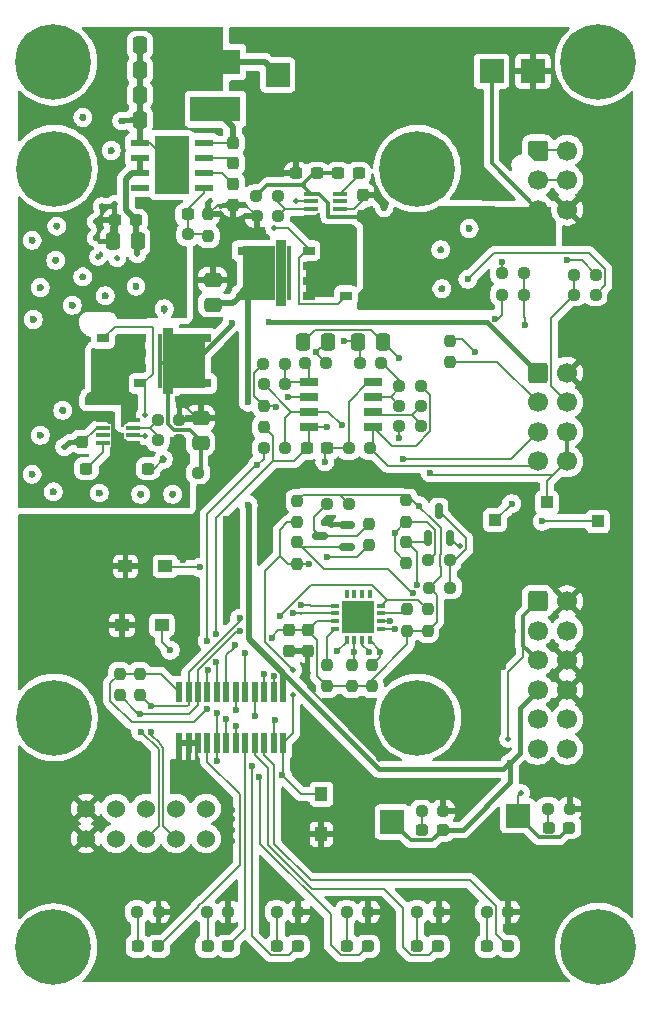
<source format=gbr>
%TF.GenerationSoftware,KiCad,Pcbnew,9.0.0*%
%TF.CreationDate,2026-01-13T23:36:18-06:00*%
%TF.ProjectId,PTN-PumpControlBoard,50544e2d-5075-46d7-9043-6f6e74726f6c,rev?*%
%TF.SameCoordinates,Original*%
%TF.FileFunction,Copper,L1,Top*%
%TF.FilePolarity,Positive*%
%FSLAX46Y46*%
G04 Gerber Fmt 4.6, Leading zero omitted, Abs format (unit mm)*
G04 Created by KiCad (PCBNEW 9.0.0) date 2026-01-13 23:36:18*
%MOMM*%
%LPD*%
G01*
G04 APERTURE LIST*
G04 Aperture macros list*
%AMRoundRect*
0 Rectangle with rounded corners*
0 $1 Rounding radius*
0 $2 $3 $4 $5 $6 $7 $8 $9 X,Y pos of 4 corners*
0 Add a 4 corners polygon primitive as box body*
4,1,4,$2,$3,$4,$5,$6,$7,$8,$9,$2,$3,0*
0 Add four circle primitives for the rounded corners*
1,1,$1+$1,$2,$3*
1,1,$1+$1,$4,$5*
1,1,$1+$1,$6,$7*
1,1,$1+$1,$8,$9*
0 Add four rect primitives between the rounded corners*
20,1,$1+$1,$2,$3,$4,$5,0*
20,1,$1+$1,$4,$5,$6,$7,0*
20,1,$1+$1,$6,$7,$8,$9,0*
20,1,$1+$1,$8,$9,$2,$3,0*%
%AMFreePoly0*
4,1,22,0.695671,0.830970,0.776777,0.776777,0.830970,0.695671,0.850000,0.600000,0.850000,-0.600000,0.830970,-0.695671,0.776777,-0.776777,0.695671,-0.830970,0.600000,-0.850000,-0.200000,-0.850000,-0.295671,-0.830970,-0.376777,-0.776777,-0.776777,-0.376777,-0.830970,-0.295671,-0.850000,-0.200000,-0.850000,0.600000,-0.830970,0.695671,-0.776777,0.776777,-0.695671,0.830970,-0.600000,0.850000,
0.600000,0.850000,0.695671,0.830970,0.695671,0.830970,$1*%
G04 Aperture macros list end*
%TA.AperFunction,SMDPad,CuDef*%
%ADD10RoundRect,0.250000X0.337500X0.475000X-0.337500X0.475000X-0.337500X-0.475000X0.337500X-0.475000X0*%
%TD*%
%TA.AperFunction,SMDPad,CuDef*%
%ADD11RoundRect,0.250000X0.475000X-0.337500X0.475000X0.337500X-0.475000X0.337500X-0.475000X-0.337500X0*%
%TD*%
%TA.AperFunction,SMDPad,CuDef*%
%ADD12RoundRect,0.250000X-0.337500X-0.475000X0.337500X-0.475000X0.337500X0.475000X-0.337500X0.475000X0*%
%TD*%
%TA.AperFunction,SMDPad,CuDef*%
%ADD13RoundRect,0.237500X-0.237500X0.250000X-0.237500X-0.250000X0.237500X-0.250000X0.237500X0.250000X0*%
%TD*%
%TA.AperFunction,SMDPad,CuDef*%
%ADD14RoundRect,0.237500X0.250000X0.237500X-0.250000X0.237500X-0.250000X-0.237500X0.250000X-0.237500X0*%
%TD*%
%TA.AperFunction,ComponentPad*%
%ADD15C,3.600000*%
%TD*%
%TA.AperFunction,ConnectorPad*%
%ADD16C,6.400000*%
%TD*%
%TA.AperFunction,SMDPad,CuDef*%
%ADD17RoundRect,0.237500X-0.250000X-0.237500X0.250000X-0.237500X0.250000X0.237500X-0.250000X0.237500X0*%
%TD*%
%TA.AperFunction,SMDPad,CuDef*%
%ADD18R,0.990600X1.143000*%
%TD*%
%TA.AperFunction,SMDPad,CuDef*%
%ADD19RoundRect,0.237500X-0.287500X-0.237500X0.287500X-0.237500X0.287500X0.237500X-0.287500X0.237500X0*%
%TD*%
%TA.AperFunction,ComponentPad*%
%ADD20C,1.524000*%
%TD*%
%TA.AperFunction,SMDPad,CuDef*%
%ADD21R,0.550000X1.800000*%
%TD*%
%TA.AperFunction,SMDPad,CuDef*%
%ADD22R,2.000000X2.000000*%
%TD*%
%TA.AperFunction,SMDPad,CuDef*%
%ADD23RoundRect,0.237500X0.237500X-0.300000X0.237500X0.300000X-0.237500X0.300000X-0.237500X-0.300000X0*%
%TD*%
%TA.AperFunction,SMDPad,CuDef*%
%ADD24R,1.000000X0.750000*%
%TD*%
%TA.AperFunction,SMDPad,CuDef*%
%ADD25R,0.480000X0.750000*%
%TD*%
%TA.AperFunction,SMDPad,CuDef*%
%ADD26R,2.720000X4.560000*%
%TD*%
%TA.AperFunction,SMDPad,CuDef*%
%ADD27R,0.910000X5.560000*%
%TD*%
%TA.AperFunction,SMDPad,CuDef*%
%ADD28R,0.420000X4.560000*%
%TD*%
%TA.AperFunction,SMDPad,CuDef*%
%ADD29RoundRect,0.150000X0.150000X-0.512500X0.150000X0.512500X-0.150000X0.512500X-0.150000X-0.512500X0*%
%TD*%
%TA.AperFunction,ComponentPad*%
%ADD30RoundRect,0.250000X-0.600000X-0.600000X0.600000X-0.600000X0.600000X0.600000X-0.600000X0.600000X0*%
%TD*%
%TA.AperFunction,ComponentPad*%
%ADD31C,1.700000*%
%TD*%
%TA.AperFunction,SMDPad,CuDef*%
%ADD32R,1.528000X0.650000*%
%TD*%
%TA.AperFunction,SMDPad,CuDef*%
%ADD33RoundRect,0.237500X-0.300000X-0.237500X0.300000X-0.237500X0.300000X0.237500X-0.300000X0.237500X0*%
%TD*%
%TA.AperFunction,SMDPad,CuDef*%
%ADD34RoundRect,0.237500X-0.237500X0.300000X-0.237500X-0.300000X0.237500X-0.300000X0.237500X0.300000X0*%
%TD*%
%TA.AperFunction,SMDPad,CuDef*%
%ADD35R,1.200000X0.450000*%
%TD*%
%TA.AperFunction,SMDPad,CuDef*%
%ADD36R,1.143000X0.990600*%
%TD*%
%TA.AperFunction,SMDPad,CuDef*%
%ADD37R,1.000000X1.000000*%
%TD*%
%TA.AperFunction,SMDPad,CuDef*%
%ADD38RoundRect,0.237500X0.300000X0.237500X-0.300000X0.237500X-0.300000X-0.237500X0.300000X-0.237500X0*%
%TD*%
%TA.AperFunction,SMDPad,CuDef*%
%ADD39RoundRect,0.237500X0.237500X-0.250000X0.237500X0.250000X-0.237500X0.250000X-0.237500X-0.250000X0*%
%TD*%
%TA.AperFunction,ComponentPad*%
%ADD40FreePoly0,0.000000*%
%TD*%
%TA.AperFunction,SMDPad,CuDef*%
%ADD41R,1.550000X0.600000*%
%TD*%
%TA.AperFunction,ComponentPad*%
%ADD42C,0.600000*%
%TD*%
%TA.AperFunction,SMDPad,CuDef*%
%ADD43R,2.950000X4.900000*%
%TD*%
%TA.AperFunction,SMDPad,CuDef*%
%ADD44RoundRect,0.150000X0.512500X0.150000X-0.512500X0.150000X-0.512500X-0.150000X0.512500X-0.150000X0*%
%TD*%
%TA.AperFunction,SMDPad,CuDef*%
%ADD45R,0.711200X0.304800*%
%TD*%
%TA.AperFunction,SMDPad,CuDef*%
%ADD46R,0.304800X0.711200*%
%TD*%
%TA.AperFunction,SMDPad,CuDef*%
%ADD47R,2.692400X2.692400*%
%TD*%
%TA.AperFunction,SMDPad,CuDef*%
%ADD48R,4.220000X2.120000*%
%TD*%
%TA.AperFunction,ViaPad*%
%ADD49C,0.600000*%
%TD*%
%TA.AperFunction,ViaPad*%
%ADD50C,0.500000*%
%TD*%
%TA.AperFunction,Conductor*%
%ADD51C,0.200000*%
%TD*%
%TA.AperFunction,Conductor*%
%ADD52C,0.400000*%
%TD*%
%TA.AperFunction,Conductor*%
%ADD53C,0.500000*%
%TD*%
%TA.AperFunction,Conductor*%
%ADD54C,0.300000*%
%TD*%
G04 APERTURE END LIST*
D10*
%TO.P,C15,2*%
%TO.N,GND*%
X123925000Y-59300000D03*
%TO.P,C15,1*%
%TO.N,/Power/12V_BUCKED*%
X126000000Y-59300000D03*
%TD*%
D11*
%TO.P,C7,1*%
%TO.N,+24V*%
X130100000Y-77037500D03*
%TO.P,C7,2*%
%TO.N,GND*%
X130100000Y-74962500D03*
%TD*%
%TO.P,C20,1*%
%TO.N,+12V*%
X129068500Y-88738500D03*
%TO.P,C20,2*%
%TO.N,GND*%
X129068500Y-86663500D03*
%TD*%
D10*
%TO.P,C16,1*%
%TO.N,/Power/12V_BUCKED*%
X126000000Y-61400000D03*
%TO.P,C16,2*%
%TO.N,GND*%
X123925000Y-61400000D03*
%TD*%
%TO.P,C14,1*%
%TO.N,/Power/12V_BUCKED*%
X126000000Y-57200000D03*
%TO.P,C14,2*%
%TO.N,GND*%
X123925000Y-57200000D03*
%TD*%
%TO.P,C13,1*%
%TO.N,/Power/12V_BUCKED*%
X126000000Y-55100000D03*
%TO.P,C13,2*%
%TO.N,GND*%
X123925000Y-55100000D03*
%TD*%
%TO.P,C11,1*%
%TO.N,+24V*%
X123737500Y-71700000D03*
%TO.P,C11,2*%
%TO.N,GND*%
X121662500Y-71700000D03*
%TD*%
D12*
%TO.P,C5,1*%
%TO.N,/TEMP2*%
X142412500Y-80200000D03*
%TO.P,C5,2*%
%TO.N,AGND*%
X144487500Y-80200000D03*
%TD*%
D10*
%TO.P,C4,1*%
%TO.N,/TEMP1*%
X139846000Y-80200000D03*
%TO.P,C4,2*%
%TO.N,AGND*%
X137771000Y-80200000D03*
%TD*%
D13*
%TO.P,R8,1*%
%TO.N,/FAN1_TACH*%
X141883499Y-107552299D03*
%TO.P,R8,2*%
%TO.N,+3.3V*%
X141883499Y-109377299D03*
%TD*%
D14*
%TO.P,R30,1*%
%TO.N,+3.3V*%
X141621000Y-93914000D03*
%TO.P,R30,2*%
%TO.N,Net-(Q1-D)*%
X139796000Y-93914000D03*
%TD*%
%TO.P,R19,1*%
%TO.N,Net-(R15-Pad2)*%
X144362500Y-82000000D03*
%TO.P,R19,2*%
%TO.N,/TEMP2*%
X142537500Y-82000000D03*
%TD*%
D15*
%TO.P,H2,1,1*%
%TO.N,unconnected-(H2-Pad1)_2*%
X116608500Y-131450000D03*
D16*
%TO.N,unconnected-(H2-Pad1)*%
X116608500Y-131450000D03*
%TD*%
D17*
%TO.P,R40,1*%
%TO.N,Net-(D16-K)*%
X129601000Y-128464000D03*
%TO.P,R40,2*%
%TO.N,GND*%
X131426000Y-128464000D03*
%TD*%
%TO.P,R50,1*%
%TO.N,/PUMP_PWM*%
X160700000Y-76200000D03*
%TO.P,R50,2*%
%TO.N,/PWM_PSOM*%
X162525000Y-76200000D03*
%TD*%
D18*
%TO.P,D3,1,A1*%
%TO.N,GND*%
X139300000Y-121889100D03*
%TO.P,D3,2,A2*%
%TO.N,/FLOW1*%
X139300000Y-118510900D03*
%TD*%
D14*
%TO.P,R27,1*%
%TO.N,Net-(Q2-D)*%
X150164750Y-98682750D03*
%TO.P,R27,2*%
%TO.N,/FLOW2*%
X148339750Y-98682750D03*
%TD*%
%TO.P,R15,1*%
%TO.N,/TEMP_IN2*%
X147733500Y-83905000D03*
%TO.P,R15,2*%
%TO.N,Net-(R15-Pad2)*%
X145908500Y-83905000D03*
%TD*%
D15*
%TO.P,H4,1,1*%
%TO.N,unconnected-(H4-Pad1)_2*%
X116600000Y-56500000D03*
D16*
%TO.N,unconnected-(H4-Pad1)_1*%
X116600000Y-56500000D03*
%TD*%
D19*
%TO.P,D18,1,K*%
%TO.N,Net-(D18-K)*%
X135578500Y-131364000D03*
%TO.P,D18,2,A*%
%TO.N,/FAN_CHIP*%
X137328500Y-131364000D03*
%TD*%
D14*
%TO.P,R41,1*%
%TO.N,/PUMP_TACH*%
X156425000Y-74400000D03*
%TO.P,R41,2*%
%TO.N,/Fans+Pump/PUMP_TACH_CHIP*%
X154600000Y-74400000D03*
%TD*%
D20*
%TO.P,J5,1,GND*%
%TO.N,GND*%
X119368500Y-119714000D03*
%TO.P,J5,2,GND*%
X119368500Y-122254000D03*
%TO.P,J5,3,CH7*%
%TO.N,/PUMP_TACH*%
X121908500Y-119714000D03*
%TO.P,J5,4,CH6*%
%TO.N,/PUMP_PWM*%
X121908500Y-122254000D03*
%TO.P,J5,5,CH5*%
%TO.N,/FLOW1*%
X124448500Y-119714000D03*
%TO.P,J5,6,CH4*%
%TO.N,/FAN_SCL*%
X124448500Y-122254000D03*
%TO.P,J5,7,CH3*%
%TO.N,/FAN1_PWM*%
X126988500Y-119714000D03*
%TO.P,J5,8,CH2*%
%TO.N,/FAN_SDA*%
X126988500Y-122254000D03*
%TO.P,J5,9,CH1*%
%TO.N,/FAN1_TACH*%
X129528500Y-119714000D03*
%TO.P,J5,10,CH0*%
%TO.N,unconnected-(J5-CH0-Pad10)*%
X129528500Y-122254000D03*
%TD*%
D17*
%TO.P,R21,1*%
%TO.N,Net-(R15-Pad2)*%
X145908500Y-85605000D03*
%TO.P,R21,2*%
%TO.N,Net-(U2B--)*%
X147733500Y-85605000D03*
%TD*%
%TO.P,R18,1*%
%TO.N,Net-(R14-Pad2)*%
X137887500Y-82000000D03*
%TO.P,R18,2*%
%TO.N,/TEMP1*%
X139712500Y-82000000D03*
%TD*%
D19*
%TO.P,D22,1,K*%
%TO.N,Net-(D22-K)*%
X147812500Y-121537500D03*
%TO.P,D22,2,A*%
%TO.N,+24V*%
X149562500Y-121537500D03*
%TD*%
D13*
%TO.P,R26,1*%
%TO.N,Net-(Q1-D)*%
X143308500Y-95601500D03*
%TO.P,R26,2*%
%TO.N,/FLOW1*%
X143308500Y-97426500D03*
%TD*%
D21*
%TO.P,J4,1,GND*%
%TO.N,GND*%
X127248500Y-114164000D03*
%TO.P,J4,2,+3.3v*%
%TO.N,+3.3V*%
X127248500Y-109864000D03*
%TO.P,J4,3,GND*%
%TO.N,GND*%
X128048500Y-114164000D03*
%TO.P,J4,4,I2C1_SDA*%
%TO.N,/FAN_SDA*%
X128048500Y-109864000D03*
%TO.P,J4,5,GND*%
%TO.N,GND*%
X128848500Y-114164000D03*
%TO.P,J4,6,I2C1_SCL*%
%TO.N,/FAN_SCL*%
X128848500Y-109864000D03*
%TO.P,J4,7,OPAMP1_VINP*%
%TO.N,/PUMP_LED*%
X129648500Y-114164000D03*
%TO.P,J4,8,VDDA*%
%TO.N,VDDA*%
X129648500Y-109864000D03*
%TO.P,J4,9,ADC1_IN7*%
%TO.N,/FLOW2*%
X130448500Y-114164000D03*
%TO.P,J4,10,GNDA*%
%TO.N,AGND*%
X130448500Y-109864000D03*
%TO.P,J4,11,ADC1_IN9*%
%TO.N,/TEMP1*%
X131248497Y-114164000D03*
%TO.P,J4,12,SPI2_NSS*%
%TO.N,/~{SMBALERT}*%
X131248497Y-109864000D03*
%TO.P,J4,13,ADC1_IN10*%
%TO.N,/TEMP2*%
X132048500Y-114164000D03*
%TO.P,J4,14,SPI2_MISO*%
%TO.N,/FAN_CHIP*%
X132048500Y-109864000D03*
%TO.P,J4,15,ADC1_IN11*%
%TO.N,/FAN_LED*%
X132848500Y-114164000D03*
%TO.P,J4,16,SPI2_MOSI*%
%TO.N,/PWM_PSOM*%
X132848500Y-109864000D03*
%TO.P,J4,17,SPI1_MOSI*%
%TO.N,/TEMP_LED*%
X133648500Y-114164000D03*
%TO.P,J4,18,SPI2_SCK*%
%TO.N,/FLOW_LED*%
X133648500Y-109864000D03*
%TO.P,J4,19,SPI1_NSS*%
%TO.N,/LED1*%
X134448500Y-114164000D03*
%TO.P,J4,20,CAN_L*%
%TO.N,/CAN_L*%
X134448500Y-109864000D03*
%TO.P,J4,21,SPI1_MISO*%
%TO.N,/TACH_PSOM*%
X135248500Y-114164000D03*
%TO.P,J4,22,CAN_H*%
%TO.N,/CAN_H*%
X135248500Y-109864000D03*
%TO.P,J4,23,SPI1_SCK*%
%TO.N,/FLOW1*%
X136048500Y-114164000D03*
%TO.P,J4,24,+24V_In*%
%TO.N,+24V*%
X136048500Y-109864000D03*
D15*
%TO.P,J4,25,MNT*%
%TO.N,unconnected-(J4-MNT-Pad25)_2*%
X147418500Y-112014000D03*
D16*
%TO.N,unconnected-(J4-MNT-Pad25)_1*%
X147418500Y-112014000D03*
D15*
%TO.P,J4,26,MNT*%
%TO.N,unconnected-(J4-MNT-Pad26)_2*%
X116668500Y-112014000D03*
D16*
%TO.N,unconnected-(J4-MNT-Pad26)_1*%
X116668500Y-112014000D03*
D15*
%TO.P,J4,27,MNT*%
%TO.N,unconnected-(J4-MNT-Pad27)*%
X116668500Y-65544000D03*
D16*
%TO.N,unconnected-(J4-MNT-Pad27)_2*%
X116668500Y-65544000D03*
D15*
%TO.P,J4,28,MNT*%
%TO.N,unconnected-(J4-MNT-Pad28)*%
X147408500Y-65544000D03*
D16*
%TO.N,unconnected-(J4-MNT-Pad28)_1*%
X147408500Y-65544000D03*
%TD*%
D17*
%TO.P,R47,1*%
%TO.N,Net-(D23-K)*%
X158500000Y-119718750D03*
%TO.P,R47,2*%
%TO.N,GND*%
X160325000Y-119718750D03*
%TD*%
D13*
%TO.P,R29,1*%
%TO.N,/FLOW2_SIG*%
X146502250Y-97107750D03*
%TO.P,R29,2*%
%TO.N,/FLOW2*%
X146502250Y-98932750D03*
%TD*%
D22*
%TO.P,TP2,1,1*%
%TO.N,+24V*%
X145300000Y-120837500D03*
%TD*%
D23*
%TO.P,C10,1*%
%TO.N,Net-(U3-BOOT)*%
X131845250Y-65086000D03*
%TO.P,C10,2*%
%TO.N,Net-(U3-SW)*%
X131845250Y-63361000D03*
%TD*%
D17*
%TO.P,R34,1*%
%TO.N,/Power/12V_BUCKED*%
X126186500Y-71108500D03*
%TO.P,R34,2*%
%TO.N,Net-(U3-FB)*%
X128011500Y-71108500D03*
%TD*%
D13*
%TO.P,R9,1*%
%TO.N,/FAN2_TACH*%
X143583499Y-107552299D03*
%TO.P,R9,2*%
%TO.N,+3.3V*%
X143583499Y-109377299D03*
%TD*%
D17*
%TO.P,R49,1*%
%TO.N,/PUMP_PWM*%
X160700000Y-74500000D03*
%TO.P,R49,2*%
%TO.N,/Fans+Pump/PUMP_PWM_CHIP*%
X162525000Y-74500000D03*
%TD*%
D19*
%TO.P,D21,1,K*%
%TO.N,Net-(D21-K)*%
X153331000Y-131364000D03*
%TO.P,D21,2,A*%
%TO.N,/LED1*%
X155081000Y-131364000D03*
%TD*%
D24*
%TO.P,Q5,1*%
%TO.N,Net-(IC2-SRC)*%
X120788500Y-83720000D03*
%TO.P,Q5,2*%
X120788500Y-82450000D03*
%TO.P,Q5,3*%
X120788500Y-81180000D03*
%TO.P,Q5,4*%
%TO.N,Net-(IC2-GATE)*%
X120788500Y-79910000D03*
D25*
%TO.P,Q5,5*%
%TO.N,/Power/12V_BUCKED*%
X115028500Y-79910000D03*
%TO.P,Q5,6*%
X115028500Y-83720000D03*
D26*
%TO.P,Q5,7*%
X116628500Y-81815000D03*
D27*
%TO.P,Q5,8*%
X118443500Y-81815000D03*
D28*
%TO.P,Q5,9*%
X119108500Y-81815000D03*
%TD*%
D29*
%TO.P,Q2,1,G*%
%TO.N,/FLOW2_SIG*%
X148302250Y-96820250D03*
%TO.P,Q2,2,S*%
%TO.N,GND*%
X150202250Y-96820250D03*
%TO.P,Q2,3,D*%
%TO.N,Net-(Q2-D)*%
X149252250Y-94545250D03*
%TD*%
D13*
%TO.P,R25,1*%
%TO.N,+3.3V*%
X146502250Y-93607750D03*
%TO.P,R25,2*%
%TO.N,/FLOW2*%
X146502250Y-95432750D03*
%TD*%
D30*
%TO.P,J3,1,Pin_1*%
%TO.N,+12V*%
X157608500Y-102164000D03*
D31*
%TO.P,J3,2,Pin_2*%
%TO.N,/FLOW1_SIG*%
X157608500Y-104664000D03*
%TO.P,J3,3,Pin_3*%
%TO.N,+12V*%
X157608500Y-107164000D03*
%TO.P,J3,4,Pin_4*%
%TO.N,+24V*%
X157608500Y-109664000D03*
%TO.P,J3,5,Pin_5*%
%TO.N,/FAN1_TACH*%
X157608500Y-112164000D03*
%TO.P,J3,6,Pin_6*%
%TO.N,/FAN2_TACH*%
X157608500Y-114664000D03*
%TO.P,J3,7,Pin_7*%
%TO.N,GND*%
X160108500Y-102164000D03*
%TO.P,J3,8,Pin_8*%
%TO.N,/FLOW2_SIG*%
X160108500Y-104664000D03*
%TO.P,J3,9,Pin_9*%
%TO.N,GND*%
X160108500Y-107164000D03*
%TO.P,J3,10,Pin_10*%
X160108500Y-109664000D03*
%TO.P,J3,11,Pin_11*%
%TO.N,/FAN1_PWM*%
X160108500Y-112164000D03*
%TO.P,J3,12,Pin_12*%
%TO.N,/FAN2_PWM*%
X160108500Y-114664000D03*
%TD*%
D32*
%TO.P,U2,1*%
%TO.N,Net-(R14-Pad2)*%
X138286500Y-83595000D03*
%TO.P,U2,2,-*%
%TO.N,Net-(U2A--)*%
X138286500Y-84865000D03*
%TO.P,U2,3,+*%
%TO.N,/TEMP_IN1*%
X138286500Y-86135000D03*
%TO.P,U2,4,V-*%
%TO.N,AGND*%
X138286500Y-87405000D03*
%TO.P,U2,5,+*%
%TO.N,/TEMP_IN2*%
X143708500Y-87405000D03*
%TO.P,U2,6,-*%
%TO.N,Net-(U2B--)*%
X143708500Y-86135000D03*
%TO.P,U2,7*%
%TO.N,Net-(R15-Pad2)*%
X143708500Y-84865000D03*
%TO.P,U2,8,V+*%
%TO.N,VDDA*%
X143708500Y-83595000D03*
%TD*%
D17*
%TO.P,R14,1*%
%TO.N,/TEMP_IN1*%
X134396000Y-83805000D03*
%TO.P,R14,2*%
%TO.N,Net-(R14-Pad2)*%
X136221000Y-83805000D03*
%TD*%
D33*
%TO.P,C8,1*%
%TO.N,GND*%
X137181000Y-65940000D03*
%TO.P,C8,2*%
%TO.N,/24V_IN*%
X138906000Y-65940000D03*
%TD*%
D22*
%TO.P,TP1,1,1*%
%TO.N,/24V_IN*%
X153700000Y-57300000D03*
%TD*%
D17*
%TO.P,R44,1*%
%TO.N,Net-(D21-K)*%
X153283500Y-128464000D03*
%TO.P,R44,2*%
%TO.N,GND*%
X155108500Y-128464000D03*
%TD*%
%TO.P,R39,1*%
%TO.N,Net-(D15-K)*%
X123683500Y-128464000D03*
%TO.P,R39,2*%
%TO.N,GND*%
X125508500Y-128464000D03*
%TD*%
D22*
%TO.P,TP5,1,1*%
%TO.N,GND*%
X157200000Y-57300000D03*
%TD*%
D17*
%TO.P,R42,1*%
%TO.N,Net-(D18-K)*%
X135518500Y-128464000D03*
%TO.P,R42,2*%
%TO.N,GND*%
X137343500Y-128464000D03*
%TD*%
D34*
%TO.P,C18,1*%
%TO.N,Net-(U3-VCC)*%
X131845250Y-66861000D03*
%TO.P,C18,2*%
%TO.N,GND*%
X131845250Y-68586000D03*
%TD*%
D35*
%TO.P,IC1,1,EN/UVLO*%
%TO.N,/24V_IN*%
X140913500Y-69600000D03*
%TO.P,IC1,2,GND*%
%TO.N,GND*%
X140913500Y-68950000D03*
%TO.P,IC1,3,N.C*%
%TO.N,unconnected-(IC1-N.C-Pad3)*%
X140913500Y-68300000D03*
%TO.P,IC1,4,VCAP*%
%TO.N,Net-(IC1-VCAP)*%
X140913500Y-67650000D03*
%TO.P,IC1,5,VS*%
%TO.N,/24V_IN*%
X138413500Y-67650000D03*
%TO.P,IC1,6,GATE*%
%TO.N,Net-(IC1-GATE)*%
X138413500Y-68300000D03*
%TO.P,IC1,7,OV*%
%TO.N,Net-(IC1-OV)*%
X138413500Y-68950000D03*
%TO.P,IC1,8,SRC*%
%TO.N,Net-(IC1-SRC)*%
X138413500Y-69600000D03*
%TD*%
D36*
%TO.P,D6,1,A1*%
%TO.N,GND*%
X122410900Y-104200000D03*
%TO.P,D6,2,A2*%
%TO.N,/TEMP2*%
X125789100Y-104200000D03*
%TD*%
D13*
%TO.P,R28,1*%
%TO.N,/FLOW1_SIG*%
X137246000Y-97164000D03*
%TO.P,R28,2*%
%TO.N,/FLOW1*%
X137246000Y-98989000D03*
%TD*%
D23*
%TO.P,C19,1*%
%TO.N,GND*%
X119068500Y-88663500D03*
%TO.P,C19,2*%
%TO.N,/Power/12V_BUCKED*%
X119068500Y-86938500D03*
%TD*%
D17*
%TO.P,R45,1*%
%TO.N,Net-(D20-K)*%
X147396000Y-128464000D03*
%TO.P,R45,2*%
%TO.N,GND*%
X149221000Y-128464000D03*
%TD*%
D36*
%TO.P,D5,1,A1*%
%TO.N,GND*%
X122710900Y-99200000D03*
%TO.P,D5,2,A2*%
%TO.N,/TEMP1*%
X126089100Y-99200000D03*
%TD*%
D17*
%TO.P,R16,1*%
%TO.N,VDDA*%
X134396000Y-89205000D03*
%TO.P,R16,2*%
%TO.N,/TEMP_IN1*%
X136221000Y-89205000D03*
%TD*%
D34*
%TO.P,C6,1*%
%TO.N,GND*%
X142813500Y-67787500D03*
%TO.P,C6,2*%
%TO.N,/24V_IN*%
X142813500Y-69512500D03*
%TD*%
D30*
%TO.P,J2,1,Pin_1*%
%TO.N,+12V*%
X157608500Y-82814000D03*
D31*
%TO.P,J2,2,Pin_2*%
%TO.N,/PUMP_TACH*%
X157608500Y-85314000D03*
%TO.P,J2,3,Pin_3*%
%TO.N,/TEMP_IN1*%
X157608500Y-87814000D03*
%TO.P,J2,4,Pin_4*%
%TO.N,/TEMP_IN2*%
X157608500Y-90314000D03*
%TO.P,J2,5,Pin_5*%
%TO.N,GND*%
X160108500Y-82814000D03*
%TO.P,J2,6,Pin_6*%
%TO.N,/PUMP_PWM*%
X160108500Y-85314000D03*
%TO.P,J2,7,Pin_7*%
%TO.N,AGND*%
X160108500Y-87814000D03*
%TO.P,J2,8,Pin_8*%
X160108500Y-90314000D03*
%TD*%
D17*
%TO.P,R32,1*%
%TO.N,/24V_IN*%
X133800000Y-67850000D03*
%TO.P,R32,2*%
%TO.N,Net-(IC1-OV)*%
X135625000Y-67850000D03*
%TD*%
D37*
%TO.P,TP6,1,1*%
%TO.N,/TEMP_IN1*%
X154000000Y-95300000D03*
%TD*%
D38*
%TO.P,C22,1*%
%TO.N,/Power/12V_BUCKED*%
X121131000Y-90937000D03*
%TO.P,C22,2*%
%TO.N,Net-(IC2-VCAP)*%
X119406000Y-90937000D03*
%TD*%
D24*
%TO.P,Q3,1*%
%TO.N,Net-(IC1-SRC)*%
X141368500Y-72490000D03*
%TO.P,Q3,2*%
X141368500Y-73760000D03*
%TO.P,Q3,3*%
X141368500Y-75030000D03*
%TO.P,Q3,4*%
%TO.N,Net-(IC1-GATE)*%
X141368500Y-76300000D03*
D25*
%TO.P,Q3,5*%
%TO.N,/24V_IN*%
X147128500Y-76300000D03*
%TO.P,Q3,6*%
X147128500Y-72490000D03*
D26*
%TO.P,Q3,7*%
X145528500Y-74395000D03*
D27*
%TO.P,Q3,8*%
X143713500Y-74395000D03*
D28*
%TO.P,Q3,9*%
X143048500Y-74395000D03*
%TD*%
D39*
%TO.P,R6,1*%
%TO.N,/FAN_SDA*%
X123908500Y-110126500D03*
%TO.P,R6,2*%
%TO.N,+3.3V*%
X123908500Y-108301500D03*
%TD*%
D17*
%TO.P,R38,1*%
%TO.N,Net-(IC2-OV)*%
X125456000Y-86801000D03*
%TO.P,R38,2*%
%TO.N,GND*%
X127281000Y-86801000D03*
%TD*%
D33*
%TO.P,C17,1*%
%TO.N,/Power/12V_BUCKED*%
X126236500Y-69408500D03*
%TO.P,C17,2*%
%TO.N,Net-(U3-FB)*%
X127961500Y-69408500D03*
%TD*%
D14*
%TO.P,R33,1*%
%TO.N,Net-(IC1-OV)*%
X135637500Y-69550000D03*
%TO.P,R33,2*%
%TO.N,GND*%
X133812500Y-69550000D03*
%TD*%
D19*
%TO.P,D15,1,K*%
%TO.N,Net-(D15-K)*%
X123743500Y-131364000D03*
%TO.P,D15,2,A*%
%TO.N,/PUMP_LED*%
X125493500Y-131364000D03*
%TD*%
D17*
%TO.P,R31,1*%
%TO.N,+3.3V*%
X148387500Y-101000000D03*
%TO.P,R31,2*%
%TO.N,Net-(Q2-D)*%
X150212500Y-101000000D03*
%TD*%
D14*
%TO.P,R20,1*%
%TO.N,Net-(R14-Pad2)*%
X136210000Y-82100000D03*
%TO.P,R20,2*%
%TO.N,Net-(U2A--)*%
X134385000Y-82100000D03*
%TD*%
%TO.P,R23,1*%
%TO.N,Net-(U2B--)*%
X147733500Y-87305000D03*
%TO.P,R23,2*%
%TO.N,AGND*%
X145908500Y-87305000D03*
%TD*%
D15*
%TO.P,H3,1,1*%
%TO.N,unconnected-(H3-Pad1)_2*%
X162750000Y-56500000D03*
D16*
%TO.N,unconnected-(H3-Pad1)*%
X162750000Y-56500000D03*
%TD*%
D17*
%TO.P,R46,1*%
%TO.N,Net-(D22-K)*%
X147775000Y-119937500D03*
%TO.P,R46,2*%
%TO.N,GND*%
X149600000Y-119937500D03*
%TD*%
%TO.P,R17,1*%
%TO.N,VDDA*%
X141608500Y-89205000D03*
%TO.P,R17,2*%
%TO.N,/TEMP_IN2*%
X143433500Y-89205000D03*
%TD*%
D19*
%TO.P,D16,1,K*%
%TO.N,Net-(D16-K)*%
X129661000Y-131364000D03*
%TO.P,D16,2,A*%
%TO.N,/FAN_LED*%
X131411000Y-131364000D03*
%TD*%
D39*
%TO.P,R13,1*%
%TO.N,/PUMP_TACH*%
X150200000Y-81912500D03*
%TO.P,R13,2*%
%TO.N,+3.3V*%
X150200000Y-80087500D03*
%TD*%
D38*
%TO.P,C21,1*%
%TO.N,GND*%
X124631000Y-90937000D03*
%TO.P,C21,2*%
%TO.N,/Power/12V_BUCKED*%
X122906000Y-90937000D03*
%TD*%
D35*
%TO.P,IC2,1,EN/UVLO*%
%TO.N,/Power/12V_BUCKED*%
X120818500Y-86826000D03*
%TO.P,IC2,2,GND*%
%TO.N,GND*%
X120818500Y-87476000D03*
%TO.P,IC2,3,N.C*%
%TO.N,unconnected-(IC2-N.C-Pad3)*%
X120818500Y-88126000D03*
%TO.P,IC2,4,VCAP*%
%TO.N,Net-(IC2-VCAP)*%
X120818500Y-88776000D03*
%TO.P,IC2,5,VS*%
%TO.N,/Power/12V_BUCKED*%
X123318500Y-88776000D03*
%TO.P,IC2,6,GATE*%
%TO.N,Net-(IC2-GATE)*%
X123318500Y-88126000D03*
%TO.P,IC2,7,OV*%
%TO.N,Net-(IC2-OV)*%
X123318500Y-87476000D03*
%TO.P,IC2,8,SRC*%
%TO.N,Net-(IC2-SRC)*%
X123318500Y-86826000D03*
%TD*%
D19*
%TO.P,D23,1,K*%
%TO.N,Net-(D23-K)*%
X158537500Y-121318750D03*
%TO.P,D23,2,A*%
%TO.N,+12V*%
X160287500Y-121318750D03*
%TD*%
D31*
%TO.P,J1,1,Pin_1*%
%TO.N,/24V_IN*%
X157608500Y-69000000D03*
%TO.P,J1,2,Pin_2*%
%TO.N,/CAN_H*%
X157608500Y-66500000D03*
D40*
%TO.P,J1,3,Pin_3*%
%TO.N,/CAN_L*%
X157608500Y-64000000D03*
D31*
%TO.P,J1,4,Pin_4*%
%TO.N,GND*%
X160108500Y-69000000D03*
%TO.P,J1,5,Pin_5*%
%TO.N,/CAN_H*%
X160108500Y-66500000D03*
%TO.P,J1,6,Pin_6*%
%TO.N,/CAN_L*%
X160108500Y-64000000D03*
%TD*%
D13*
%TO.P,R22,1*%
%TO.N,Net-(U2A--)*%
X134408500Y-85592500D03*
%TO.P,R22,2*%
%TO.N,AGND*%
X134408500Y-87417500D03*
%TD*%
D22*
%TO.P,TP4,1,1*%
%TO.N,+12V*%
X155912500Y-120318750D03*
%TD*%
D39*
%TO.P,R35,1*%
%TO.N,Net-(U3-FB)*%
X129699000Y-71233500D03*
%TO.P,R35,2*%
%TO.N,GND*%
X129699000Y-69408500D03*
%TD*%
D37*
%TO.P,TP8,1,1*%
%TO.N,AGND*%
X158400000Y-93800000D03*
%TD*%
D13*
%TO.P,R12,1*%
%TO.N,/Fans+Pump/ADDR_SEL*%
X139783499Y-107552299D03*
%TO.P,R12,2*%
%TO.N,+3.3V*%
X139783499Y-109377299D03*
%TD*%
%TO.P,R7,1*%
%TO.N,/Fans+Pump/CLK*%
X146583499Y-102852299D03*
%TO.P,R7,2*%
%TO.N,+3.3V*%
X146583499Y-104677299D03*
%TD*%
D24*
%TO.P,Q4,1*%
%TO.N,Net-(IC1-SRC)*%
X138208500Y-76300000D03*
%TO.P,Q4,2*%
X138208500Y-75030000D03*
%TO.P,Q4,3*%
X138208500Y-73760000D03*
%TO.P,Q4,4*%
%TO.N,Net-(IC1-GATE)*%
X138208500Y-72490000D03*
D25*
%TO.P,Q4,5*%
%TO.N,+24V*%
X132448500Y-72490000D03*
%TO.P,Q4,6*%
X132448500Y-76300000D03*
D26*
%TO.P,Q4,7*%
X134048500Y-74395000D03*
D27*
%TO.P,Q4,8*%
X135863500Y-74395000D03*
D28*
%TO.P,Q4,9*%
X136528500Y-74395000D03*
%TD*%
D13*
%TO.P,R24,1*%
%TO.N,+3.3V*%
X137246000Y-93664000D03*
%TO.P,R24,2*%
%TO.N,/FLOW1*%
X137246000Y-95489000D03*
%TD*%
D15*
%TO.P,H1,1,1*%
%TO.N,unconnected-(H1-Pad1)*%
X162750000Y-131414000D03*
D16*
%TO.N,unconnected-(H1-Pad1)_1*%
X162750000Y-131414000D03*
%TD*%
D22*
%TO.P,TP3,1,1*%
%TO.N,/Power/12V_BUCKED*%
X135600000Y-57600000D03*
%TD*%
D41*
%TO.P,U3,1,GND*%
%TO.N,GND*%
X123956750Y-63345000D03*
%TO.P,U3,2,VIN*%
%TO.N,+24V*%
X123956750Y-64615000D03*
%TO.P,U3,3,EN*%
X123956750Y-65885000D03*
%TO.P,U3,4,PG*%
%TO.N,unconnected-(U3-PG-Pad4)*%
X123956750Y-67155000D03*
%TO.P,U3,5,FB*%
%TO.N,Net-(U3-FB)*%
X129356750Y-67155000D03*
%TO.P,U3,6,VCC*%
%TO.N,Net-(U3-VCC)*%
X129356750Y-65885000D03*
%TO.P,U3,7,BOOT*%
%TO.N,Net-(U3-BOOT)*%
X129356750Y-64615000D03*
%TO.P,U3,8,SW*%
%TO.N,Net-(U3-SW)*%
X129356750Y-63345000D03*
D42*
%TO.P,U3,9,GND*%
%TO.N,GND*%
X126006750Y-63300000D03*
X126006750Y-64600000D03*
X126006750Y-65900000D03*
X126006750Y-67200000D03*
D43*
X126656750Y-65250000D03*
D42*
X127306750Y-63300000D03*
X127306750Y-64600000D03*
X127306750Y-65900000D03*
X127306750Y-67200000D03*
%TD*%
D13*
%TO.P,R11,1*%
%TO.N,/~{SMBALERT}*%
X148283499Y-102852299D03*
%TO.P,R11,2*%
%TO.N,+3.3V*%
X148283499Y-104677299D03*
%TD*%
D34*
%TO.P,C2,1*%
%TO.N,+3.3V*%
X138157701Y-104626499D03*
%TO.P,C2,2*%
%TO.N,GND*%
X138157701Y-106351499D03*
%TD*%
D44*
%TO.P,Q1,1,G*%
%TO.N,/FLOW1_SIG*%
X141446000Y-97564000D03*
%TO.P,Q1,2,S*%
%TO.N,GND*%
X141446000Y-95664000D03*
%TO.P,Q1,3,D*%
%TO.N,Net-(Q1-D)*%
X139171000Y-96614000D03*
%TD*%
D19*
%TO.P,D20,1,K*%
%TO.N,Net-(D20-K)*%
X147413500Y-131364000D03*
%TO.P,D20,2,A*%
%TO.N,/TEMP_LED*%
X149163500Y-131364000D03*
%TD*%
D17*
%TO.P,R36,1*%
%TO.N,/Power/12V_BUCKED*%
X127025000Y-91287000D03*
%TO.P,R36,2*%
%TO.N,+12V*%
X128850000Y-91287000D03*
%TD*%
D19*
%TO.P,D19,1,K*%
%TO.N,Net-(D19-K)*%
X141496000Y-131364000D03*
%TO.P,D19,2,A*%
%TO.N,/FLOW_LED*%
X143246000Y-131364000D03*
%TD*%
D17*
%TO.P,R43,1*%
%TO.N,Net-(D19-K)*%
X141436000Y-128464000D03*
%TO.P,R43,2*%
%TO.N,GND*%
X143261000Y-128464000D03*
%TD*%
D45*
%TO.P,U1,1,SMDATA*%
%TO.N,/FAN_SDA*%
X140459299Y-102539001D03*
%TO.P,U1,2,SMCLK*%
%TO.N,/FAN_SCL*%
X140459299Y-103188999D03*
%TO.P,U1,3,VDD*%
%TO.N,+3.3V*%
X140459299Y-103839001D03*
%TO.P,U1,4,ADDR_SEL*%
%TO.N,/Fans+Pump/ADDR_SEL*%
X140459299Y-104488999D03*
D46*
%TO.P,U1,5,PWM1*%
%TO.N,/FAN1_PWM*%
X141433501Y-105463201D03*
%TO.P,U1,6,TACH1*%
%TO.N,/FAN1_TACH*%
X142083499Y-105463201D03*
%TO.P,U1,7,PWM2*%
%TO.N,/FAN2_PWM*%
X142733501Y-105463201D03*
%TO.P,U1,8,TACH2*%
%TO.N,/FAN2_TACH*%
X143383499Y-105463201D03*
D45*
%TO.P,U1,9,PWM3*%
%TO.N,/Fans+Pump/PUMP_PWM_CHIP*%
X144357701Y-104488999D03*
%TO.P,U1,10,TACH3*%
%TO.N,/Fans+Pump/PUMP_TACH_CHIP*%
X144357701Y-103839001D03*
%TO.P,U1,11,CLK*%
%TO.N,/Fans+Pump/CLK*%
X144357701Y-103188999D03*
%TO.P,U1,12,\u002AALERT*%
%TO.N,/~{SMBALERT}*%
X144357701Y-102539001D03*
D46*
%TO.P,U1,13,PWM4*%
%TO.N,unconnected-(U1-PWM4-Pad13)*%
X143383499Y-101564799D03*
%TO.P,U1,14,TACH4*%
%TO.N,unconnected-(U1-TACH4-Pad14)*%
X142733501Y-101564799D03*
%TO.P,U1,15,PWM5*%
%TO.N,unconnected-(U1-PWM5-Pad15)*%
X142083499Y-101564799D03*
%TO.P,U1,16,TACH5*%
%TO.N,unconnected-(U1-TACH5-Pad16)*%
X141433501Y-101564799D03*
D47*
%TO.P,U1,HTAB,EPAD*%
%TO.N,GND*%
X142408500Y-103514000D03*
%TD*%
D37*
%TO.P,TP7,1,1*%
%TO.N,/TEMP_IN2*%
X162700000Y-95400000D03*
%TD*%
D39*
%TO.P,R10,1*%
%TO.N,/FAN_SCL*%
X122208500Y-110126500D03*
%TO.P,R10,2*%
%TO.N,+3.3V*%
X122208500Y-108301500D03*
%TD*%
D33*
%TO.P,C9,1*%
%TO.N,/24V_IN*%
X140728500Y-65940000D03*
%TO.P,C9,2*%
%TO.N,Net-(IC1-VCAP)*%
X142453500Y-65940000D03*
%TD*%
D38*
%TO.P,C3,1*%
%TO.N,VDDA*%
X139771000Y-89205000D03*
%TO.P,C3,2*%
%TO.N,AGND*%
X138046000Y-89205000D03*
%TD*%
D24*
%TO.P,Q6,1*%
%TO.N,Net-(IC2-SRC)*%
X123968500Y-79900000D03*
%TO.P,Q6,2*%
X123968500Y-81170000D03*
%TO.P,Q6,3*%
X123968500Y-82440000D03*
%TO.P,Q6,4*%
%TO.N,Net-(IC2-GATE)*%
X123968500Y-83710000D03*
D25*
%TO.P,Q6,5*%
%TO.N,+12V*%
X129728500Y-83710000D03*
%TO.P,Q6,6*%
X129728500Y-79900000D03*
D26*
%TO.P,Q6,7*%
X128128500Y-81805000D03*
D27*
%TO.P,Q6,8*%
X126313500Y-81805000D03*
D28*
%TO.P,Q6,9*%
X125648500Y-81805000D03*
%TD*%
D34*
%TO.P,C1,1*%
%TO.N,+3.3V*%
X136557701Y-104626499D03*
%TO.P,C1,2*%
%TO.N,GND*%
X136557701Y-106351499D03*
%TD*%
D14*
%TO.P,R37,1*%
%TO.N,/Power/12V_BUCKED*%
X127281000Y-88501000D03*
%TO.P,R37,2*%
%TO.N,Net-(IC2-OV)*%
X125456000Y-88501000D03*
%TD*%
D48*
%TO.P,L1,1*%
%TO.N,Net-(U3-SW)*%
X130325000Y-60500000D03*
%TO.P,L1,2*%
%TO.N,/Power/12V_BUCKED*%
X130325000Y-56500000D03*
%TD*%
D14*
%TO.P,R48,1*%
%TO.N,/PUMP_TACH*%
X156425000Y-76200000D03*
%TO.P,R48,2*%
%TO.N,/TACH_PSOM*%
X154600000Y-76200000D03*
%TD*%
D38*
%TO.P,C12,1*%
%TO.N,+24V*%
X123569250Y-69900000D03*
%TO.P,C12,2*%
%TO.N,GND*%
X121844250Y-69900000D03*
%TD*%
D49*
%TO.N,/TEMP1*%
X138875500Y-81075500D03*
%TO.N,+3.3V*%
X135100000Y-105250000D03*
X129607500Y-111300000D03*
X147574265Y-94074265D03*
X152300000Y-81100000D03*
%TO.N,GND*%
X151900000Y-95000000D03*
D50*
X130100000Y-78600000D03*
D49*
X131200000Y-95200000D03*
X118300000Y-96200000D03*
X120500000Y-93000000D03*
X152800000Y-94000000D03*
X124000000Y-93100000D03*
X154000000Y-104700000D03*
X118200000Y-77100000D03*
X154700000Y-92300000D03*
D50*
X133400000Y-65000000D03*
X117528500Y-89100000D03*
D49*
X154700000Y-107700000D03*
X157600000Y-130300000D03*
D50*
X134300000Y-71200000D03*
D49*
X150600000Y-104600000D03*
X117000000Y-102600000D03*
X120800000Y-102400000D03*
X115500000Y-75600000D03*
X119100000Y-74700000D03*
X114800000Y-71600000D03*
X115100000Y-96100000D03*
X165200000Y-109100000D03*
D50*
X135800000Y-65800000D03*
D49*
X131200000Y-103500000D03*
X153300000Y-111900000D03*
X148800000Y-117800000D03*
X140100000Y-116500000D03*
X163800000Y-120500000D03*
X142100000Y-58100000D03*
X149700000Y-108100000D03*
X125900000Y-90137000D03*
X131150000Y-129750000D03*
X165100000Y-91100000D03*
X127600000Y-104000000D03*
X154200000Y-112800000D03*
X144600000Y-68821000D03*
X114800000Y-91400000D03*
X155500000Y-106400000D03*
X150500000Y-109000000D03*
X165100000Y-114500000D03*
X147100000Y-56600000D03*
X142300000Y-54600000D03*
X137200000Y-63100000D03*
X131200000Y-98600000D03*
D50*
X120400000Y-73000000D03*
D49*
X116900000Y-70400000D03*
D50*
X133300000Y-63700000D03*
D49*
X115500000Y-88100000D03*
X115200000Y-100600000D03*
X163700000Y-126000000D03*
X154700000Y-102900000D03*
D50*
X120700000Y-68700000D03*
D49*
X131700000Y-120600000D03*
X152100000Y-59900000D03*
X126000000Y-77400000D03*
X116600000Y-92900000D03*
X144500000Y-124500000D03*
X115200000Y-105200000D03*
D50*
X151000000Y-97500000D03*
D49*
X136200000Y-122400000D03*
D50*
X129100000Y-78500000D03*
D49*
X151600000Y-67800000D03*
D50*
X122000000Y-73100000D03*
D49*
X127600000Y-97100000D03*
D50*
X144207907Y-115492093D03*
D49*
X151800000Y-70600000D03*
X136200000Y-121300000D03*
X119000000Y-100500000D03*
D50*
X133500000Y-71000000D03*
D49*
X158400000Y-59500000D03*
X119100000Y-61200000D03*
X123600000Y-75500000D03*
D50*
X134500000Y-65800000D03*
D49*
X127600000Y-102200000D03*
X131200000Y-96900000D03*
X127600000Y-98700000D03*
D50*
X138157701Y-108200000D03*
X132800000Y-70400000D03*
D49*
X121900000Y-96100000D03*
D50*
X120200000Y-70000000D03*
D49*
X142000000Y-119400000D03*
D50*
X131100000Y-70000000D03*
D49*
X131700000Y-122500000D03*
X116400000Y-98300000D03*
X121000000Y-76300000D03*
X151500000Y-63600000D03*
X160000000Y-125400000D03*
X127600000Y-100500000D03*
X122400000Y-61500000D03*
X150200000Y-102800000D03*
X152300000Y-104700000D03*
X125300000Y-96100000D03*
X116800000Y-73300000D03*
X131700000Y-121500000D03*
X127600000Y-95700000D03*
X147800000Y-107300000D03*
X131200000Y-100300000D03*
X155100000Y-125900000D03*
X151300000Y-102800000D03*
X142200000Y-117000000D03*
X154100000Y-106500000D03*
X153500000Y-102800000D03*
X140300000Y-124500000D03*
X131700000Y-119800000D03*
X155500000Y-104700000D03*
X165100000Y-70500000D03*
X136200000Y-119300000D03*
X149500000Y-75700000D03*
X126700000Y-93100000D03*
X114900000Y-78300000D03*
X151300000Y-109900000D03*
X155700000Y-102800000D03*
X152300000Y-102800000D03*
X153700000Y-93200000D03*
X152200000Y-110800000D03*
X164400000Y-61400000D03*
X146600000Y-107300000D03*
X121500000Y-64000000D03*
X127162014Y-85049014D03*
D50*
X123956750Y-62000000D03*
D49*
X165100000Y-102600000D03*
X144000000Y-63000000D03*
X139400000Y-54600000D03*
X140700000Y-63000000D03*
X119500000Y-105200000D03*
D50*
X133100000Y-65900000D03*
X121800000Y-68500000D03*
D49*
X136200000Y-120300000D03*
D50*
X133700000Y-66400000D03*
D49*
X158300000Y-127800000D03*
X131200000Y-102000000D03*
X149600000Y-124500000D03*
X127600000Y-105700000D03*
X165100000Y-65500000D03*
X165100000Y-98600000D03*
X141700000Y-121900000D03*
X142408500Y-103514000D03*
X117400000Y-86000000D03*
X153600000Y-122000000D03*
X148900000Y-107400000D03*
X149400000Y-72400000D03*
X152800000Y-106400000D03*
X165100000Y-79200000D03*
D50*
X132000000Y-69900000D03*
X120200000Y-71400000D03*
D49*
X164900000Y-83300000D03*
X147300000Y-92200000D03*
X120500000Y-98300000D03*
X135300000Y-60900000D03*
D50*
X140000000Y-95600000D03*
D49*
%TO.N,AGND*%
X148500000Y-91300000D03*
X130408500Y-104914000D03*
X145900000Y-88300000D03*
X139795000Y-87405000D03*
X130408500Y-107314000D03*
X145900000Y-81600000D03*
%TO.N,+24V*%
X133100000Y-85300000D03*
D50*
X123700000Y-72800000D03*
D49*
X133100000Y-94000000D03*
X155250000Y-115850000D03*
D50*
X133056500Y-77500000D03*
D49*
%TO.N,/CAN_L*%
X134408500Y-108314000D03*
%TO.N,/~{SMBALERT}*%
X132000000Y-105900000D03*
X135800000Y-103414997D03*
%TO.N,/FAN1_TACH*%
X142083499Y-106500000D03*
%TO.N,/CAN_H*%
X135248500Y-108514000D03*
%TO.N,/FAN2_TACH*%
X144283499Y-106500000D03*
%TO.N,/FAN1_PWM*%
X140611250Y-106411250D03*
%TO.N,/FAN2_PWM*%
X143300000Y-106500000D03*
%TO.N,/FAN_SCL*%
X124000000Y-113200000D03*
X123900000Y-111700000D03*
X136917266Y-103131263D03*
X132381058Y-104689972D03*
%TO.N,/FAN_SDA*%
X137567266Y-102481263D03*
X132384235Y-103589735D03*
X124900000Y-113200000D03*
X124900000Y-111065000D03*
%TO.N,VDDA*%
X129608500Y-105514000D03*
X139597500Y-90356000D03*
X133875000Y-90667000D03*
X129659765Y-108011265D03*
%TO.N,/TEMP1*%
X131248497Y-112100000D03*
X129007500Y-99300000D03*
%TO.N,/TEMP2*%
X141200000Y-80156000D03*
X132100000Y-112700000D03*
X126500000Y-106300000D03*
D50*
%TO.N,+12V*%
X156200000Y-118400000D03*
D49*
X131700000Y-78600000D03*
X134900000Y-78500000D03*
D50*
X155100000Y-113800000D03*
D49*
%TO.N,/PUMP_TACH*%
X156500000Y-78800000D03*
%TO.N,/FLOW1*%
X138266735Y-99033265D03*
D50*
X136900000Y-110100000D03*
X136900000Y-108000000D03*
D49*
X139800000Y-98400000D03*
X135975735Y-116875735D03*
%TO.N,/FLOW2*%
X130474265Y-115725735D03*
X145500000Y-96348500D03*
X130448500Y-111600000D03*
%TO.N,/FAN_CHIP*%
X132048500Y-111348500D03*
X133448500Y-116100000D03*
%TO.N,/FLOW_LED*%
X133700000Y-111900000D03*
X134000000Y-117000000D03*
D50*
%TO.N,Net-(IC1-GATE)*%
X135300000Y-70597000D03*
X137121000Y-68300000D03*
%TO.N,Net-(IC2-GATE)*%
X124328500Y-88200000D03*
X124328500Y-86400000D03*
D49*
%TO.N,/FLOW1_SIG*%
X147022874Y-101463799D03*
%TO.N,/FLOW2_SIG*%
X147400000Y-100758266D03*
%TO.N,/TACH_PSOM*%
X135400000Y-112200000D03*
X154020257Y-78244363D03*
%TO.N,/PWM_PSOM*%
X151699000Y-74901000D03*
X132848500Y-106548500D03*
%TO.N,/Fans+Pump/PUMP_PWM_CHIP*%
X145500000Y-104497000D03*
X160100000Y-73300000D03*
%TO.N,/Fans+Pump/PUMP_TACH_CHIP*%
X154600000Y-73400000D03*
X145100000Y-103800000D03*
%TO.N,Net-(U2A--)*%
X135421235Y-85678765D03*
X136500000Y-84900000D03*
%TO.N,/TEMP_IN1*%
X155400000Y-93900000D03*
X141008500Y-87250000D03*
X146200000Y-90100000D03*
%TO.N,/TEMP_IN2*%
X158000000Y-95400000D03*
%TD*%
D51*
%TO.N,/TEMP1*%
X138875500Y-81075500D02*
X139846000Y-80105000D01*
%TO.N,/TEMP2*%
X141200000Y-80156000D02*
X142361500Y-80156000D01*
X142361500Y-80156000D02*
X142412500Y-80105000D01*
X142412500Y-80105000D02*
X142537500Y-80230000D01*
X142537500Y-80230000D02*
X142537500Y-81805000D01*
%TO.N,AGND*%
X137771000Y-80200000D02*
X138797000Y-79174000D01*
X138797000Y-79174000D02*
X143461500Y-79174000D01*
X143461500Y-79174000D02*
X144487500Y-80200000D01*
D52*
%TO.N,+12V*%
X131700000Y-78600000D02*
X131700000Y-78700000D01*
X131700000Y-78700000D02*
X128595000Y-81805000D01*
X153294500Y-78500000D02*
X153319257Y-78524757D01*
X153729893Y-78945363D02*
X153739863Y-78945363D01*
X153739863Y-78945363D02*
X157608500Y-82814000D01*
X153319257Y-78524757D02*
X153319257Y-78534727D01*
X134900000Y-78500000D02*
X153294500Y-78500000D01*
X153319257Y-78534727D02*
X153729893Y-78945363D01*
D53*
%TO.N,+24V*%
X123700000Y-72800000D02*
X123700000Y-71544250D01*
X123700000Y-71544250D02*
X123744250Y-71500000D01*
X123956750Y-65885000D02*
X123249750Y-65885000D01*
X123249750Y-65885000D02*
X122730750Y-66404000D01*
X122730750Y-66404000D02*
X122730750Y-69061500D01*
X122730750Y-69061500D02*
X123569250Y-69900000D01*
D51*
%TO.N,Net-(R15-Pad2)*%
X145908500Y-83905000D02*
X145908500Y-83446000D01*
X145908500Y-83446000D02*
X144362500Y-81900000D01*
%TO.N,/TEMP1*%
X138843500Y-81131000D02*
X138843500Y-81107500D01*
X138843500Y-81107500D02*
X138875500Y-81075500D01*
X139712500Y-82000000D02*
X138843500Y-81131000D01*
D52*
%TO.N,GND*%
X123925000Y-60300000D02*
X123925000Y-55200000D01*
D51*
%TO.N,+3.3V*%
X137246000Y-93664000D02*
X137772000Y-93138000D01*
X150587500Y-80087500D02*
X150200000Y-80087500D01*
X138933701Y-105402499D02*
X138157701Y-104626499D01*
X152300000Y-81100000D02*
X151200000Y-80000000D01*
X138157701Y-104626499D02*
X138945199Y-103839001D01*
X140183499Y-109377299D02*
X143583499Y-109377299D01*
X128507500Y-112400000D02*
X123226366Y-112400000D01*
X146583499Y-105807933D02*
X143583499Y-108807933D01*
X135100000Y-105152998D02*
X135626499Y-104626499D01*
X138945199Y-103839001D02*
X140459299Y-103839001D01*
X125686000Y-108301500D02*
X123908500Y-108301500D01*
X127248500Y-109864000D02*
X125686000Y-108301500D01*
X149059499Y-101671999D02*
X148387500Y-101000000D01*
X137772000Y-93138000D02*
X139800000Y-93138000D01*
X148283499Y-104677299D02*
X149059499Y-103901299D01*
X129607500Y-111300000D02*
X128507500Y-112400000D01*
X138933701Y-108527501D02*
X138933701Y-105402499D01*
X149059499Y-103901299D02*
X149059499Y-101671999D01*
X149400000Y-99987500D02*
X149400000Y-99173634D01*
X139783499Y-109377299D02*
X138933701Y-108527501D01*
X149302532Y-95900000D02*
X147010282Y-93607750D01*
X135100000Y-105250000D02*
X135100000Y-105152998D01*
X146032500Y-93138000D02*
X139800000Y-93138000D01*
X146502250Y-93607750D02*
X146032500Y-93138000D01*
X146583499Y-104677299D02*
X146583499Y-105807933D01*
X143583499Y-108807933D02*
X143583499Y-109377299D01*
X146583499Y-104677299D02*
X148283499Y-104677299D01*
X122208500Y-108301500D02*
X123908500Y-108301500D01*
X123226366Y-112400000D02*
X121432500Y-110606134D01*
X121432500Y-110606134D02*
X121432500Y-109077500D01*
X149400000Y-95900000D02*
X149302532Y-95900000D01*
X139800000Y-93138000D02*
X140845000Y-93138000D01*
X151200000Y-80000000D02*
X150675000Y-80000000D01*
X148387500Y-101000000D02*
X149400000Y-99987500D01*
X149400000Y-98191866D02*
X149400000Y-95900000D01*
X150675000Y-80000000D02*
X150587500Y-80087500D01*
X121432500Y-109077500D02*
X122208500Y-108301500D01*
X136557701Y-104626499D02*
X138157701Y-104626499D01*
X140845000Y-93138000D02*
X141621000Y-93914000D01*
X147010282Y-93607750D02*
X146502250Y-93607750D01*
X149376250Y-99149884D02*
X149376250Y-98215616D01*
X135626499Y-104626499D02*
X136557701Y-104626499D01*
X149376250Y-98215616D02*
X149400000Y-98191866D01*
X149400000Y-99173634D02*
X149376250Y-99149884D01*
%TO.N,GND*%
X123956750Y-63345000D02*
X124751750Y-63345000D01*
X128951500Y-86838500D02*
X127162014Y-85049014D01*
X140913500Y-68950000D02*
X142070366Y-68950000D01*
D54*
X119068500Y-88663500D02*
X117965000Y-88663500D01*
D51*
X130521500Y-68586000D02*
X129699000Y-69408500D01*
X131426000Y-129474000D02*
X131150000Y-129750000D01*
X143566500Y-67787500D02*
X144600000Y-68821000D01*
X132669500Y-68407000D02*
X133812500Y-69550000D01*
X140064000Y-95664000D02*
X140000000Y-95600000D01*
X121844250Y-71500000D02*
X121844250Y-69900000D01*
X127281000Y-86801000D02*
X129031000Y-86801000D01*
X150882000Y-97500000D02*
X151000000Y-97500000D01*
X138157701Y-106351499D02*
X138157701Y-108200000D01*
D54*
X117965000Y-88663500D02*
X117528500Y-89100000D01*
D51*
X142070366Y-68950000D02*
X142813500Y-68206866D01*
X136557701Y-106351499D02*
X138157701Y-106351499D01*
X144200000Y-115500000D02*
X144207907Y-115492093D01*
X120256000Y-87476000D02*
X120818500Y-87476000D01*
X150202250Y-96820250D02*
X150882000Y-97500000D01*
X138157701Y-109457701D02*
X144200000Y-115500000D01*
D53*
X123956750Y-63345000D02*
X123956750Y-61700000D01*
D51*
X131845250Y-68586000D02*
X130521500Y-68586000D01*
X141446000Y-95664000D02*
X140064000Y-95664000D01*
X131845250Y-68586000D02*
X132669500Y-68586000D01*
X131426000Y-128464000D02*
X131426000Y-129474000D01*
X125100000Y-90937000D02*
X125900000Y-90137000D01*
D53*
X123956750Y-62000000D02*
X123956750Y-60443250D01*
D51*
X124751750Y-63345000D02*
X126656750Y-65250000D01*
X124631000Y-90937000D02*
X125100000Y-90937000D01*
X142813500Y-67787500D02*
X143566500Y-67787500D01*
X119068500Y-88663500D02*
X120256000Y-87476000D01*
D54*
X127248500Y-114164000D02*
X128848500Y-114164000D01*
D51*
X138157701Y-108200000D02*
X138157701Y-109457701D01*
%TO.N,AGND*%
X158400000Y-93800000D02*
X158400000Y-92022500D01*
D54*
X160108500Y-90314000D02*
X160108500Y-87814000D01*
D51*
X138286500Y-87405000D02*
X138286500Y-88964500D01*
X135184500Y-88193500D02*
X134408500Y-87417500D01*
X145908500Y-88291500D02*
X145900000Y-88300000D01*
X135434500Y-90315500D02*
X135184500Y-90315500D01*
X130400000Y-104905500D02*
X130408500Y-104914000D01*
X135184500Y-90065500D02*
X135184500Y-88193500D01*
X136935500Y-90315500D02*
X138046000Y-89205000D01*
X130448500Y-107354000D02*
X130408500Y-107314000D01*
X148700000Y-91500000D02*
X158922500Y-91500000D01*
X130448500Y-109864000D02*
X130448500Y-107354000D01*
X158400000Y-92022500D02*
X158922500Y-91500000D01*
X145900000Y-81600000D02*
X144600000Y-80300000D01*
X158922500Y-91500000D02*
X160108500Y-90314000D01*
X135434500Y-90315500D02*
X136935500Y-90315500D01*
X135184500Y-90315500D02*
X135184500Y-90065500D01*
X145908500Y-87305000D02*
X145908500Y-88291500D01*
X130400000Y-95100000D02*
X130400000Y-104905500D01*
X135184500Y-90315500D02*
X130400000Y-95100000D01*
X148500000Y-91300000D02*
X148700000Y-91500000D01*
X138286500Y-87405000D02*
X139795000Y-87405000D01*
D52*
%TO.N,+24V*%
X155750000Y-115350000D02*
X156100000Y-115000000D01*
X155250000Y-115850000D02*
X155750000Y-115350000D01*
D53*
X133135235Y-94035235D02*
X133100000Y-94000000D01*
X130300000Y-76938500D02*
X131810000Y-76938500D01*
X133100000Y-85300000D02*
X133056500Y-85256500D01*
D52*
X155300000Y-117500000D02*
X155300000Y-115900000D01*
D53*
X123569250Y-69900000D02*
X123569250Y-70500000D01*
D52*
X156100000Y-115000000D02*
X156100000Y-111172500D01*
D53*
X133135235Y-105338660D02*
X133135235Y-94035235D01*
D54*
X132250000Y-76193500D02*
X134048500Y-74395000D01*
X145300000Y-120837500D02*
X146862500Y-122400000D01*
X148700000Y-122400000D02*
X149562500Y-121537500D01*
D53*
X136048500Y-109864000D02*
X136048500Y-108251925D01*
X136048500Y-108251925D02*
X133135235Y-105338660D01*
X123569250Y-70500000D02*
X123569250Y-71500000D01*
D52*
X144200000Y-116403425D02*
X154696575Y-116403425D01*
X156100000Y-111172500D02*
X157608500Y-109664000D01*
D53*
X131810000Y-76938500D02*
X132448500Y-76300000D01*
D52*
X149562500Y-121537500D02*
X151262500Y-121537500D01*
X155300000Y-115900000D02*
X155250000Y-115850000D01*
X151262500Y-121537500D02*
X155300000Y-117500000D01*
X136048500Y-108251925D02*
X144200000Y-116403425D01*
D53*
X123700000Y-71630750D02*
X123569250Y-71500000D01*
X133056500Y-85256500D02*
X133056500Y-75387000D01*
X123956750Y-64615000D02*
X123956750Y-65885000D01*
D52*
X154696575Y-116403425D02*
X155750000Y-115350000D01*
D54*
X146862500Y-122400000D02*
X148700000Y-122400000D01*
D51*
%TO.N,/CAN_L*%
X134448500Y-109864000D02*
X134448500Y-108354000D01*
X157408500Y-63964000D02*
X159908500Y-63964000D01*
X134448500Y-108354000D02*
X134408500Y-108314000D01*
%TO.N,/~{SMBALERT}*%
X131868343Y-106100000D02*
X131248497Y-106719846D01*
X135800000Y-103400000D02*
X138400000Y-100800000D01*
X131248497Y-106719846D02*
X131248497Y-109864000D01*
X143583104Y-100814000D02*
X144832903Y-102063799D01*
X138400000Y-100800000D02*
X138414000Y-100814000D01*
X144832903Y-102063799D02*
X147494999Y-102063799D01*
X144832903Y-102063799D02*
X144357701Y-102539001D01*
X148283499Y-102852299D02*
X147494999Y-102063799D01*
X131868343Y-106031657D02*
X131868343Y-106100000D01*
X135800000Y-103414997D02*
X135800000Y-103400000D01*
X138414000Y-100814000D02*
X143583104Y-100814000D01*
X132000000Y-105900000D02*
X131868343Y-106031657D01*
%TO.N,/FAN1_TACH*%
X142083499Y-106500000D02*
X142083499Y-105463201D01*
X142083499Y-106500000D02*
X142083499Y-107352299D01*
%TO.N,/CAN_H*%
X157408500Y-66464000D02*
X159908500Y-66464000D01*
X135248500Y-108514000D02*
X135248500Y-109864000D01*
%TO.N,/FAN2_TACH*%
X144283499Y-106363201D02*
X144283499Y-106500000D01*
X143383499Y-105463201D02*
X144283499Y-106363201D01*
X144283499Y-106852299D02*
X143583499Y-107552299D01*
X144283499Y-106500000D02*
X144283499Y-106852299D01*
%TO.N,/PUMP_PWM*%
X158759500Y-78140500D02*
X158759500Y-83965000D01*
X160700000Y-76200000D02*
X158759500Y-78140500D01*
X158759500Y-83965000D02*
X160108500Y-85314000D01*
X160700000Y-74500000D02*
X160700000Y-76200000D01*
%TO.N,/FAN1_PWM*%
X141433501Y-105588999D02*
X140611250Y-106411250D01*
%TO.N,/FAN2_PWM*%
X143300000Y-106500000D02*
X143300000Y-106400000D01*
X143300000Y-106400000D02*
X142733501Y-105833501D01*
X142733501Y-105833501D02*
X142733501Y-105463201D01*
%TO.N,/FAN_SCL*%
X125511500Y-114711500D02*
X125511500Y-121191000D01*
X136919520Y-103129009D02*
X137511971Y-103129009D01*
X125511500Y-121191000D02*
X124448500Y-122254000D01*
X132132528Y-104689972D02*
X128848500Y-107974000D01*
X123900000Y-111700000D02*
X128112500Y-111700000D01*
X128112500Y-111700000D02*
X128848500Y-110964000D01*
X137511971Y-103129009D02*
X137571961Y-103188999D01*
X128848500Y-107974000D02*
X128848500Y-109864000D01*
X137639295Y-103188999D02*
X140459299Y-103188999D01*
X137571961Y-103188999D02*
X137582083Y-103188999D01*
X136917266Y-103131263D02*
X136919520Y-103129009D01*
X123782000Y-111700000D02*
X123900000Y-111700000D01*
X136917266Y-103131263D02*
X137581559Y-103131263D01*
X122208500Y-110126500D02*
X123782000Y-111700000D01*
X124000000Y-113200000D02*
X125511500Y-114711500D01*
X137581559Y-103131263D02*
X137639295Y-103188999D01*
X132381058Y-104689972D02*
X132132528Y-104689972D01*
X137582083Y-103188999D02*
X137608084Y-103215000D01*
X128848500Y-110964000D02*
X128848500Y-109864000D01*
%TO.N,/FAN_SDA*%
X124847000Y-111065000D02*
X124900000Y-111065000D01*
X132384235Y-103838265D02*
X128048500Y-108174000D01*
X125912500Y-121178000D02*
X126988500Y-122254000D01*
X137600003Y-102514000D02*
X138408500Y-102514000D01*
X124900000Y-113500000D02*
X125600000Y-114200000D01*
X128048500Y-110964000D02*
X128048500Y-109864000D01*
X124900000Y-111065000D02*
X127947500Y-111065000D01*
X125600000Y-114200000D02*
X125600000Y-114232900D01*
X138433501Y-102539001D02*
X140459299Y-102539001D01*
X138408500Y-102514000D02*
X138433501Y-102539001D01*
X128048500Y-108174000D02*
X128048500Y-109864000D01*
X123908500Y-110126500D02*
X124847000Y-111065000D01*
X137567266Y-102481263D02*
X137600003Y-102514000D01*
X125600000Y-114232900D02*
X125912500Y-114545400D01*
X127947500Y-111065000D02*
X128048500Y-110964000D01*
X125912500Y-114545400D02*
X125912500Y-121178000D01*
X132384235Y-103589735D02*
X132384235Y-103838265D01*
X124900000Y-113200000D02*
X124900000Y-113500000D01*
D54*
%TO.N,/24V_IN*%
X134729000Y-66921000D02*
X133800000Y-67850000D01*
X138665500Y-65940000D02*
X137837500Y-66768000D01*
X157608500Y-69000000D02*
X153700000Y-65091500D01*
X143713500Y-70412500D02*
X142813500Y-69512500D01*
X143713500Y-74395000D02*
X143713500Y-70367500D01*
X137837500Y-67074000D02*
X137684500Y-66921000D01*
X139850000Y-68421000D02*
X139079000Y-67650000D01*
X137837500Y-66768000D02*
X137837500Y-67074000D01*
X138413500Y-67650000D02*
X137837500Y-67074000D01*
X139079000Y-67650000D02*
X138413500Y-67650000D01*
X140913500Y-69600000D02*
X139850000Y-69600000D01*
X140913500Y-69600000D02*
X142726000Y-69600000D01*
X139850000Y-69600000D02*
X139850000Y-68421000D01*
X138906000Y-65940000D02*
X140728500Y-65940000D01*
X137684500Y-66921000D02*
X134729000Y-66921000D01*
X153700000Y-65091500D02*
X153700000Y-57300000D01*
D51*
%TO.N,VDDA*%
X129648500Y-109864000D02*
X129648500Y-108022530D01*
X139771000Y-89205000D02*
X141608500Y-89205000D01*
X133875000Y-90525000D02*
X129608500Y-94791500D01*
X139597500Y-90356000D02*
X139597500Y-89378500D01*
X129608500Y-94791500D02*
X129608500Y-105514000D01*
X129648500Y-108022530D02*
X129659765Y-108011265D01*
X134396000Y-90146000D02*
X133875000Y-90667000D01*
X141608500Y-85256000D02*
X141608500Y-89205000D01*
X143269500Y-83595000D02*
X141608500Y-85256000D01*
X134396000Y-89205000D02*
X134396000Y-90146000D01*
%TO.N,/TEMP1*%
X129007500Y-99300000D02*
X126189100Y-99300000D01*
X126189100Y-99300000D02*
X126089100Y-99200000D01*
X131248497Y-112100000D02*
X131248497Y-114164000D01*
%TO.N,/TEMP2*%
X132048500Y-114164000D02*
X132048500Y-112751500D01*
X125789100Y-105589100D02*
X125789100Y-104200000D01*
X126500000Y-106300000D02*
X125789100Y-105589100D01*
X132048500Y-112751500D02*
X132100000Y-112700000D01*
%TO.N,Net-(IC1-VCAP)*%
X142453500Y-66110000D02*
X140913500Y-67650000D01*
%TO.N,Net-(U3-SW)*%
X129356750Y-63345000D02*
X131829250Y-63345000D01*
D53*
X131845250Y-62020250D02*
X130325000Y-60500000D01*
X131845250Y-63361000D02*
X131845250Y-62020250D01*
D51*
%TO.N,Net-(U3-BOOT)*%
X131374250Y-64615000D02*
X131845250Y-65086000D01*
X129356750Y-64615000D02*
X131374250Y-64615000D01*
D53*
%TO.N,/Power/12V_BUCKED*%
X126236500Y-69408500D02*
X126236500Y-71058500D01*
X130325000Y-56500000D02*
X134500000Y-56500000D01*
X134500000Y-56500000D02*
X135600000Y-57600000D01*
D51*
%TO.N,Net-(U3-FB)*%
X127961500Y-69408500D02*
X127961500Y-71058500D01*
X129356750Y-67612500D02*
X128069250Y-68900000D01*
X129356750Y-67155000D02*
X129356750Y-67612500D01*
X128011500Y-71108500D02*
X129574000Y-71108500D01*
%TO.N,Net-(U3-VCC)*%
X131845250Y-66861000D02*
X130869250Y-65885000D01*
X130869250Y-65885000D02*
X129356750Y-65885000D01*
D54*
%TO.N,+12V*%
X128132000Y-87627000D02*
X126780654Y-87627000D01*
X126294500Y-82437000D02*
X125853500Y-81996000D01*
D51*
X155100000Y-108166872D02*
X156357500Y-106909372D01*
D54*
X156357500Y-103415000D02*
X157608500Y-102164000D01*
X156357500Y-105913000D02*
X156357500Y-103415000D01*
X159461500Y-122144750D02*
X160287500Y-121318750D01*
D51*
X155912500Y-118687500D02*
X155912500Y-120318750D01*
D54*
X129068500Y-88563500D02*
X128132000Y-87627000D01*
D51*
X155100000Y-113800000D02*
X155100000Y-108166872D01*
D54*
X129068500Y-88563500D02*
X129068500Y-91068500D01*
X126780654Y-87627000D02*
X126294500Y-87140846D01*
D51*
X156200000Y-118400000D02*
X155912500Y-118687500D01*
D54*
X126294500Y-87140846D02*
X126294500Y-82437000D01*
D51*
X156357500Y-106909372D02*
X156357500Y-105913000D01*
D54*
X155912500Y-120318750D02*
X157738500Y-122144750D01*
X157608500Y-107164000D02*
X156357500Y-105913000D01*
X157738500Y-122144750D02*
X159461500Y-122144750D01*
D51*
%TO.N,Net-(IC2-VCAP)*%
X120818500Y-88776000D02*
X120818500Y-89524500D01*
X120818500Y-89524500D02*
X119406000Y-90937000D01*
%TO.N,/PUMP_TACH*%
X156500000Y-78800000D02*
X156500000Y-78150000D01*
X156425000Y-78075000D02*
X156425000Y-76200000D01*
X154207000Y-81912500D02*
X150200000Y-81912500D01*
X156425000Y-74400000D02*
X156425000Y-76200000D01*
X157608500Y-85314000D02*
X154207000Y-81912500D01*
X156500000Y-78150000D02*
X156425000Y-78075000D01*
%TO.N,/FLOW1*%
X134500000Y-99581701D02*
X135781701Y-98300000D01*
X134500000Y-105600000D02*
X134500000Y-99581701D01*
X136048500Y-116802970D02*
X136048500Y-114164000D01*
X135781701Y-96118299D02*
X136411000Y-95489000D01*
X135975735Y-116875735D02*
X137610900Y-118510900D01*
X137246000Y-98989000D02*
X136470701Y-98989000D01*
X143308500Y-97426500D02*
X142335000Y-98400000D01*
X135975735Y-116875735D02*
X136048500Y-116802970D01*
X136900000Y-113312500D02*
X136900000Y-110100000D01*
X138266735Y-99033265D02*
X137290265Y-99033265D01*
X137610900Y-118510900D02*
X139300000Y-118510900D01*
X137290265Y-99033265D02*
X137246000Y-98989000D01*
X136411000Y-95489000D02*
X137246000Y-95489000D01*
X136048500Y-114164000D02*
X136900000Y-113312500D01*
X135781701Y-98300000D02*
X135781701Y-96118299D01*
X142335000Y-98400000D02*
X139800000Y-98400000D01*
X136470701Y-98989000D02*
X135781701Y-98300000D01*
X136900000Y-108000000D02*
X134500000Y-105600000D01*
%TO.N,/FLOW2*%
X148903250Y-96116782D02*
X148219218Y-95432750D01*
X145500000Y-96348500D02*
X145500000Y-97930500D01*
X130448500Y-115751500D02*
X130474265Y-115725735D01*
X148219218Y-95432750D02*
X146502250Y-95432750D01*
X145500000Y-97930500D02*
X146502250Y-98932750D01*
X130448500Y-114164000D02*
X130448500Y-115751500D01*
X148339750Y-98682750D02*
X148903250Y-98119250D01*
X146415750Y-95432750D02*
X145500000Y-96348500D01*
X130448500Y-114164000D02*
X130448500Y-111600000D01*
X148903250Y-98119250D02*
X148903250Y-96116782D01*
%TO.N,Net-(D15-K)*%
X123743500Y-131364000D02*
X123743500Y-128524000D01*
%TO.N,/PUMP_LED*%
X128812500Y-128087500D02*
X128812500Y-127996866D01*
X129648500Y-115748500D02*
X129648500Y-114164000D01*
X132400000Y-118500000D02*
X129648500Y-115748500D01*
X129212000Y-127688000D02*
X132400000Y-124500000D01*
X128812500Y-127996866D02*
X129121366Y-127688000D01*
X125536000Y-131364000D02*
X128812500Y-128087500D01*
X132400000Y-124500000D02*
X132400000Y-118500000D01*
X129121366Y-127688000D02*
X129212000Y-127688000D01*
%TO.N,/FAN_LED*%
X131411000Y-131364000D02*
X132848500Y-129926500D01*
X132848500Y-129926500D02*
X132848500Y-114164000D01*
%TO.N,Net-(D16-K)*%
X129661000Y-131364000D02*
X129661000Y-128524000D01*
%TO.N,Net-(D18-K)*%
X135578500Y-131364000D02*
X135578500Y-128524000D01*
%TO.N,/FAN_CHIP*%
X135061366Y-132140000D02*
X133400000Y-130478634D01*
X137328500Y-131364000D02*
X136552500Y-132140000D01*
X136552500Y-132140000D02*
X135061366Y-132140000D01*
X133400000Y-130478634D02*
X133400000Y-116100000D01*
X133400000Y-116100000D02*
X133448500Y-116100000D01*
X132048500Y-111348500D02*
X132048500Y-109864000D01*
%TO.N,Net-(D19-K)*%
X141496000Y-131364000D02*
X141496000Y-128524000D01*
%TO.N,/FLOW_LED*%
X140100000Y-128680569D02*
X134100000Y-122680569D01*
X134100000Y-117000000D02*
X134000000Y-117000000D01*
X143246000Y-131364000D02*
X142470000Y-132140000D01*
X142470000Y-132140000D02*
X140978866Y-132140000D01*
X133700000Y-111800000D02*
X133648500Y-111748500D01*
X133700000Y-111900000D02*
X133700000Y-111800000D01*
X133648500Y-111748500D02*
X133648500Y-109864000D01*
X140978866Y-132140000D02*
X140100000Y-131261134D01*
X134100000Y-122680569D02*
X134100000Y-117000000D01*
X140100000Y-131261134D02*
X140100000Y-128680569D01*
%TO.N,/TEMP_LED*%
X149163500Y-131364000D02*
X148387500Y-132140000D01*
X133648500Y-115141000D02*
X133648500Y-114164000D01*
X146200000Y-131443634D02*
X146200000Y-128100000D01*
X134800000Y-116292500D02*
X133648500Y-115141000D01*
X146896366Y-132140000D02*
X146200000Y-131443634D01*
X138500000Y-126500000D02*
X134800000Y-122800000D01*
X144600000Y-126500000D02*
X138500000Y-126500000D01*
X148387500Y-132140000D02*
X146896366Y-132140000D01*
X146200000Y-128100000D02*
X144600000Y-126500000D01*
X134800000Y-122800000D02*
X134800000Y-116292500D01*
%TO.N,Net-(D20-K)*%
X147413500Y-131364000D02*
X147413500Y-128481500D01*
%TO.N,/LED1*%
X154072000Y-130355000D02*
X154072000Y-127996866D01*
X134448500Y-115141000D02*
X134448500Y-114164000D01*
X151875134Y-125800000D02*
X138399999Y-125800000D01*
X135300000Y-115992500D02*
X134448500Y-115141000D01*
X135300000Y-122700001D02*
X135300000Y-115992500D01*
X155081000Y-131364000D02*
X154072000Y-130355000D01*
X138399999Y-125800000D02*
X135300000Y-122700001D01*
X154072000Y-127996866D02*
X151875134Y-125800000D01*
%TO.N,Net-(D21-K)*%
X153331000Y-131364000D02*
X153331000Y-128511500D01*
%TO.N,Net-(D22-K)*%
X147775000Y-119937500D02*
X147775000Y-121500000D01*
%TO.N,Net-(D23-K)*%
X158500000Y-119718750D02*
X158500000Y-121281250D01*
%TO.N,Net-(IC1-OV)*%
X136237500Y-68950000D02*
X135637500Y-69550000D01*
X135625000Y-67850000D02*
X135625000Y-68337500D01*
X138413500Y-68950000D02*
X136237500Y-68950000D01*
X135625000Y-68337500D02*
X136237500Y-68950000D01*
%TO.N,Net-(IC1-GATE)*%
X136494500Y-70597000D02*
X138208500Y-72311000D01*
X138413500Y-68300000D02*
X137121000Y-68300000D01*
X137407500Y-76976000D02*
X137407500Y-73084000D01*
X141368500Y-76300000D02*
X140692500Y-76976000D01*
X140692500Y-76976000D02*
X137407500Y-76976000D01*
X137407500Y-73084000D02*
X138001500Y-72490000D01*
X135300000Y-70597000D02*
X136494500Y-70597000D01*
%TO.N,Net-(IC2-GATE)*%
X124309500Y-83400000D02*
X124328500Y-83419000D01*
X124328500Y-83419000D02*
X124328500Y-86400000D01*
X125000000Y-78900000D02*
X121798500Y-78900000D01*
X121798500Y-78900000D02*
X120788500Y-79910000D01*
X123968500Y-83710000D02*
X124175500Y-83710000D01*
X124328500Y-88200000D02*
X123392500Y-88200000D01*
X124175500Y-83710000D02*
X125000000Y-82885500D01*
X125000000Y-82885500D02*
X125000000Y-78900000D01*
%TO.N,Net-(IC2-OV)*%
X124781000Y-87476000D02*
X125456000Y-86801000D01*
X123318500Y-87476000D02*
X124781000Y-87476000D01*
X125456000Y-88151000D02*
X124781000Y-87476000D01*
%TO.N,/FLOW1_SIG*%
X147022874Y-101463799D02*
X146963799Y-101463799D01*
X144900000Y-99400000D02*
X139482000Y-99400000D01*
X146963799Y-101463799D02*
X144900000Y-99400000D01*
X137246000Y-97164000D02*
X137646000Y-97564000D01*
X139482000Y-99400000D02*
X137246000Y-97164000D01*
X137646000Y-97564000D02*
X141446000Y-97564000D01*
%TO.N,/FLOW2_SIG*%
X148014750Y-97107750D02*
X148302250Y-96820250D01*
X147367678Y-99888426D02*
X147367678Y-97967678D01*
X147400000Y-99920748D02*
X147367678Y-99888426D01*
X146502250Y-97107750D02*
X148014750Y-97107750D01*
X147367678Y-97967678D02*
X146507750Y-97107750D01*
X147400000Y-100758266D02*
X147400000Y-99920748D01*
%TO.N,/TACH_PSOM*%
X154020257Y-78244363D02*
X154255637Y-78244363D01*
X135400000Y-112200000D02*
X135248500Y-112351500D01*
X154600000Y-77900000D02*
X154600000Y-76200000D01*
X135248500Y-112351500D02*
X135248500Y-114164000D01*
X154255637Y-78244363D02*
X154600000Y-77900000D01*
%TO.N,/PWM_PSOM*%
X163313500Y-75411500D02*
X162525000Y-76200000D01*
X151699000Y-74901000D02*
X153900000Y-72700000D01*
X163313500Y-74032866D02*
X163313500Y-75411500D01*
X132848500Y-109864000D02*
X132848500Y-106548500D01*
X153900000Y-72700000D02*
X161980634Y-72700000D01*
X161980634Y-72700000D02*
X163313500Y-74032866D01*
%TO.N,/Fans+Pump/PUMP_PWM_CHIP*%
X161325000Y-73300000D02*
X162525000Y-74500000D01*
X145500000Y-104500000D02*
X145500000Y-104497000D01*
X145488999Y-104488999D02*
X145500000Y-104500000D01*
X144357701Y-104488999D02*
X145488999Y-104488999D01*
X160100000Y-73300000D02*
X161325000Y-73300000D01*
%TO.N,/Fans+Pump/PUMP_TACH_CHIP*%
X154600000Y-73400000D02*
X154600000Y-74400000D01*
X144357701Y-103839001D02*
X145060999Y-103839001D01*
X145060999Y-103839001D02*
X145100000Y-103800000D01*
%TO.N,Net-(Q1-D)*%
X138700000Y-95010000D02*
X138700000Y-96143000D01*
X138700000Y-96143000D02*
X139171000Y-96614000D01*
X139171000Y-96614000D02*
X142296000Y-96614000D01*
X139796000Y-93914000D02*
X138700000Y-95010000D01*
X142296000Y-96614000D02*
X143308500Y-95601500D01*
%TO.N,Net-(Q2-D)*%
X151551000Y-96844000D02*
X149252250Y-94545250D01*
X150596482Y-98682750D02*
X151551000Y-97728232D01*
X150212500Y-98635000D02*
X150212500Y-101000000D01*
X151551000Y-97728232D02*
X151551000Y-96844000D01*
X150164750Y-98682750D02*
X150596482Y-98682750D01*
%TO.N,/Fans+Pump/CLK*%
X146246799Y-103188999D02*
X144357701Y-103188999D01*
%TO.N,/Fans+Pump/ADDR_SEL*%
X139783499Y-107552299D02*
X139783499Y-105164799D01*
X139783499Y-105164799D02*
X140459299Y-104488999D01*
%TO.N,Net-(R14-Pad2)*%
X138286500Y-82195500D02*
X137896000Y-81805000D01*
X138286500Y-83595000D02*
X138286500Y-82195500D01*
X136210000Y-82100000D02*
X136210000Y-83794000D01*
X138286500Y-83595000D02*
X136431000Y-83595000D01*
%TO.N,Net-(R15-Pad2)*%
X145908500Y-84125000D02*
X145168500Y-84865000D01*
X143708500Y-84865000D02*
X145168500Y-84865000D01*
X145168500Y-84865000D02*
X145908500Y-85605000D01*
%TO.N,Net-(U2A--)*%
X135500000Y-85600000D02*
X135421235Y-85678765D01*
X135492500Y-85592500D02*
X135500000Y-85600000D01*
X133607500Y-84791500D02*
X134408500Y-85592500D01*
X136500000Y-84900000D02*
X138251500Y-84900000D01*
X134385000Y-82100000D02*
X133607500Y-82877500D01*
X134408500Y-85592500D02*
X135492500Y-85592500D01*
X133607500Y-82877500D02*
X133607500Y-84791500D01*
%TO.N,Net-(U2B--)*%
X146957500Y-86381000D02*
X147733500Y-85605000D01*
X147733500Y-87157000D02*
X146957500Y-86381000D01*
X143708500Y-86135000D02*
X143954500Y-86381000D01*
X143954500Y-86381000D02*
X146957500Y-86381000D01*
%TO.N,/TEMP_IN1*%
X136221000Y-89205000D02*
X136221000Y-86640000D01*
X136221000Y-86640000D02*
X136726000Y-86135000D01*
X155400000Y-93900000D02*
X154000000Y-95300000D01*
X139893500Y-86135000D02*
X141008500Y-87250000D01*
X154887851Y-90085421D02*
X154902430Y-90100000D01*
X154873272Y-90100000D02*
X146200000Y-90100000D01*
X154902430Y-90100000D02*
X155322500Y-90100000D01*
X136726000Y-86135000D02*
X138286500Y-86135000D01*
X138286500Y-86135000D02*
X139893500Y-86135000D01*
X134396000Y-83805000D02*
X136726000Y-86135000D01*
X155322500Y-90100000D02*
X157608500Y-87814000D01*
X154887851Y-90085421D02*
X154873272Y-90100000D01*
%TO.N,/TEMP_IN2*%
X143708500Y-87405000D02*
X145303500Y-89000000D01*
X143708500Y-89289003D02*
X143708500Y-87405000D01*
X144928500Y-90700000D02*
X143433500Y-89205000D01*
X148522000Y-87772134D02*
X148522000Y-84693500D01*
X145303500Y-89000000D02*
X147294134Y-89000000D01*
X144928500Y-90700000D02*
X157222500Y-90700000D01*
X147294134Y-89000000D02*
X148522000Y-87772134D01*
X158000000Y-95400000D02*
X162700000Y-95400000D01*
X148522000Y-84693500D02*
X147733500Y-83905000D01*
%TD*%
%TA.AperFunction,Conductor*%
%TO.N,/Power/12V_BUCKED*%
G36*
X130951573Y-53534185D02*
G01*
X130997328Y-53586989D01*
X131008532Y-53638932D01*
X131006247Y-54292950D01*
X130990438Y-58815933D01*
X130970519Y-58882904D01*
X130917556Y-58928474D01*
X130866439Y-58939500D01*
X128167129Y-58939500D01*
X128167123Y-58939501D01*
X128107516Y-58945908D01*
X127972671Y-58996202D01*
X127972664Y-58996206D01*
X127857455Y-59082452D01*
X127857452Y-59082455D01*
X127771206Y-59197664D01*
X127771202Y-59197671D01*
X127720908Y-59332517D01*
X127714501Y-59392116D01*
X127714500Y-59392135D01*
X127714500Y-61607870D01*
X127714501Y-61607876D01*
X127720908Y-61667483D01*
X127771202Y-61802328D01*
X127771206Y-61802335D01*
X127857452Y-61917544D01*
X127857455Y-61917547D01*
X127972664Y-62003793D01*
X127972671Y-62003797D01*
X128037008Y-62027793D01*
X128107517Y-62054091D01*
X128167127Y-62060500D01*
X130772770Y-62060499D01*
X130839809Y-62080184D01*
X130860451Y-62096818D01*
X130942060Y-62178427D01*
X130975545Y-62239750D01*
X130978378Y-62266541D01*
X130977140Y-62620933D01*
X130957222Y-62687903D01*
X130904258Y-62733474D01*
X130853141Y-62744500D01*
X130594070Y-62744500D01*
X130527031Y-62724815D01*
X130494802Y-62694809D01*
X130489298Y-62687457D01*
X130489296Y-62687454D01*
X130489292Y-62687451D01*
X130374085Y-62601206D01*
X130374078Y-62601202D01*
X130239232Y-62550908D01*
X130239233Y-62550908D01*
X130179633Y-62544501D01*
X130179631Y-62544500D01*
X130179623Y-62544500D01*
X130179615Y-62544500D01*
X128627757Y-62544500D01*
X128560718Y-62524815D01*
X128528490Y-62494810D01*
X128489300Y-62442458D01*
X128489297Y-62442455D01*
X128489296Y-62442454D01*
X128456985Y-62418266D01*
X128374085Y-62356206D01*
X128374078Y-62356202D01*
X128243830Y-62307623D01*
X128243828Y-62307622D01*
X128239233Y-62305909D01*
X128179623Y-62299500D01*
X128079037Y-62299500D01*
X125133879Y-62299500D01*
X125133866Y-62299501D01*
X125095844Y-62303588D01*
X125027085Y-62291180D01*
X124975950Y-62243567D01*
X124958673Y-62175867D01*
X124964885Y-62141306D01*
X125002499Y-62027797D01*
X125013000Y-61925009D01*
X125012999Y-60874992D01*
X125004378Y-60790602D01*
X125002499Y-60772203D01*
X125002498Y-60772200D01*
X124988601Y-60730261D01*
X124947314Y-60605666D01*
X124855212Y-60456344D01*
X124836549Y-60437681D01*
X124803064Y-60376358D01*
X124808048Y-60306666D01*
X124836549Y-60262319D01*
X124855212Y-60243656D01*
X124947314Y-60094334D01*
X125002499Y-59927797D01*
X125013000Y-59825009D01*
X125012999Y-58774992D01*
X125003742Y-58684376D01*
X125002499Y-58672203D01*
X125002498Y-58672200D01*
X124947314Y-58505666D01*
X124855212Y-58356344D01*
X124836549Y-58337681D01*
X124803064Y-58276358D01*
X124808048Y-58206666D01*
X124836549Y-58162319D01*
X124855212Y-58143656D01*
X124947314Y-57994334D01*
X125002499Y-57827797D01*
X125013000Y-57725009D01*
X125012999Y-56674992D01*
X125002499Y-56572203D01*
X124947314Y-56405666D01*
X124855212Y-56256344D01*
X124836549Y-56237681D01*
X124803064Y-56176358D01*
X124808048Y-56106666D01*
X124836549Y-56062319D01*
X124855212Y-56043656D01*
X124947314Y-55894334D01*
X125002499Y-55727797D01*
X125013000Y-55625009D01*
X125012999Y-54574992D01*
X125002499Y-54472203D01*
X124947314Y-54305666D01*
X124855212Y-54156344D01*
X124731156Y-54032288D01*
X124581834Y-53940186D01*
X124415297Y-53885001D01*
X124415295Y-53885000D01*
X124312510Y-53874500D01*
X123537498Y-53874500D01*
X123537480Y-53874501D01*
X123434703Y-53885000D01*
X123434700Y-53885001D01*
X123268168Y-53940185D01*
X123268163Y-53940187D01*
X123118842Y-54032289D01*
X122994789Y-54156342D01*
X122902687Y-54305663D01*
X122902686Y-54305666D01*
X122847501Y-54472203D01*
X122847501Y-54472204D01*
X122847500Y-54472204D01*
X122837000Y-54574983D01*
X122837000Y-55625001D01*
X122837001Y-55625019D01*
X122847500Y-55727796D01*
X122847501Y-55727799D01*
X122902685Y-55894331D01*
X122902687Y-55894336D01*
X122994789Y-56043657D01*
X123013451Y-56062319D01*
X123046936Y-56123642D01*
X123041952Y-56193334D01*
X123013451Y-56237681D01*
X122994789Y-56256342D01*
X122902687Y-56405663D01*
X122902686Y-56405666D01*
X122847501Y-56572203D01*
X122847501Y-56572204D01*
X122847500Y-56572204D01*
X122837000Y-56674983D01*
X122837000Y-57725001D01*
X122837001Y-57725019D01*
X122847500Y-57827796D01*
X122847501Y-57827799D01*
X122902685Y-57994331D01*
X122902687Y-57994336D01*
X122994789Y-58143657D01*
X123013451Y-58162319D01*
X123046936Y-58223642D01*
X123041952Y-58293334D01*
X123013451Y-58337681D01*
X122994789Y-58356342D01*
X122902687Y-58505663D01*
X122902686Y-58505666D01*
X122847501Y-58672203D01*
X122847501Y-58672204D01*
X122847500Y-58672204D01*
X122837000Y-58774983D01*
X122837000Y-59825001D01*
X122837001Y-59825019D01*
X122847500Y-59927796D01*
X122847501Y-59927799D01*
X122867578Y-59988386D01*
X122902686Y-60094334D01*
X122968169Y-60200500D01*
X122994789Y-60243657D01*
X123013451Y-60262319D01*
X123046936Y-60323642D01*
X123041952Y-60393334D01*
X123013451Y-60437681D01*
X122994789Y-60456342D01*
X122902687Y-60605663D01*
X122902686Y-60605666D01*
X122875841Y-60686678D01*
X122836067Y-60744123D01*
X122771551Y-60770945D01*
X122710683Y-60762234D01*
X122633501Y-60730264D01*
X122633489Y-60730261D01*
X122478845Y-60699500D01*
X122478842Y-60699500D01*
X122321158Y-60699500D01*
X122321155Y-60699500D01*
X122166510Y-60730261D01*
X122166498Y-60730264D01*
X122020827Y-60790602D01*
X122020814Y-60790609D01*
X121889711Y-60878210D01*
X121889707Y-60878213D01*
X121778213Y-60989707D01*
X121778210Y-60989711D01*
X121690609Y-61120814D01*
X121690602Y-61120827D01*
X121630264Y-61266498D01*
X121630261Y-61266510D01*
X121599500Y-61421153D01*
X121599500Y-61578846D01*
X121630261Y-61733489D01*
X121630264Y-61733501D01*
X121690602Y-61879172D01*
X121690609Y-61879185D01*
X121778210Y-62010288D01*
X121778213Y-62010292D01*
X121889707Y-62121786D01*
X121889711Y-62121789D01*
X122020814Y-62209390D01*
X122020827Y-62209397D01*
X122158787Y-62266541D01*
X122166503Y-62269737D01*
X122274304Y-62291180D01*
X122321153Y-62300499D01*
X122321156Y-62300500D01*
X122321158Y-62300500D01*
X122478844Y-62300500D01*
X122478845Y-62300499D01*
X122633497Y-62269737D01*
X122689120Y-62246697D01*
X122784808Y-62207063D01*
X122785616Y-62209015D01*
X122810328Y-62203864D01*
X122844428Y-62196700D01*
X122844524Y-62196736D01*
X122844623Y-62196716D01*
X122876906Y-62209077D01*
X122909717Y-62221582D01*
X122909799Y-62221672D01*
X122909873Y-62221701D01*
X122934495Y-62246716D01*
X122937550Y-62250859D01*
X122994788Y-62343656D01*
X123037479Y-62386347D01*
X123043007Y-62393842D01*
X123051919Y-62418266D01*
X123064380Y-62441086D01*
X123063702Y-62450557D01*
X123066958Y-62459478D01*
X123061250Y-62484844D01*
X123059396Y-62510778D01*
X123053705Y-62518379D01*
X123051621Y-62527644D01*
X123033104Y-62545898D01*
X123017524Y-62566711D01*
X123005126Y-62573480D01*
X123001865Y-62576696D01*
X122997595Y-62577593D01*
X122986547Y-62583626D01*
X122939421Y-62601202D01*
X122939414Y-62601206D01*
X122824205Y-62687452D01*
X122824202Y-62687455D01*
X122737956Y-62802664D01*
X122737952Y-62802671D01*
X122687660Y-62937513D01*
X122687659Y-62937517D01*
X122681250Y-62997127D01*
X122681250Y-62997134D01*
X122681250Y-62997135D01*
X122681250Y-63692870D01*
X122681251Y-63692876D01*
X122687658Y-63752483D01*
X122737952Y-63887328D01*
X122737955Y-63887334D01*
X122751697Y-63905691D01*
X122776113Y-63971156D01*
X122761260Y-64039429D01*
X122751697Y-64054309D01*
X122737955Y-64072665D01*
X122737952Y-64072671D01*
X122687660Y-64207513D01*
X122687659Y-64207517D01*
X122681250Y-64267127D01*
X122681250Y-64267134D01*
X122681250Y-64267135D01*
X122681250Y-64962870D01*
X122681251Y-64962876D01*
X122687658Y-65022483D01*
X122737952Y-65157328D01*
X122737954Y-65157331D01*
X122749808Y-65173166D01*
X122774225Y-65238631D01*
X122759373Y-65306904D01*
X122738222Y-65335158D01*
X122147797Y-65925584D01*
X122134917Y-65944862D01*
X122122092Y-65964057D01*
X122112669Y-65978160D01*
X122065664Y-66048507D01*
X122009093Y-66185082D01*
X122009090Y-66185092D01*
X121980250Y-66330079D01*
X121980250Y-67625500D01*
X121960565Y-67692539D01*
X121907761Y-67738294D01*
X121856250Y-67749500D01*
X121726080Y-67749500D01*
X121581092Y-67778340D01*
X121581082Y-67778343D01*
X121444511Y-67834912D01*
X121444498Y-67834919D01*
X121321584Y-67917048D01*
X121216305Y-68022327D01*
X121154982Y-68055811D01*
X121085290Y-68050827D01*
X121059734Y-68037748D01*
X121055499Y-68034918D01*
X121055488Y-68034912D01*
X120918917Y-67978343D01*
X120918907Y-67978340D01*
X120773920Y-67949500D01*
X120773918Y-67949500D01*
X120626082Y-67949500D01*
X120626080Y-67949500D01*
X120481092Y-67978340D01*
X120481082Y-67978343D01*
X120344511Y-68034912D01*
X120344498Y-68034919D01*
X120221584Y-68117048D01*
X120221580Y-68117051D01*
X120117051Y-68221580D01*
X120117048Y-68221584D01*
X120034919Y-68344498D01*
X120034912Y-68344511D01*
X119978343Y-68481082D01*
X119978340Y-68481092D01*
X119949500Y-68626079D01*
X119949500Y-68626082D01*
X119949500Y-68773918D01*
X119949500Y-68773920D01*
X119949499Y-68773920D01*
X119978340Y-68918907D01*
X119978343Y-68918917D01*
X120034912Y-69055488D01*
X120034918Y-69055499D01*
X120056931Y-69088444D01*
X120077808Y-69155122D01*
X120059323Y-69222502D01*
X120007344Y-69269191D01*
X119986758Y-69276045D01*
X119986919Y-69276573D01*
X119981082Y-69278343D01*
X119844511Y-69334912D01*
X119844498Y-69334919D01*
X119721584Y-69417048D01*
X119721580Y-69417051D01*
X119617051Y-69521580D01*
X119617048Y-69521584D01*
X119534919Y-69644498D01*
X119534912Y-69644511D01*
X119478343Y-69781082D01*
X119478340Y-69781092D01*
X119449500Y-69926079D01*
X119449500Y-69926082D01*
X119449500Y-70073918D01*
X119449500Y-70073920D01*
X119449499Y-70073920D01*
X119478340Y-70218907D01*
X119478343Y-70218917D01*
X119534912Y-70355488D01*
X119534919Y-70355501D01*
X119617048Y-70478415D01*
X119617051Y-70478419D01*
X119721580Y-70582948D01*
X119721586Y-70582953D01*
X119742457Y-70596899D01*
X119787261Y-70650511D01*
X119795968Y-70719836D01*
X119765813Y-70782864D01*
X119742457Y-70803101D01*
X119721586Y-70817046D01*
X119721580Y-70817051D01*
X119617051Y-70921580D01*
X119617048Y-70921584D01*
X119534919Y-71044498D01*
X119534912Y-71044511D01*
X119478343Y-71181082D01*
X119478340Y-71181092D01*
X119449500Y-71326079D01*
X119449500Y-71326082D01*
X119449500Y-71473918D01*
X119449500Y-71473920D01*
X119449499Y-71473920D01*
X119478340Y-71618907D01*
X119478343Y-71618917D01*
X119534912Y-71755488D01*
X119534919Y-71755501D01*
X119617048Y-71878415D01*
X119617051Y-71878419D01*
X119721580Y-71982948D01*
X119721584Y-71982951D01*
X119844498Y-72065080D01*
X119844511Y-72065087D01*
X119953647Y-72110292D01*
X119981087Y-72121658D01*
X119981618Y-72121763D01*
X119982291Y-72121898D01*
X119982859Y-72122195D01*
X119986919Y-72123427D01*
X119986685Y-72124196D01*
X120044202Y-72154283D01*
X120078776Y-72214999D01*
X120075037Y-72284768D01*
X120034170Y-72341440D01*
X120026991Y-72346617D01*
X119921584Y-72417048D01*
X119921580Y-72417051D01*
X119817051Y-72521580D01*
X119817048Y-72521584D01*
X119734919Y-72644498D01*
X119734912Y-72644511D01*
X119678343Y-72781082D01*
X119678340Y-72781092D01*
X119649500Y-72926079D01*
X119649500Y-72926082D01*
X119649500Y-73073918D01*
X119649500Y-73073920D01*
X119649499Y-73073920D01*
X119678340Y-73218907D01*
X119678343Y-73218917D01*
X119734912Y-73355488D01*
X119734919Y-73355501D01*
X119817048Y-73478415D01*
X119817051Y-73478419D01*
X119921580Y-73582948D01*
X119921584Y-73582951D01*
X120044498Y-73665080D01*
X120044511Y-73665087D01*
X120181082Y-73721656D01*
X120181087Y-73721658D01*
X120181091Y-73721658D01*
X120181092Y-73721659D01*
X120326079Y-73750500D01*
X120326082Y-73750500D01*
X120473920Y-73750500D01*
X120571462Y-73731096D01*
X120618913Y-73721658D01*
X120755495Y-73665084D01*
X120878416Y-73582951D01*
X120982951Y-73478416D01*
X121065084Y-73355495D01*
X121065086Y-73355488D01*
X121067954Y-73350125D01*
X121069210Y-73350796D01*
X121108554Y-73301960D01*
X121174845Y-73279886D01*
X121242547Y-73297155D01*
X121290165Y-73348286D01*
X121293850Y-73356353D01*
X121334914Y-73455492D01*
X121334919Y-73455501D01*
X121417048Y-73578415D01*
X121417051Y-73578419D01*
X121521580Y-73682948D01*
X121521584Y-73682951D01*
X121644498Y-73765080D01*
X121644511Y-73765087D01*
X121753647Y-73810292D01*
X121781087Y-73821658D01*
X121781091Y-73821658D01*
X121781092Y-73821659D01*
X121926079Y-73850500D01*
X121926082Y-73850500D01*
X122073920Y-73850500D01*
X122171462Y-73831096D01*
X122218913Y-73821658D01*
X122355495Y-73765084D01*
X122478416Y-73682951D01*
X122582951Y-73578416D01*
X122665084Y-73455495D01*
X122721658Y-73318913D01*
X122750500Y-73173918D01*
X122750500Y-73092243D01*
X122770185Y-73025204D01*
X122822989Y-72979449D01*
X122892147Y-72969505D01*
X122955703Y-72998530D01*
X122989061Y-73044791D01*
X123034912Y-73155488D01*
X123034919Y-73155501D01*
X123117048Y-73278415D01*
X123117051Y-73278419D01*
X123221580Y-73382948D01*
X123221584Y-73382951D01*
X123344498Y-73465080D01*
X123344511Y-73465087D01*
X123481082Y-73521656D01*
X123481087Y-73521658D01*
X123481091Y-73521658D01*
X123481092Y-73521659D01*
X123626079Y-73550500D01*
X123626082Y-73550500D01*
X123773920Y-73550500D01*
X123871462Y-73531096D01*
X123918913Y-73521658D01*
X124055495Y-73465084D01*
X124178416Y-73382951D01*
X124282951Y-73278416D01*
X124365084Y-73155495D01*
X124421658Y-73018913D01*
X124450500Y-72873918D01*
X124450500Y-72873917D01*
X124451013Y-72871339D01*
X124483398Y-72809428D01*
X124507527Y-72789995D01*
X124543656Y-72767712D01*
X124667712Y-72643656D01*
X124759814Y-72494334D01*
X124814999Y-72327797D01*
X124825500Y-72225009D01*
X124825499Y-71174992D01*
X124824962Y-71169738D01*
X124814999Y-71072203D01*
X124814998Y-71072200D01*
X124798292Y-71021786D01*
X124759814Y-70905666D01*
X124667712Y-70756344D01*
X124543656Y-70632288D01*
X124543403Y-70632035D01*
X124509918Y-70570712D01*
X124514902Y-70501020D01*
X124525542Y-70479264D01*
X124542658Y-70451516D01*
X124596924Y-70287753D01*
X124607250Y-70186677D01*
X124607249Y-69613324D01*
X124601741Y-69559408D01*
X124596924Y-69512247D01*
X124576463Y-69450500D01*
X124542658Y-69348484D01*
X124452090Y-69201650D01*
X124330100Y-69079660D01*
X124183266Y-68989092D01*
X124019503Y-68934826D01*
X124019501Y-68934825D01*
X123918434Y-68924500D01*
X123918427Y-68924500D01*
X123706480Y-68924500D01*
X123677039Y-68915855D01*
X123647053Y-68909332D01*
X123642037Y-68905577D01*
X123639441Y-68904815D01*
X123618799Y-68888181D01*
X123517569Y-68786951D01*
X123484084Y-68725628D01*
X123481250Y-68699270D01*
X123481250Y-68079499D01*
X123500935Y-68012460D01*
X123553739Y-67966705D01*
X123605250Y-67955499D01*
X124685742Y-67955499D01*
X124752781Y-67975184D01*
X124785007Y-68005186D01*
X124824204Y-68057546D01*
X124824207Y-68057548D01*
X124939414Y-68143793D01*
X124939421Y-68143797D01*
X125074267Y-68194091D01*
X125074266Y-68194091D01*
X125081194Y-68194835D01*
X125133877Y-68200500D01*
X127475624Y-68200499D01*
X127542663Y-68220184D01*
X127588418Y-68272987D01*
X127598362Y-68342146D01*
X127569337Y-68405702D01*
X127514629Y-68442205D01*
X127347484Y-68497592D01*
X127347481Y-68497593D01*
X127200648Y-68588161D01*
X127078661Y-68710148D01*
X126988093Y-68856981D01*
X126988091Y-68856986D01*
X126972242Y-68904815D01*
X126933826Y-69020747D01*
X126933826Y-69020748D01*
X126933825Y-69020748D01*
X126923500Y-69121815D01*
X126923500Y-69695169D01*
X126923501Y-69695187D01*
X126933825Y-69796252D01*
X126964794Y-69889707D01*
X126988092Y-69960016D01*
X127058347Y-70073918D01*
X127078661Y-70106851D01*
X127192628Y-70220818D01*
X127226113Y-70282141D01*
X127221129Y-70351833D01*
X127192633Y-70396176D01*
X127178660Y-70410149D01*
X127088093Y-70556981D01*
X127088091Y-70556986D01*
X127063222Y-70632035D01*
X127033826Y-70720747D01*
X127033826Y-70720748D01*
X127033825Y-70720748D01*
X127023500Y-70821815D01*
X127023500Y-71395169D01*
X127023501Y-71395187D01*
X127033825Y-71496252D01*
X127070109Y-71605749D01*
X127088092Y-71660016D01*
X127178660Y-71806850D01*
X127300650Y-71928840D01*
X127447484Y-72019408D01*
X127611247Y-72073674D01*
X127712323Y-72084000D01*
X127776001Y-72083999D01*
X127843038Y-72103683D01*
X127888794Y-72156486D01*
X127900000Y-72207999D01*
X127900000Y-78075514D01*
X127880315Y-78142553D01*
X127827511Y-78188308D01*
X127775516Y-78199513D01*
X126635893Y-78195062D01*
X126568931Y-78175116D01*
X126523382Y-78122134D01*
X126513709Y-78052937D01*
X126542982Y-77989495D01*
X126548681Y-77983396D01*
X126621789Y-77910289D01*
X126709394Y-77779179D01*
X126769737Y-77633497D01*
X126800500Y-77478842D01*
X126800500Y-77321158D01*
X126800500Y-77321155D01*
X126800499Y-77321153D01*
X126772192Y-77178846D01*
X126769737Y-77166503D01*
X126742398Y-77100500D01*
X126709397Y-77020827D01*
X126709390Y-77020814D01*
X126621789Y-76889711D01*
X126621786Y-76889707D01*
X126510292Y-76778213D01*
X126510288Y-76778210D01*
X126379185Y-76690609D01*
X126379172Y-76690602D01*
X126233501Y-76630264D01*
X126233489Y-76630261D01*
X126078845Y-76599500D01*
X126078842Y-76599500D01*
X125921158Y-76599500D01*
X125921155Y-76599500D01*
X125766510Y-76630261D01*
X125766498Y-76630264D01*
X125620827Y-76690602D01*
X125620814Y-76690609D01*
X125489711Y-76778210D01*
X125489707Y-76778213D01*
X125378213Y-76889707D01*
X125378210Y-76889711D01*
X125290609Y-77020814D01*
X125290602Y-77020827D01*
X125230264Y-77166498D01*
X125230261Y-77166510D01*
X125199500Y-77321153D01*
X125199500Y-77478846D01*
X125230261Y-77633489D01*
X125230264Y-77633501D01*
X125290602Y-77779172D01*
X125290609Y-77779185D01*
X125378210Y-77910288D01*
X125378213Y-77910292D01*
X125446313Y-77978392D01*
X125479798Y-78039715D01*
X125474814Y-78109407D01*
X125432942Y-78165340D01*
X125367478Y-78189757D01*
X125358148Y-78190072D01*
X124579457Y-78187031D01*
X124571500Y-78187000D01*
X124571499Y-78187000D01*
X124566727Y-78191754D01*
X124551815Y-78242539D01*
X124499011Y-78288294D01*
X124447500Y-78299500D01*
X122106368Y-78299500D01*
X122039329Y-78279815D01*
X121993574Y-78227011D01*
X121983631Y-78193150D01*
X121983143Y-78189757D01*
X121982825Y-78187545D01*
X121942290Y-78049496D01*
X121864502Y-77928457D01*
X121857891Y-77920827D01*
X121818753Y-77875659D01*
X121818749Y-77875656D01*
X121818747Y-77875653D01*
X121710013Y-77781433D01*
X121710010Y-77781431D01*
X121710008Y-77781430D01*
X121579142Y-77721664D01*
X121579137Y-77721662D01*
X121579136Y-77721662D01*
X121512097Y-77701977D01*
X121512099Y-77701977D01*
X121512094Y-77701976D01*
X121421841Y-77689000D01*
X121369677Y-77681500D01*
X119424000Y-77681500D01*
X119423991Y-77681500D01*
X119423990Y-77681501D01*
X119316549Y-77693052D01*
X119316537Y-77693054D01*
X119265027Y-77704260D01*
X119162502Y-77738383D01*
X119162496Y-77738386D01*
X119041462Y-77816171D01*
X119041451Y-77816179D01*
X118988659Y-77861923D01*
X118894433Y-77970664D01*
X118894430Y-77970668D01*
X118834664Y-78101534D01*
X118814976Y-78168582D01*
X118804343Y-78242539D01*
X118796154Y-78299500D01*
X118794500Y-78311001D01*
X118794500Y-78694916D01*
X118794820Y-78712898D01*
X118795140Y-78721838D01*
X118796102Y-78739788D01*
X118826682Y-78880380D01*
X118842125Y-78921789D01*
X118851099Y-78945849D01*
X118851107Y-78945871D01*
X118875244Y-78990073D01*
X118875811Y-78991162D01*
X118875936Y-78991798D01*
X118882011Y-79005098D01*
X118908091Y-79075020D01*
X118912326Y-79088760D01*
X118917616Y-79110289D01*
X118925307Y-79141585D01*
X118925309Y-79141593D01*
X118949329Y-79202643D01*
X118949332Y-79202650D01*
X119006522Y-79305197D01*
X119015060Y-79320506D01*
X119116799Y-79422244D01*
X119172733Y-79464115D01*
X119172736Y-79464117D01*
X119299018Y-79533070D01*
X119299021Y-79533071D01*
X119302030Y-79534714D01*
X119333358Y-79559049D01*
X119358370Y-79585913D01*
X119473551Y-79672140D01*
X119534858Y-79705617D01*
X119534873Y-79705625D01*
X119534877Y-79705627D01*
X119534884Y-79705629D01*
X119534891Y-79705633D01*
X119669679Y-79755907D01*
X119669680Y-79755907D01*
X119669685Y-79755909D01*
X119672842Y-79756134D01*
X119675809Y-79757241D01*
X119677686Y-79757649D01*
X119681647Y-79757080D01*
X119709555Y-79769825D01*
X119738304Y-79780546D01*
X119741043Y-79784205D01*
X119745203Y-79786105D01*
X119761791Y-79811917D01*
X119780179Y-79836477D01*
X119781195Y-79842111D01*
X119782977Y-79844883D01*
X119788000Y-79879818D01*
X119788000Y-80109746D01*
X119768315Y-80176785D01*
X119715511Y-80222540D01*
X119698941Y-80228721D01*
X119681501Y-80233842D01*
X119681491Y-80233847D01*
X119560461Y-80311629D01*
X119560450Y-80311637D01*
X119507656Y-80357383D01*
X119507653Y-80357386D01*
X119413437Y-80466114D01*
X119413435Y-80466118D01*
X119353659Y-80597003D01*
X119353658Y-80597006D01*
X119334606Y-80661889D01*
X119334107Y-80663480D01*
X119333974Y-80664042D01*
X119313499Y-80806456D01*
X119313499Y-84014865D01*
X119293814Y-84081904D01*
X119247951Y-84124224D01*
X119180004Y-84160541D01*
X119179996Y-84160546D01*
X119126789Y-84198914D01*
X119126775Y-84198926D01*
X119028844Y-84291747D01*
X118955428Y-84415484D01*
X118955426Y-84415488D01*
X118944351Y-84442224D01*
X118928688Y-84480037D01*
X118928688Y-84480039D01*
X118914388Y-84536059D01*
X118910423Y-84548723D01*
X118889527Y-84604747D01*
X118886139Y-84612924D01*
X118834666Y-84725632D01*
X118834662Y-84725642D01*
X118814976Y-84792685D01*
X118809995Y-84827331D01*
X118794500Y-84935103D01*
X118794500Y-85463000D01*
X118794501Y-85463009D01*
X118806052Y-85570450D01*
X118806054Y-85570462D01*
X118817260Y-85621972D01*
X118851383Y-85724497D01*
X118851386Y-85724503D01*
X118929171Y-85845537D01*
X118929179Y-85845548D01*
X118974923Y-85898340D01*
X118974926Y-85898343D01*
X118974930Y-85898347D01*
X119083664Y-85992567D01*
X119083667Y-85992568D01*
X119083668Y-85992569D01*
X119114535Y-86006666D01*
X119214541Y-86052338D01*
X119281580Y-86072023D01*
X119281584Y-86072024D01*
X119424000Y-86092500D01*
X121670500Y-86092500D01*
X121737539Y-86112185D01*
X121783294Y-86164989D01*
X121794500Y-86216500D01*
X121794500Y-87263000D01*
X121794501Y-87263009D01*
X121806052Y-87370450D01*
X121806054Y-87370462D01*
X121817260Y-87421972D01*
X121851383Y-87524497D01*
X121851386Y-87524503D01*
X121929171Y-87645537D01*
X121929179Y-87645548D01*
X121974923Y-87698340D01*
X121974926Y-87698343D01*
X121974930Y-87698347D01*
X122083664Y-87792567D01*
X122083667Y-87792568D01*
X122083668Y-87792569D01*
X122207299Y-87849031D01*
X122214541Y-87852338D01*
X122281580Y-87872023D01*
X122281584Y-87872024D01*
X122424000Y-87892500D01*
X122424003Y-87892500D01*
X122494000Y-87892500D01*
X122561039Y-87912185D01*
X122606794Y-87964989D01*
X122618000Y-88016500D01*
X122618000Y-88360894D01*
X122618001Y-88360902D01*
X122623830Y-88390212D01*
X122646042Y-88423457D01*
X122653077Y-88428157D01*
X122679287Y-88445669D01*
X122679290Y-88445669D01*
X122679291Y-88445670D01*
X122689147Y-88447630D01*
X122708601Y-88451500D01*
X122772712Y-88451499D01*
X122839751Y-88471183D01*
X122880100Y-88513499D01*
X122911977Y-88568712D01*
X122911979Y-88568715D01*
X122911980Y-88568716D01*
X123023784Y-88680520D01*
X123023786Y-88680521D01*
X123023790Y-88680524D01*
X123160709Y-88759573D01*
X123160716Y-88759577D01*
X123313443Y-88800500D01*
X123838733Y-88800500D01*
X123905772Y-88820185D01*
X123907624Y-88821398D01*
X123972998Y-88865080D01*
X123973011Y-88865087D01*
X124109582Y-88921656D01*
X124109587Y-88921658D01*
X124109591Y-88921658D01*
X124109592Y-88921659D01*
X124254579Y-88950500D01*
X124408510Y-88950500D01*
X124408510Y-88953224D01*
X124465580Y-88963976D01*
X124516348Y-89011980D01*
X124526927Y-89035422D01*
X124528513Y-89040208D01*
X124532592Y-89052516D01*
X124623160Y-89199350D01*
X124745150Y-89321340D01*
X124891984Y-89411908D01*
X125055747Y-89466174D01*
X125156823Y-89476500D01*
X125156828Y-89476499D01*
X125159442Y-89476767D01*
X125224134Y-89503163D01*
X125264285Y-89560343D01*
X125267149Y-89630154D01*
X125249943Y-89669015D01*
X125190608Y-89757816D01*
X125190602Y-89757827D01*
X125136449Y-89888567D01*
X125092608Y-89942971D01*
X125026314Y-89965036D01*
X125009288Y-89964473D01*
X124980191Y-89961501D01*
X124980182Y-89961500D01*
X124980177Y-89961500D01*
X124980171Y-89961500D01*
X124281830Y-89961500D01*
X124281812Y-89961501D01*
X124180747Y-89971825D01*
X124016984Y-90026092D01*
X124016981Y-90026093D01*
X123870148Y-90116661D01*
X123748161Y-90238648D01*
X123657593Y-90385481D01*
X123657592Y-90385484D01*
X123603326Y-90549247D01*
X123603326Y-90549248D01*
X123603325Y-90549248D01*
X123593000Y-90650315D01*
X123593000Y-91223669D01*
X123593001Y-91223687D01*
X123603325Y-91324752D01*
X123639609Y-91434249D01*
X123657592Y-91488516D01*
X123748160Y-91635350D01*
X123870150Y-91757340D01*
X124016984Y-91847908D01*
X124180747Y-91902174D01*
X124281823Y-91912500D01*
X124980176Y-91912499D01*
X124980184Y-91912498D01*
X124980187Y-91912498D01*
X125035530Y-91906844D01*
X125081253Y-91902174D01*
X125245016Y-91847908D01*
X125391850Y-91757340D01*
X125513840Y-91635350D01*
X125604408Y-91488516D01*
X125658674Y-91324753D01*
X125665249Y-91260384D01*
X125691644Y-91195695D01*
X125700916Y-91185317D01*
X125914661Y-90971572D01*
X125975983Y-90938089D01*
X125978150Y-90937638D01*
X126036085Y-90926113D01*
X126133497Y-90906737D01*
X126279179Y-90846394D01*
X126410289Y-90758789D01*
X126521789Y-90647289D01*
X126609394Y-90516179D01*
X126669737Y-90370497D01*
X126700500Y-90215842D01*
X126700500Y-90058158D01*
X126700500Y-90058155D01*
X126700499Y-90058153D01*
X126694122Y-90026092D01*
X126669737Y-89903503D01*
X126669735Y-89903498D01*
X126609397Y-89757827D01*
X126609390Y-89757814D01*
X126521789Y-89626711D01*
X126521786Y-89626707D01*
X126410292Y-89515213D01*
X126410288Y-89515210D01*
X126274114Y-89424221D01*
X126275642Y-89421933D01*
X126234256Y-89381173D01*
X126218884Y-89313015D01*
X126242802Y-89247367D01*
X126254945Y-89233244D01*
X126288840Y-89199350D01*
X126379408Y-89052516D01*
X126433674Y-88888753D01*
X126444000Y-88787677D01*
X126443999Y-88374372D01*
X126463683Y-88307334D01*
X126516487Y-88261579D01*
X126585646Y-88251635D01*
X126592191Y-88252756D01*
X126716582Y-88277500D01*
X126716585Y-88277500D01*
X126844723Y-88277500D01*
X127719000Y-88277500D01*
X127786039Y-88297185D01*
X127831794Y-88349989D01*
X127843000Y-88401500D01*
X127843000Y-89126001D01*
X127843001Y-89126019D01*
X127853500Y-89228796D01*
X127853501Y-89228799D01*
X127908685Y-89395331D01*
X127908687Y-89395336D01*
X127926583Y-89424350D01*
X128000788Y-89544656D01*
X128124844Y-89668712D01*
X128141096Y-89678736D01*
X128187820Y-89730680D01*
X128200000Y-89784274D01*
X128200000Y-90359920D01*
X128180315Y-90426959D01*
X128144651Y-90461970D01*
X128144817Y-90462179D01*
X128142874Y-90463715D01*
X128141102Y-90465455D01*
X128139155Y-90466655D01*
X128139149Y-90466660D01*
X128017161Y-90588648D01*
X127926593Y-90735481D01*
X127926591Y-90735486D01*
X127912433Y-90778213D01*
X127872326Y-90899247D01*
X127872326Y-90899248D01*
X127872325Y-90899248D01*
X127862000Y-91000315D01*
X127862000Y-91573669D01*
X127862001Y-91573687D01*
X127872325Y-91674752D01*
X127899692Y-91757338D01*
X127926592Y-91838516D01*
X127972224Y-91912498D01*
X128017161Y-91985351D01*
X128139150Y-92107340D01*
X128141089Y-92108536D01*
X128142140Y-92109705D01*
X128144819Y-92111823D01*
X128144457Y-92112280D01*
X128187818Y-92160480D01*
X128200000Y-92214079D01*
X128200000Y-94176000D01*
X128180315Y-94243039D01*
X128127511Y-94288794D01*
X128076000Y-94300000D01*
X113733000Y-94300000D01*
X113665961Y-94280315D01*
X113620206Y-94227511D01*
X113609000Y-94176000D01*
X113609000Y-92821153D01*
X115799500Y-92821153D01*
X115799500Y-92978846D01*
X115830261Y-93133489D01*
X115830264Y-93133501D01*
X115890602Y-93279172D01*
X115890609Y-93279185D01*
X115978210Y-93410288D01*
X115978213Y-93410292D01*
X116089707Y-93521786D01*
X116089711Y-93521789D01*
X116220814Y-93609390D01*
X116220827Y-93609397D01*
X116366498Y-93669735D01*
X116366503Y-93669737D01*
X116521153Y-93700499D01*
X116521156Y-93700500D01*
X116521158Y-93700500D01*
X116678844Y-93700500D01*
X116678845Y-93700499D01*
X116833497Y-93669737D01*
X116979179Y-93609394D01*
X117110289Y-93521789D01*
X117221789Y-93410289D01*
X117309394Y-93279179D01*
X117369737Y-93133497D01*
X117400500Y-92978842D01*
X117400500Y-92921153D01*
X119699500Y-92921153D01*
X119699500Y-93078846D01*
X119730261Y-93233489D01*
X119730264Y-93233501D01*
X119790602Y-93379172D01*
X119790609Y-93379185D01*
X119878210Y-93510288D01*
X119878213Y-93510292D01*
X119989707Y-93621786D01*
X119989711Y-93621789D01*
X120120814Y-93709390D01*
X120120827Y-93709397D01*
X120266498Y-93769735D01*
X120266503Y-93769737D01*
X120421153Y-93800499D01*
X120421156Y-93800500D01*
X120421158Y-93800500D01*
X120578844Y-93800500D01*
X120578845Y-93800499D01*
X120733497Y-93769737D01*
X120879179Y-93709394D01*
X121010289Y-93621789D01*
X121121789Y-93510289D01*
X121209394Y-93379179D01*
X121269737Y-93233497D01*
X121300500Y-93078842D01*
X121300500Y-93021153D01*
X123199500Y-93021153D01*
X123199500Y-93178846D01*
X123230261Y-93333489D01*
X123230264Y-93333501D01*
X123290602Y-93479172D01*
X123290609Y-93479185D01*
X123378210Y-93610288D01*
X123378213Y-93610292D01*
X123489707Y-93721786D01*
X123489711Y-93721789D01*
X123620814Y-93809390D01*
X123620827Y-93809397D01*
X123766498Y-93869735D01*
X123766503Y-93869737D01*
X123921153Y-93900499D01*
X123921156Y-93900500D01*
X123921158Y-93900500D01*
X124078844Y-93900500D01*
X124078845Y-93900499D01*
X124233497Y-93869737D01*
X124379179Y-93809394D01*
X124510289Y-93721789D01*
X124621789Y-93610289D01*
X124709394Y-93479179D01*
X124769737Y-93333497D01*
X124800500Y-93178842D01*
X124800500Y-93021158D01*
X124800500Y-93021155D01*
X124800499Y-93021153D01*
X125899500Y-93021153D01*
X125899500Y-93178846D01*
X125930261Y-93333489D01*
X125930264Y-93333501D01*
X125990602Y-93479172D01*
X125990609Y-93479185D01*
X126078210Y-93610288D01*
X126078213Y-93610292D01*
X126189707Y-93721786D01*
X126189711Y-93721789D01*
X126320814Y-93809390D01*
X126320827Y-93809397D01*
X126466498Y-93869735D01*
X126466503Y-93869737D01*
X126621153Y-93900499D01*
X126621156Y-93900500D01*
X126621158Y-93900500D01*
X126778844Y-93900500D01*
X126778845Y-93900499D01*
X126933497Y-93869737D01*
X127079179Y-93809394D01*
X127210289Y-93721789D01*
X127321789Y-93610289D01*
X127409394Y-93479179D01*
X127469737Y-93333497D01*
X127500500Y-93178842D01*
X127500500Y-93021158D01*
X127500500Y-93021155D01*
X127500499Y-93021153D01*
X127469737Y-92866503D01*
X127450955Y-92821158D01*
X127409397Y-92720827D01*
X127409390Y-92720814D01*
X127321789Y-92589711D01*
X127321786Y-92589707D01*
X127210292Y-92478213D01*
X127210288Y-92478210D01*
X127079185Y-92390609D01*
X127079172Y-92390602D01*
X126933501Y-92330264D01*
X126933489Y-92330261D01*
X126778845Y-92299500D01*
X126778842Y-92299500D01*
X126621158Y-92299500D01*
X126621155Y-92299500D01*
X126466510Y-92330261D01*
X126466498Y-92330264D01*
X126320827Y-92390602D01*
X126320814Y-92390609D01*
X126189711Y-92478210D01*
X126189707Y-92478213D01*
X126078213Y-92589707D01*
X126078210Y-92589711D01*
X125990609Y-92720814D01*
X125990602Y-92720827D01*
X125930264Y-92866498D01*
X125930261Y-92866510D01*
X125899500Y-93021153D01*
X124800499Y-93021153D01*
X124769737Y-92866503D01*
X124750955Y-92821158D01*
X124709397Y-92720827D01*
X124709390Y-92720814D01*
X124621789Y-92589711D01*
X124621786Y-92589707D01*
X124510292Y-92478213D01*
X124510288Y-92478210D01*
X124379185Y-92390609D01*
X124379172Y-92390602D01*
X124233501Y-92330264D01*
X124233489Y-92330261D01*
X124078845Y-92299500D01*
X124078842Y-92299500D01*
X123921158Y-92299500D01*
X123921155Y-92299500D01*
X123766510Y-92330261D01*
X123766498Y-92330264D01*
X123620827Y-92390602D01*
X123620814Y-92390609D01*
X123489711Y-92478210D01*
X123489707Y-92478213D01*
X123378213Y-92589707D01*
X123378210Y-92589711D01*
X123290609Y-92720814D01*
X123290602Y-92720827D01*
X123230264Y-92866498D01*
X123230261Y-92866510D01*
X123199500Y-93021153D01*
X121300500Y-93021153D01*
X121300500Y-92921158D01*
X121300500Y-92921155D01*
X121300499Y-92921153D01*
X121289627Y-92866498D01*
X121269737Y-92766503D01*
X121228314Y-92666498D01*
X121209397Y-92620827D01*
X121209390Y-92620814D01*
X121121789Y-92489711D01*
X121121786Y-92489707D01*
X121010292Y-92378213D01*
X121010288Y-92378210D01*
X120879185Y-92290609D01*
X120879172Y-92290602D01*
X120733501Y-92230264D01*
X120733489Y-92230261D01*
X120578845Y-92199500D01*
X120578842Y-92199500D01*
X120421158Y-92199500D01*
X120421155Y-92199500D01*
X120266510Y-92230261D01*
X120266498Y-92230264D01*
X120120827Y-92290602D01*
X120120814Y-92290609D01*
X119989711Y-92378210D01*
X119989707Y-92378213D01*
X119878213Y-92489707D01*
X119878210Y-92489711D01*
X119790609Y-92620814D01*
X119790602Y-92620827D01*
X119730264Y-92766498D01*
X119730261Y-92766510D01*
X119699500Y-92921153D01*
X117400500Y-92921153D01*
X117400500Y-92821158D01*
X117400500Y-92821155D01*
X117400499Y-92821153D01*
X117380543Y-92720827D01*
X117369737Y-92666503D01*
X117337929Y-92589711D01*
X117309397Y-92520827D01*
X117309390Y-92520814D01*
X117221789Y-92389711D01*
X117221786Y-92389707D01*
X117110292Y-92278213D01*
X117110288Y-92278210D01*
X116979185Y-92190609D01*
X116979172Y-92190602D01*
X116833501Y-92130264D01*
X116833489Y-92130261D01*
X116678845Y-92099500D01*
X116678842Y-92099500D01*
X116521158Y-92099500D01*
X116521155Y-92099500D01*
X116366510Y-92130261D01*
X116366498Y-92130264D01*
X116220827Y-92190602D01*
X116220814Y-92190609D01*
X116089711Y-92278210D01*
X116089707Y-92278213D01*
X115978213Y-92389707D01*
X115978210Y-92389711D01*
X115890609Y-92520814D01*
X115890602Y-92520827D01*
X115830264Y-92666498D01*
X115830261Y-92666510D01*
X115799500Y-92821153D01*
X113609000Y-92821153D01*
X113609000Y-91321153D01*
X113999500Y-91321153D01*
X113999500Y-91478846D01*
X114030261Y-91633489D01*
X114030264Y-91633501D01*
X114090602Y-91779172D01*
X114090609Y-91779185D01*
X114178210Y-91910288D01*
X114178213Y-91910292D01*
X114289707Y-92021786D01*
X114289711Y-92021789D01*
X114420814Y-92109390D01*
X114420827Y-92109397D01*
X114544154Y-92160480D01*
X114566503Y-92169737D01*
X114708127Y-92197908D01*
X114721153Y-92200499D01*
X114721156Y-92200500D01*
X114721158Y-92200500D01*
X114878844Y-92200500D01*
X114878845Y-92200499D01*
X115033497Y-92169737D01*
X115179179Y-92109394D01*
X115310289Y-92021789D01*
X115421789Y-91910289D01*
X115509394Y-91779179D01*
X115569737Y-91633497D01*
X115600500Y-91478842D01*
X115600500Y-91321158D01*
X115600500Y-91321155D01*
X115600499Y-91321153D01*
X115588412Y-91260387D01*
X115569737Y-91166503D01*
X115569735Y-91166498D01*
X115509397Y-91020827D01*
X115509390Y-91020814D01*
X115421789Y-90889711D01*
X115421786Y-90889707D01*
X115310292Y-90778213D01*
X115310288Y-90778210D01*
X115179185Y-90690609D01*
X115179172Y-90690602D01*
X115033501Y-90630264D01*
X115033489Y-90630261D01*
X114878845Y-90599500D01*
X114878842Y-90599500D01*
X114721158Y-90599500D01*
X114721155Y-90599500D01*
X114566510Y-90630261D01*
X114566498Y-90630264D01*
X114420827Y-90690602D01*
X114420814Y-90690609D01*
X114289711Y-90778210D01*
X114289707Y-90778213D01*
X114178213Y-90889707D01*
X114178210Y-90889711D01*
X114090609Y-91020814D01*
X114090602Y-91020827D01*
X114030264Y-91166498D01*
X114030261Y-91166510D01*
X113999500Y-91321153D01*
X113609000Y-91321153D01*
X113609000Y-89173920D01*
X116777999Y-89173920D01*
X116806840Y-89318907D01*
X116806843Y-89318917D01*
X116863412Y-89455488D01*
X116863419Y-89455501D01*
X116945548Y-89578415D01*
X116945551Y-89578419D01*
X117050080Y-89682948D01*
X117050084Y-89682951D01*
X117172998Y-89765080D01*
X117173011Y-89765087D01*
X117277760Y-89808475D01*
X117309587Y-89821658D01*
X117309591Y-89821658D01*
X117309592Y-89821659D01*
X117454579Y-89850500D01*
X117454582Y-89850500D01*
X117602420Y-89850500D01*
X117699962Y-89831096D01*
X117747413Y-89821658D01*
X117883995Y-89765084D01*
X118006916Y-89682951D01*
X118111451Y-89578416D01*
X118143975Y-89529740D01*
X118197585Y-89484935D01*
X118266910Y-89476226D01*
X118329938Y-89506380D01*
X118334757Y-89510948D01*
X118353551Y-89529741D01*
X118370150Y-89546340D01*
X118516984Y-89636908D01*
X118680747Y-89691174D01*
X118781823Y-89701500D01*
X119355176Y-89701499D01*
X119355184Y-89701498D01*
X119355187Y-89701498D01*
X119410530Y-89695844D01*
X119456253Y-89691174D01*
X119477585Y-89684104D01*
X119547412Y-89681701D01*
X119607455Y-89717431D01*
X119638649Y-89779951D01*
X119631091Y-89849410D01*
X119604272Y-89889491D01*
X119568582Y-89925181D01*
X119507259Y-89958666D01*
X119480901Y-89961500D01*
X119056830Y-89961500D01*
X119056812Y-89961501D01*
X118955747Y-89971825D01*
X118791984Y-90026092D01*
X118791981Y-90026093D01*
X118645148Y-90116661D01*
X118523161Y-90238648D01*
X118432593Y-90385481D01*
X118432592Y-90385484D01*
X118378326Y-90549247D01*
X118378326Y-90549248D01*
X118378325Y-90549248D01*
X118368000Y-90650315D01*
X118368000Y-91223669D01*
X118368001Y-91223687D01*
X118378325Y-91324752D01*
X118414609Y-91434249D01*
X118432592Y-91488516D01*
X118523160Y-91635350D01*
X118645150Y-91757340D01*
X118791984Y-91847908D01*
X118955747Y-91902174D01*
X119056823Y-91912500D01*
X119755176Y-91912499D01*
X119755184Y-91912498D01*
X119755187Y-91912498D01*
X119810530Y-91906844D01*
X119856253Y-91902174D01*
X120020016Y-91847908D01*
X120166850Y-91757340D01*
X120288840Y-91635350D01*
X120379408Y-91488516D01*
X120433674Y-91324753D01*
X120444000Y-91223677D01*
X120443999Y-90799596D01*
X120463683Y-90732558D01*
X120480313Y-90711921D01*
X121299020Y-89893216D01*
X121378077Y-89756284D01*
X121419001Y-89603557D01*
X121419001Y-89445442D01*
X121419001Y-89437847D01*
X121419000Y-89437829D01*
X121419000Y-89187816D01*
X121438685Y-89120777D01*
X121474112Y-89084712D01*
X121490957Y-89073457D01*
X121504947Y-89052518D01*
X121513169Y-89040213D01*
X121519000Y-89010899D01*
X121518999Y-88541102D01*
X121513169Y-88511787D01*
X121508496Y-88500504D01*
X121512051Y-88499031D01*
X121497705Y-88453208D01*
X121511547Y-88402756D01*
X121508496Y-88401493D01*
X121513166Y-88390217D01*
X121513169Y-88390213D01*
X121519000Y-88360899D01*
X121518999Y-87891102D01*
X121513169Y-87861787D01*
X121508496Y-87850504D01*
X121512051Y-87849031D01*
X121497705Y-87803208D01*
X121511547Y-87752756D01*
X121508496Y-87751493D01*
X121513166Y-87740217D01*
X121513169Y-87740213D01*
X121519000Y-87710899D01*
X121518999Y-87241102D01*
X121513169Y-87211787D01*
X121490957Y-87178542D01*
X121457714Y-87156332D01*
X121457715Y-87156332D01*
X121457713Y-87156331D01*
X121457711Y-87156330D01*
X121457708Y-87156329D01*
X121428401Y-87150500D01*
X121428399Y-87150500D01*
X121393330Y-87150500D01*
X121326291Y-87130815D01*
X121305820Y-87111977D01*
X121304767Y-87113031D01*
X121187217Y-86995481D01*
X121187209Y-86995475D01*
X121050290Y-86916426D01*
X121050286Y-86916424D01*
X121050284Y-86916423D01*
X120897557Y-86875500D01*
X120897556Y-86875500D01*
X120342670Y-86875500D01*
X120342654Y-86875499D01*
X120335058Y-86875499D01*
X120176943Y-86875499D01*
X120100579Y-86895961D01*
X120024214Y-86916423D01*
X120024209Y-86916426D01*
X119887290Y-86995475D01*
X119887282Y-86995481D01*
X119293582Y-87589181D01*
X119232259Y-87622666D01*
X119205901Y-87625500D01*
X118781830Y-87625500D01*
X118781812Y-87625501D01*
X118680747Y-87635825D01*
X118516984Y-87690092D01*
X118516981Y-87690093D01*
X118370148Y-87780661D01*
X118248159Y-87902650D01*
X118216428Y-87954096D01*
X118164480Y-88000821D01*
X118110889Y-88013000D01*
X117900929Y-88013000D01*
X117775261Y-88037997D01*
X117775255Y-88037999D01*
X117656875Y-88087033D01*
X117656866Y-88087038D01*
X117550331Y-88158223D01*
X117550327Y-88158226D01*
X117361155Y-88347398D01*
X117314857Y-88375149D01*
X117315214Y-88376011D01*
X117173011Y-88434912D01*
X117172998Y-88434919D01*
X117050084Y-88517048D01*
X117050080Y-88517051D01*
X116945551Y-88621580D01*
X116945548Y-88621584D01*
X116863419Y-88744498D01*
X116863412Y-88744511D01*
X116806843Y-88881082D01*
X116806840Y-88881092D01*
X116778000Y-89026079D01*
X116778000Y-89026082D01*
X116778000Y-89173918D01*
X116778000Y-89173920D01*
X116777999Y-89173920D01*
X113609000Y-89173920D01*
X113609000Y-88021153D01*
X114699500Y-88021153D01*
X114699500Y-88178846D01*
X114730261Y-88333489D01*
X114730264Y-88333501D01*
X114790602Y-88479172D01*
X114790609Y-88479185D01*
X114878210Y-88610288D01*
X114878213Y-88610292D01*
X114989707Y-88721786D01*
X114989711Y-88721789D01*
X115120814Y-88809390D01*
X115120827Y-88809397D01*
X115255277Y-88865087D01*
X115266503Y-88869737D01*
X115410460Y-88898372D01*
X115421153Y-88900499D01*
X115421156Y-88900500D01*
X115421158Y-88900500D01*
X115578844Y-88900500D01*
X115589537Y-88898373D01*
X115589537Y-88898372D01*
X115733497Y-88869737D01*
X115879179Y-88809394D01*
X116010289Y-88721789D01*
X116121789Y-88610289D01*
X116209394Y-88479179D01*
X116209658Y-88478543D01*
X116241572Y-88401493D01*
X116269737Y-88333497D01*
X116300500Y-88178842D01*
X116300500Y-88021158D01*
X116300500Y-88021155D01*
X116300499Y-88021153D01*
X116287160Y-87954096D01*
X116269737Y-87866503D01*
X116263870Y-87852338D01*
X116209397Y-87720827D01*
X116209390Y-87720814D01*
X116121789Y-87589711D01*
X116121786Y-87589707D01*
X116010292Y-87478213D01*
X116010288Y-87478210D01*
X115879185Y-87390609D01*
X115879172Y-87390602D01*
X115733501Y-87330264D01*
X115733489Y-87330261D01*
X115578845Y-87299500D01*
X115578842Y-87299500D01*
X115421158Y-87299500D01*
X115421155Y-87299500D01*
X115266510Y-87330261D01*
X115266498Y-87330264D01*
X115120827Y-87390602D01*
X115120814Y-87390609D01*
X114989711Y-87478210D01*
X114989707Y-87478213D01*
X114878213Y-87589707D01*
X114878210Y-87589711D01*
X114790609Y-87720814D01*
X114790602Y-87720827D01*
X114730264Y-87866498D01*
X114730261Y-87866510D01*
X114699500Y-88021153D01*
X113609000Y-88021153D01*
X113609000Y-85921153D01*
X116599500Y-85921153D01*
X116599500Y-86078846D01*
X116630261Y-86233489D01*
X116630264Y-86233501D01*
X116690602Y-86379172D01*
X116690609Y-86379185D01*
X116778210Y-86510288D01*
X116778213Y-86510292D01*
X116889707Y-86621786D01*
X116889711Y-86621789D01*
X117020814Y-86709390D01*
X117020827Y-86709397D01*
X117166498Y-86769735D01*
X117166503Y-86769737D01*
X117321153Y-86800499D01*
X117321156Y-86800500D01*
X117321158Y-86800500D01*
X117478844Y-86800500D01*
X117478845Y-86800499D01*
X117633497Y-86769737D01*
X117779179Y-86709394D01*
X117910289Y-86621789D01*
X118021789Y-86510289D01*
X118109394Y-86379179D01*
X118169737Y-86233497D01*
X118200500Y-86078842D01*
X118200500Y-85921158D01*
X118200500Y-85921155D01*
X118200499Y-85921153D01*
X118191881Y-85877826D01*
X118169737Y-85766503D01*
X118152338Y-85724497D01*
X118109397Y-85620827D01*
X118109390Y-85620814D01*
X118021789Y-85489711D01*
X118021786Y-85489707D01*
X117910292Y-85378213D01*
X117910288Y-85378210D01*
X117779185Y-85290609D01*
X117779172Y-85290602D01*
X117633501Y-85230264D01*
X117633489Y-85230261D01*
X117478845Y-85199500D01*
X117478842Y-85199500D01*
X117321158Y-85199500D01*
X117321155Y-85199500D01*
X117166510Y-85230261D01*
X117166498Y-85230264D01*
X117020827Y-85290602D01*
X117020814Y-85290609D01*
X116889711Y-85378210D01*
X116889707Y-85378213D01*
X116778213Y-85489707D01*
X116778210Y-85489711D01*
X116690609Y-85620814D01*
X116690602Y-85620827D01*
X116630264Y-85766498D01*
X116630261Y-85766510D01*
X116599500Y-85921153D01*
X113609000Y-85921153D01*
X113609000Y-78221153D01*
X114099500Y-78221153D01*
X114099500Y-78378846D01*
X114130261Y-78533489D01*
X114130264Y-78533501D01*
X114190602Y-78679172D01*
X114190609Y-78679185D01*
X114278210Y-78810288D01*
X114278213Y-78810292D01*
X114389707Y-78921786D01*
X114389711Y-78921789D01*
X114520814Y-79009390D01*
X114520827Y-79009397D01*
X114666498Y-79069735D01*
X114666503Y-79069737D01*
X114762153Y-79088763D01*
X114821153Y-79100499D01*
X114821156Y-79100500D01*
X114821158Y-79100500D01*
X114978844Y-79100500D01*
X114978845Y-79100499D01*
X115133497Y-79069737D01*
X115279179Y-79009394D01*
X115410289Y-78921789D01*
X115521789Y-78810289D01*
X115609394Y-78679179D01*
X115669737Y-78533497D01*
X115700500Y-78378842D01*
X115700500Y-78221158D01*
X115700500Y-78221155D01*
X115700499Y-78221153D01*
X115696391Y-78200500D01*
X115669737Y-78066503D01*
X115651131Y-78021584D01*
X115609397Y-77920827D01*
X115609390Y-77920814D01*
X115521789Y-77789711D01*
X115521786Y-77789707D01*
X115410292Y-77678213D01*
X115410288Y-77678210D01*
X115279185Y-77590609D01*
X115279172Y-77590602D01*
X115133501Y-77530264D01*
X115133489Y-77530261D01*
X114978845Y-77499500D01*
X114978842Y-77499500D01*
X114821158Y-77499500D01*
X114821155Y-77499500D01*
X114666510Y-77530261D01*
X114666498Y-77530264D01*
X114520827Y-77590602D01*
X114520814Y-77590609D01*
X114389711Y-77678210D01*
X114389707Y-77678213D01*
X114278213Y-77789707D01*
X114278210Y-77789711D01*
X114190609Y-77920814D01*
X114190602Y-77920827D01*
X114130264Y-78066498D01*
X114130261Y-78066510D01*
X114099500Y-78221153D01*
X113609000Y-78221153D01*
X113609000Y-77021153D01*
X117399500Y-77021153D01*
X117399500Y-77178846D01*
X117430261Y-77333489D01*
X117430264Y-77333501D01*
X117490602Y-77479172D01*
X117490609Y-77479185D01*
X117578210Y-77610288D01*
X117578213Y-77610292D01*
X117689707Y-77721786D01*
X117689711Y-77721789D01*
X117820814Y-77809390D01*
X117820827Y-77809397D01*
X117903537Y-77843656D01*
X117966503Y-77869737D01*
X118071418Y-77890606D01*
X118121153Y-77900499D01*
X118121156Y-77900500D01*
X118121158Y-77900500D01*
X118278844Y-77900500D01*
X118278845Y-77900499D01*
X118433497Y-77869737D01*
X118546166Y-77823067D01*
X118579172Y-77809397D01*
X118579172Y-77809396D01*
X118579179Y-77809394D01*
X118710289Y-77721789D01*
X118821789Y-77610289D01*
X118909394Y-77479179D01*
X118969737Y-77333497D01*
X119000500Y-77178842D01*
X119000500Y-77021158D01*
X119000500Y-77021155D01*
X119000499Y-77021153D01*
X118980734Y-76921789D01*
X118969737Y-76866503D01*
X118946452Y-76810288D01*
X118909397Y-76720827D01*
X118909390Y-76720814D01*
X118821789Y-76589711D01*
X118821786Y-76589707D01*
X118710292Y-76478213D01*
X118710288Y-76478210D01*
X118579185Y-76390609D01*
X118579172Y-76390602D01*
X118433501Y-76330264D01*
X118433489Y-76330261D01*
X118278845Y-76299500D01*
X118278842Y-76299500D01*
X118121158Y-76299500D01*
X118121155Y-76299500D01*
X117966510Y-76330261D01*
X117966498Y-76330264D01*
X117820827Y-76390602D01*
X117820814Y-76390609D01*
X117689711Y-76478210D01*
X117689707Y-76478213D01*
X117578213Y-76589707D01*
X117578210Y-76589711D01*
X117490609Y-76720814D01*
X117490602Y-76720827D01*
X117430264Y-76866498D01*
X117430261Y-76866510D01*
X117399500Y-77021153D01*
X113609000Y-77021153D01*
X113609000Y-75521153D01*
X114699500Y-75521153D01*
X114699500Y-75678846D01*
X114730261Y-75833489D01*
X114730264Y-75833501D01*
X114790602Y-75979172D01*
X114790609Y-75979185D01*
X114878210Y-76110288D01*
X114878213Y-76110292D01*
X114989707Y-76221786D01*
X114989711Y-76221789D01*
X115120814Y-76309390D01*
X115120827Y-76309397D01*
X115266498Y-76369735D01*
X115266503Y-76369737D01*
X115421153Y-76400499D01*
X115421156Y-76400500D01*
X115421158Y-76400500D01*
X115578844Y-76400500D01*
X115578845Y-76400499D01*
X115733497Y-76369737D01*
X115879179Y-76309394D01*
X116010289Y-76221789D01*
X116010925Y-76221153D01*
X120199500Y-76221153D01*
X120199500Y-76378846D01*
X120230261Y-76533489D01*
X120230264Y-76533501D01*
X120290602Y-76679172D01*
X120290609Y-76679185D01*
X120378210Y-76810288D01*
X120378213Y-76810292D01*
X120489707Y-76921786D01*
X120489711Y-76921789D01*
X120620814Y-77009390D01*
X120620827Y-77009397D01*
X120766498Y-77069735D01*
X120766503Y-77069737D01*
X120921153Y-77100499D01*
X120921156Y-77100500D01*
X120921158Y-77100500D01*
X121078844Y-77100500D01*
X121078845Y-77100499D01*
X121233497Y-77069737D01*
X121351592Y-77020821D01*
X121379172Y-77009397D01*
X121379172Y-77009396D01*
X121379179Y-77009394D01*
X121510289Y-76921789D01*
X121621789Y-76810289D01*
X121709394Y-76679179D01*
X121769737Y-76533497D01*
X121800500Y-76378842D01*
X121800500Y-76221158D01*
X121800500Y-76221155D01*
X121800499Y-76221153D01*
X121780734Y-76121789D01*
X121769737Y-76066503D01*
X121733569Y-75979185D01*
X121709397Y-75920827D01*
X121709390Y-75920814D01*
X121621789Y-75789711D01*
X121621786Y-75789707D01*
X121510292Y-75678213D01*
X121510288Y-75678210D01*
X121379185Y-75590609D01*
X121379172Y-75590602D01*
X121233501Y-75530264D01*
X121233489Y-75530261D01*
X121078845Y-75499500D01*
X121078842Y-75499500D01*
X120921158Y-75499500D01*
X120921155Y-75499500D01*
X120766510Y-75530261D01*
X120766498Y-75530264D01*
X120620827Y-75590602D01*
X120620814Y-75590609D01*
X120489711Y-75678210D01*
X120489707Y-75678213D01*
X120378213Y-75789707D01*
X120378210Y-75789711D01*
X120290609Y-75920814D01*
X120290602Y-75920827D01*
X120230264Y-76066498D01*
X120230261Y-76066510D01*
X120199500Y-76221153D01*
X116010925Y-76221153D01*
X116121789Y-76110289D01*
X116209394Y-75979179D01*
X116269737Y-75833497D01*
X116300500Y-75678842D01*
X116300500Y-75521158D01*
X116300500Y-75521155D01*
X116300499Y-75521153D01*
X116286902Y-75452797D01*
X116269737Y-75366503D01*
X116228314Y-75266498D01*
X116209397Y-75220827D01*
X116209390Y-75220814D01*
X116121789Y-75089711D01*
X116121786Y-75089707D01*
X116010292Y-74978213D01*
X116010288Y-74978210D01*
X115879185Y-74890609D01*
X115879172Y-74890602D01*
X115733501Y-74830264D01*
X115733489Y-74830261D01*
X115578845Y-74799500D01*
X115578842Y-74799500D01*
X115421158Y-74799500D01*
X115421155Y-74799500D01*
X115266510Y-74830261D01*
X115266498Y-74830264D01*
X115120827Y-74890602D01*
X115120814Y-74890609D01*
X114989711Y-74978210D01*
X114989707Y-74978213D01*
X114878213Y-75089707D01*
X114878210Y-75089711D01*
X114790609Y-75220814D01*
X114790602Y-75220827D01*
X114730264Y-75366498D01*
X114730261Y-75366510D01*
X114699500Y-75521153D01*
X113609000Y-75521153D01*
X113609000Y-74621153D01*
X118299500Y-74621153D01*
X118299500Y-74778846D01*
X118330261Y-74933489D01*
X118330264Y-74933501D01*
X118390602Y-75079172D01*
X118390609Y-75079185D01*
X118478210Y-75210288D01*
X118478213Y-75210292D01*
X118589707Y-75321786D01*
X118589711Y-75321789D01*
X118720814Y-75409390D01*
X118720827Y-75409397D01*
X118866498Y-75469735D01*
X118866503Y-75469737D01*
X119016131Y-75499500D01*
X119021153Y-75500499D01*
X119021156Y-75500500D01*
X119021158Y-75500500D01*
X119178844Y-75500500D01*
X119178845Y-75500499D01*
X119333497Y-75469737D01*
X119450790Y-75421153D01*
X122799500Y-75421153D01*
X122799500Y-75578846D01*
X122830261Y-75733489D01*
X122830264Y-75733501D01*
X122890602Y-75879172D01*
X122890609Y-75879185D01*
X122978210Y-76010288D01*
X122978213Y-76010292D01*
X123089707Y-76121786D01*
X123089711Y-76121789D01*
X123220814Y-76209390D01*
X123220827Y-76209397D01*
X123273813Y-76231344D01*
X123366503Y-76269737D01*
X123516131Y-76299500D01*
X123521153Y-76300499D01*
X123521156Y-76300500D01*
X123521158Y-76300500D01*
X123678844Y-76300500D01*
X123678845Y-76300499D01*
X123833497Y-76269737D01*
X123979179Y-76209394D01*
X124110289Y-76121789D01*
X124221789Y-76010289D01*
X124309394Y-75879179D01*
X124369737Y-75733497D01*
X124400500Y-75578842D01*
X124400500Y-75421158D01*
X124400500Y-75421155D01*
X124400499Y-75421153D01*
X124380734Y-75321789D01*
X124369737Y-75266503D01*
X124346452Y-75210288D01*
X124309397Y-75120827D01*
X124309390Y-75120814D01*
X124221789Y-74989711D01*
X124221786Y-74989707D01*
X124110292Y-74878213D01*
X124110288Y-74878210D01*
X123979185Y-74790609D01*
X123979172Y-74790602D01*
X123833501Y-74730264D01*
X123833489Y-74730261D01*
X123678845Y-74699500D01*
X123678842Y-74699500D01*
X123521158Y-74699500D01*
X123521155Y-74699500D01*
X123366510Y-74730261D01*
X123366498Y-74730264D01*
X123220827Y-74790602D01*
X123220814Y-74790609D01*
X123089711Y-74878210D01*
X123089707Y-74878213D01*
X122978213Y-74989707D01*
X122978210Y-74989711D01*
X122890609Y-75120814D01*
X122890602Y-75120827D01*
X122830264Y-75266498D01*
X122830261Y-75266510D01*
X122799500Y-75421153D01*
X119450790Y-75421153D01*
X119479179Y-75409394D01*
X119610289Y-75321789D01*
X119721789Y-75210289D01*
X119809394Y-75079179D01*
X119869737Y-74933497D01*
X119900500Y-74778842D01*
X119900500Y-74621158D01*
X119900500Y-74621155D01*
X119900499Y-74621153D01*
X119891317Y-74574991D01*
X119869737Y-74466503D01*
X119869735Y-74466498D01*
X119809397Y-74320827D01*
X119809390Y-74320814D01*
X119721789Y-74189711D01*
X119721786Y-74189707D01*
X119610292Y-74078213D01*
X119610288Y-74078210D01*
X119479185Y-73990609D01*
X119479172Y-73990602D01*
X119333501Y-73930264D01*
X119333489Y-73930261D01*
X119178845Y-73899500D01*
X119178842Y-73899500D01*
X119021158Y-73899500D01*
X119021155Y-73899500D01*
X118866510Y-73930261D01*
X118866498Y-73930264D01*
X118720827Y-73990602D01*
X118720814Y-73990609D01*
X118589711Y-74078210D01*
X118589707Y-74078213D01*
X118478213Y-74189707D01*
X118478210Y-74189711D01*
X118390609Y-74320814D01*
X118390602Y-74320827D01*
X118330264Y-74466498D01*
X118330261Y-74466510D01*
X118299500Y-74621153D01*
X113609000Y-74621153D01*
X113609000Y-73221153D01*
X115999500Y-73221153D01*
X115999500Y-73378846D01*
X116030261Y-73533489D01*
X116030264Y-73533501D01*
X116090602Y-73679172D01*
X116090609Y-73679185D01*
X116178210Y-73810288D01*
X116178213Y-73810292D01*
X116289707Y-73921786D01*
X116289711Y-73921789D01*
X116420814Y-74009390D01*
X116420827Y-74009397D01*
X116476092Y-74032288D01*
X116566503Y-74069737D01*
X116721153Y-74100499D01*
X116721156Y-74100500D01*
X116721158Y-74100500D01*
X116878844Y-74100500D01*
X116878845Y-74100499D01*
X117033497Y-74069737D01*
X117179179Y-74009394D01*
X117310289Y-73921789D01*
X117421789Y-73810289D01*
X117509394Y-73679179D01*
X117569737Y-73533497D01*
X117600500Y-73378842D01*
X117600500Y-73221158D01*
X117600500Y-73221155D01*
X117600499Y-73221153D01*
X117569738Y-73066510D01*
X117569737Y-73066503D01*
X117552631Y-73025204D01*
X117509397Y-72920827D01*
X117509390Y-72920814D01*
X117421789Y-72789711D01*
X117421786Y-72789707D01*
X117310292Y-72678213D01*
X117310288Y-72678210D01*
X117179185Y-72590609D01*
X117179172Y-72590602D01*
X117033501Y-72530264D01*
X117033489Y-72530261D01*
X116878845Y-72499500D01*
X116878842Y-72499500D01*
X116721158Y-72499500D01*
X116721155Y-72499500D01*
X116566510Y-72530261D01*
X116566498Y-72530264D01*
X116420827Y-72590602D01*
X116420814Y-72590609D01*
X116289711Y-72678210D01*
X116289707Y-72678213D01*
X116178213Y-72789707D01*
X116178210Y-72789711D01*
X116090609Y-72920814D01*
X116090602Y-72920827D01*
X116030264Y-73066498D01*
X116030261Y-73066510D01*
X115999500Y-73221153D01*
X113609000Y-73221153D01*
X113609000Y-71521153D01*
X113999500Y-71521153D01*
X113999500Y-71678846D01*
X114030261Y-71833489D01*
X114030264Y-71833501D01*
X114090602Y-71979172D01*
X114090609Y-71979185D01*
X114178210Y-72110288D01*
X114178213Y-72110292D01*
X114289707Y-72221786D01*
X114289711Y-72221789D01*
X114420814Y-72309390D01*
X114420827Y-72309397D01*
X114566498Y-72369735D01*
X114566503Y-72369737D01*
X114721153Y-72400499D01*
X114721156Y-72400500D01*
X114721158Y-72400500D01*
X114878844Y-72400500D01*
X114878845Y-72400499D01*
X115033497Y-72369737D01*
X115179179Y-72309394D01*
X115310289Y-72221789D01*
X115421789Y-72110289D01*
X115509394Y-71979179D01*
X115569737Y-71833497D01*
X115600500Y-71678842D01*
X115600500Y-71521158D01*
X115600500Y-71521155D01*
X115600499Y-71521153D01*
X115591103Y-71473918D01*
X115569737Y-71366503D01*
X115552993Y-71326079D01*
X115509397Y-71220827D01*
X115509390Y-71220814D01*
X115421789Y-71089711D01*
X115421786Y-71089707D01*
X115310292Y-70978213D01*
X115310288Y-70978210D01*
X115179185Y-70890609D01*
X115179172Y-70890602D01*
X115033501Y-70830264D01*
X115033489Y-70830261D01*
X114878845Y-70799500D01*
X114878842Y-70799500D01*
X114721158Y-70799500D01*
X114721155Y-70799500D01*
X114566510Y-70830261D01*
X114566498Y-70830264D01*
X114420827Y-70890602D01*
X114420814Y-70890609D01*
X114289711Y-70978210D01*
X114289707Y-70978213D01*
X114178213Y-71089707D01*
X114178210Y-71089711D01*
X114090609Y-71220814D01*
X114090602Y-71220827D01*
X114030264Y-71366498D01*
X114030261Y-71366510D01*
X113999500Y-71521153D01*
X113609000Y-71521153D01*
X113609000Y-70321153D01*
X116099500Y-70321153D01*
X116099500Y-70478846D01*
X116130261Y-70633489D01*
X116130264Y-70633501D01*
X116190602Y-70779172D01*
X116190609Y-70779185D01*
X116278210Y-70910288D01*
X116278213Y-70910292D01*
X116389707Y-71021786D01*
X116389711Y-71021789D01*
X116520814Y-71109390D01*
X116520827Y-71109397D01*
X116666498Y-71169735D01*
X116666503Y-71169737D01*
X116821153Y-71200499D01*
X116821156Y-71200500D01*
X116821158Y-71200500D01*
X116978844Y-71200500D01*
X116978845Y-71200499D01*
X117133497Y-71169737D01*
X117279179Y-71109394D01*
X117410289Y-71021789D01*
X117521789Y-70910289D01*
X117609394Y-70779179D01*
X117618853Y-70756344D01*
X117656653Y-70665084D01*
X117669737Y-70633497D01*
X117700500Y-70478842D01*
X117700500Y-70321158D01*
X117700500Y-70321155D01*
X117700499Y-70321153D01*
X117684623Y-70241340D01*
X117669737Y-70166503D01*
X117636093Y-70085279D01*
X117609397Y-70020827D01*
X117609390Y-70020814D01*
X117521789Y-69889711D01*
X117521786Y-69889707D01*
X117410292Y-69778213D01*
X117410288Y-69778210D01*
X117279185Y-69690609D01*
X117279172Y-69690602D01*
X117133501Y-69630264D01*
X117133489Y-69630261D01*
X116978845Y-69599500D01*
X116978842Y-69599500D01*
X116821158Y-69599500D01*
X116821155Y-69599500D01*
X116666510Y-69630261D01*
X116666498Y-69630264D01*
X116520827Y-69690602D01*
X116520814Y-69690609D01*
X116389711Y-69778210D01*
X116389707Y-69778213D01*
X116278213Y-69889707D01*
X116278210Y-69889711D01*
X116190609Y-70020814D01*
X116190602Y-70020827D01*
X116130264Y-70166498D01*
X116130261Y-70166510D01*
X116099500Y-70321153D01*
X113609000Y-70321153D01*
X113609000Y-67995678D01*
X113628685Y-67928639D01*
X113681489Y-67882884D01*
X113750647Y-67872940D01*
X113814203Y-67901965D01*
X113828852Y-67917012D01*
X113838394Y-67928639D01*
X113923307Y-68032106D01*
X114180393Y-68289192D01*
X114180398Y-68289196D01*
X114180399Y-68289197D01*
X114461456Y-68519854D01*
X114763768Y-68721853D01*
X114763777Y-68721858D01*
X114763779Y-68721859D01*
X115084416Y-68893243D01*
X115084418Y-68893243D01*
X115084424Y-68893247D01*
X115420336Y-69032386D01*
X115768267Y-69137930D01*
X115768273Y-69137931D01*
X115768276Y-69137932D01*
X115768287Y-69137935D01*
X116124869Y-69208862D01*
X116486706Y-69244500D01*
X116486709Y-69244500D01*
X116850291Y-69244500D01*
X116850294Y-69244500D01*
X117212131Y-69208862D01*
X117281545Y-69195054D01*
X117568712Y-69137935D01*
X117568723Y-69137932D01*
X117568723Y-69137931D01*
X117568733Y-69137930D01*
X117916664Y-69032386D01*
X118252576Y-68893247D01*
X118573232Y-68721853D01*
X118875544Y-68519854D01*
X119156601Y-68289197D01*
X119413697Y-68032101D01*
X119644354Y-67751044D01*
X119846353Y-67448732D01*
X120017747Y-67128076D01*
X120156886Y-66792164D01*
X120262430Y-66444233D01*
X120262432Y-66444223D01*
X120262435Y-66444212D01*
X120333362Y-66087630D01*
X120337215Y-66048507D01*
X120369000Y-65725794D01*
X120369000Y-65362206D01*
X120333362Y-65000369D01*
X120325904Y-64962876D01*
X120262435Y-64643787D01*
X120262432Y-64643776D01*
X120262431Y-64643773D01*
X120262430Y-64643767D01*
X120156886Y-64295836D01*
X120023998Y-63975016D01*
X120018822Y-63962519D01*
X120018821Y-63962517D01*
X120017751Y-63959933D01*
X120017743Y-63959916D01*
X119997024Y-63921153D01*
X120699500Y-63921153D01*
X120699500Y-64078846D01*
X120730261Y-64233489D01*
X120730264Y-64233501D01*
X120790602Y-64379172D01*
X120790609Y-64379185D01*
X120878210Y-64510288D01*
X120878213Y-64510292D01*
X120989707Y-64621786D01*
X120989711Y-64621789D01*
X121120814Y-64709390D01*
X121120827Y-64709397D01*
X121187043Y-64736824D01*
X121266503Y-64769737D01*
X121421153Y-64800499D01*
X121421156Y-64800500D01*
X121421158Y-64800500D01*
X121578844Y-64800500D01*
X121578845Y-64800499D01*
X121733497Y-64769737D01*
X121879179Y-64709394D01*
X122010289Y-64621789D01*
X122121789Y-64510289D01*
X122209394Y-64379179D01*
X122269737Y-64233497D01*
X122300500Y-64078842D01*
X122300500Y-63921158D01*
X122300500Y-63921155D01*
X122300499Y-63921153D01*
X122269738Y-63766510D01*
X122269737Y-63766503D01*
X122239240Y-63692876D01*
X122209397Y-63620827D01*
X122209390Y-63620814D01*
X122121789Y-63489711D01*
X122121786Y-63489707D01*
X122010292Y-63378213D01*
X122010288Y-63378210D01*
X121879185Y-63290609D01*
X121879172Y-63290602D01*
X121733501Y-63230264D01*
X121733489Y-63230261D01*
X121578845Y-63199500D01*
X121578842Y-63199500D01*
X121421158Y-63199500D01*
X121421155Y-63199500D01*
X121266510Y-63230261D01*
X121266498Y-63230264D01*
X121120827Y-63290602D01*
X121120814Y-63290609D01*
X120989711Y-63378210D01*
X120989707Y-63378213D01*
X120878213Y-63489707D01*
X120878210Y-63489711D01*
X120790609Y-63620814D01*
X120790602Y-63620827D01*
X120730264Y-63766498D01*
X120730261Y-63766510D01*
X120699500Y-63921153D01*
X119997024Y-63921153D01*
X119846359Y-63639279D01*
X119846358Y-63639277D01*
X119846353Y-63639268D01*
X119644354Y-63336956D01*
X119413697Y-63055899D01*
X119413696Y-63055898D01*
X119413692Y-63055893D01*
X119156606Y-62798807D01*
X118875549Y-62568150D01*
X118875548Y-62568149D01*
X118875544Y-62568146D01*
X118573232Y-62366147D01*
X118573227Y-62366144D01*
X118573220Y-62366140D01*
X118252583Y-62194756D01*
X118252578Y-62194754D01*
X117916665Y-62055614D01*
X117568723Y-61950067D01*
X117568712Y-61950064D01*
X117212130Y-61879137D01*
X116939611Y-61852296D01*
X116850294Y-61843500D01*
X116486706Y-61843500D01*
X116404179Y-61851628D01*
X116124869Y-61879137D01*
X115768287Y-61950064D01*
X115768276Y-61950067D01*
X115420334Y-62055614D01*
X115084421Y-62194754D01*
X115084416Y-62194756D01*
X114763779Y-62366140D01*
X114763761Y-62366151D01*
X114461464Y-62568140D01*
X114461450Y-62568150D01*
X114180393Y-62798807D01*
X113923307Y-63055893D01*
X113828853Y-63170986D01*
X113771107Y-63210320D01*
X113701263Y-63212191D01*
X113641494Y-63176003D01*
X113610779Y-63113247D01*
X113609000Y-63092321D01*
X113609000Y-61121153D01*
X118299500Y-61121153D01*
X118299500Y-61278846D01*
X118330261Y-61433489D01*
X118330264Y-61433501D01*
X118390602Y-61579172D01*
X118390609Y-61579185D01*
X118478210Y-61710288D01*
X118478213Y-61710292D01*
X118589707Y-61821786D01*
X118589711Y-61821789D01*
X118720814Y-61909390D01*
X118720827Y-61909397D01*
X118819015Y-61950067D01*
X118866503Y-61969737D01*
X119021153Y-62000499D01*
X119021156Y-62000500D01*
X119021158Y-62000500D01*
X119178844Y-62000500D01*
X119178845Y-62000499D01*
X119333497Y-61969737D01*
X119479179Y-61909394D01*
X119610289Y-61821789D01*
X119721789Y-61710289D01*
X119809394Y-61579179D01*
X119869737Y-61433497D01*
X119900500Y-61278842D01*
X119900500Y-61121158D01*
X119900500Y-61121155D01*
X119900499Y-61121153D01*
X119874353Y-60989711D01*
X119869737Y-60966503D01*
X119869735Y-60966498D01*
X119809397Y-60820827D01*
X119809390Y-60820814D01*
X119721789Y-60689711D01*
X119721786Y-60689707D01*
X119610292Y-60578213D01*
X119610288Y-60578210D01*
X119479185Y-60490609D01*
X119479172Y-60490602D01*
X119333501Y-60430264D01*
X119333489Y-60430261D01*
X119178845Y-60399500D01*
X119178842Y-60399500D01*
X119021158Y-60399500D01*
X119021155Y-60399500D01*
X118866510Y-60430261D01*
X118866498Y-60430264D01*
X118720827Y-60490602D01*
X118720814Y-60490609D01*
X118589711Y-60578210D01*
X118589707Y-60578213D01*
X118478213Y-60689707D01*
X118478210Y-60689711D01*
X118390609Y-60820814D01*
X118390602Y-60820827D01*
X118330264Y-60966498D01*
X118330261Y-60966510D01*
X118299500Y-61121153D01*
X113609000Y-61121153D01*
X113609000Y-59035145D01*
X113628685Y-58968106D01*
X113681489Y-58922351D01*
X113750647Y-58912407D01*
X113814203Y-58941432D01*
X113828848Y-58956475D01*
X113838394Y-58968106D01*
X113854808Y-58988107D01*
X114111893Y-59245192D01*
X114111898Y-59245196D01*
X114111899Y-59245197D01*
X114392956Y-59475854D01*
X114695268Y-59677853D01*
X114695277Y-59677858D01*
X114695279Y-59677859D01*
X115015916Y-59849243D01*
X115015918Y-59849243D01*
X115015924Y-59849247D01*
X115351836Y-59988386D01*
X115699767Y-60093930D01*
X115699773Y-60093931D01*
X115699776Y-60093932D01*
X115699787Y-60093935D01*
X116056369Y-60164862D01*
X116418206Y-60200500D01*
X116418209Y-60200500D01*
X116781791Y-60200500D01*
X116781794Y-60200500D01*
X117143631Y-60164862D01*
X117213045Y-60151054D01*
X117500212Y-60093935D01*
X117500223Y-60093932D01*
X117500223Y-60093931D01*
X117500233Y-60093930D01*
X117848164Y-59988386D01*
X118184076Y-59849247D01*
X118504732Y-59677853D01*
X118807044Y-59475854D01*
X119088101Y-59245197D01*
X119345197Y-58988101D01*
X119575854Y-58707044D01*
X119777853Y-58404732D01*
X119949247Y-58084076D01*
X120088386Y-57748164D01*
X120193930Y-57400233D01*
X120193932Y-57400223D01*
X120193935Y-57400212D01*
X120264862Y-57043630D01*
X120300500Y-56681790D01*
X120300500Y-56318209D01*
X120264862Y-55956369D01*
X120193935Y-55599787D01*
X120193932Y-55599776D01*
X120193931Y-55599773D01*
X120193930Y-55599767D01*
X120088386Y-55251836D01*
X119949247Y-54915924D01*
X119777853Y-54595268D01*
X119575854Y-54292956D01*
X119345197Y-54011899D01*
X119345196Y-54011898D01*
X119345192Y-54011893D01*
X119088106Y-53754807D01*
X119063183Y-53734353D01*
X119023849Y-53676607D01*
X119021978Y-53606762D01*
X119058166Y-53546994D01*
X119120922Y-53516278D01*
X119141848Y-53514500D01*
X130884534Y-53514500D01*
X130951573Y-53534185D01*
G37*
%TD.AperFunction*%
%TD*%
%TA.AperFunction,Conductor*%
%TO.N,Net-(IC2-SRC)*%
G36*
X124342539Y-79520185D02*
G01*
X124388294Y-79572989D01*
X124399500Y-79624500D01*
X124399500Y-82585403D01*
X124379815Y-82652442D01*
X124363185Y-82673079D01*
X124262574Y-82773691D01*
X124248686Y-82781709D01*
X124239431Y-82791890D01*
X124206987Y-82805784D01*
X124115586Y-82830275D01*
X124083492Y-82834500D01*
X123420629Y-82834500D01*
X123420623Y-82834501D01*
X123361016Y-82840908D01*
X123226171Y-82891202D01*
X123226164Y-82891206D01*
X123110955Y-82977452D01*
X123110952Y-82977455D01*
X123024706Y-83092664D01*
X123024702Y-83092671D01*
X122974408Y-83227517D01*
X122968001Y-83287116D01*
X122968000Y-83287135D01*
X122968000Y-84132870D01*
X122968001Y-84132876D01*
X122974408Y-84192483D01*
X123024702Y-84327328D01*
X123024706Y-84327335D01*
X123110952Y-84442544D01*
X123110955Y-84442547D01*
X123226164Y-84528793D01*
X123226171Y-84528797D01*
X123252972Y-84538793D01*
X123361017Y-84579091D01*
X123420627Y-84585500D01*
X123604000Y-84585499D01*
X123671039Y-84605183D01*
X123716794Y-84657987D01*
X123728000Y-84709499D01*
X123728000Y-85910232D01*
X123708315Y-85977271D01*
X123707103Y-85979122D01*
X123663414Y-86044508D01*
X123606843Y-86181082D01*
X123606840Y-86181092D01*
X123578000Y-86326079D01*
X123578000Y-86326082D01*
X123578000Y-86473918D01*
X123578000Y-86473920D01*
X123577999Y-86473920D01*
X123606840Y-86618907D01*
X123606842Y-86618913D01*
X123642106Y-86704047D01*
X123649575Y-86773516D01*
X123618300Y-86835996D01*
X123558211Y-86871648D01*
X123527545Y-86875500D01*
X123239443Y-86875500D01*
X123086716Y-86916423D01*
X123086709Y-86916426D01*
X122949790Y-86995475D01*
X122949786Y-86995478D01*
X122832233Y-87113031D01*
X122829996Y-87110794D01*
X122785565Y-87143208D01*
X122743671Y-87150500D01*
X122708606Y-87150500D01*
X122708597Y-87150501D01*
X122679287Y-87156330D01*
X122646042Y-87178542D01*
X122623832Y-87211785D01*
X122623829Y-87211791D01*
X122618000Y-87241098D01*
X122618000Y-87263000D01*
X122615449Y-87271685D01*
X122616738Y-87280647D01*
X122605759Y-87304687D01*
X122598315Y-87330039D01*
X122591474Y-87335966D01*
X122587713Y-87344203D01*
X122565478Y-87358492D01*
X122545511Y-87375794D01*
X122534996Y-87378081D01*
X122528935Y-87381977D01*
X122494000Y-87387000D01*
X122424000Y-87387000D01*
X122356961Y-87367315D01*
X122311206Y-87314511D01*
X122300000Y-87263000D01*
X122300000Y-85587000D01*
X119424000Y-85587000D01*
X119356961Y-85567315D01*
X119311206Y-85514511D01*
X119300000Y-85463000D01*
X119300000Y-84935103D01*
X119319685Y-84868064D01*
X119324733Y-84860792D01*
X119342296Y-84837331D01*
X119392591Y-84702483D01*
X119395709Y-84673486D01*
X119422447Y-84608935D01*
X119475664Y-84570560D01*
X119560831Y-84538796D01*
X119676046Y-84452546D01*
X119762296Y-84337331D01*
X119812591Y-84202483D01*
X119819000Y-84142873D01*
X119818999Y-80806457D01*
X119838684Y-80739419D01*
X119891488Y-80693664D01*
X119960646Y-80683720D01*
X120017310Y-80707192D01*
X120033518Y-80719325D01*
X120046167Y-80728795D01*
X120046171Y-80728797D01*
X120181017Y-80779091D01*
X120181016Y-80779091D01*
X120187944Y-80779835D01*
X120240627Y-80785500D01*
X121336372Y-80785499D01*
X121395983Y-80779091D01*
X121530831Y-80728796D01*
X121646046Y-80642546D01*
X121732296Y-80527331D01*
X121782591Y-80392483D01*
X121789000Y-80332873D01*
X121788999Y-79810097D01*
X121808683Y-79743059D01*
X121825318Y-79722417D01*
X122010917Y-79536819D01*
X122072240Y-79503334D01*
X122098598Y-79500500D01*
X124275500Y-79500500D01*
X124342539Y-79520185D01*
G37*
%TD.AperFunction*%
%TD*%
%TA.AperFunction,Conductor*%
%TO.N,Net-(IC1-SRC)*%
G36*
X139092369Y-69273621D02*
G01*
X139120903Y-69276176D01*
X139126212Y-69280300D01*
X139132808Y-69281602D01*
X139153456Y-69301465D01*
X139176080Y-69319041D01*
X139178316Y-69325380D01*
X139183161Y-69330041D01*
X139189792Y-69357914D01*
X139199322Y-69384931D01*
X139199500Y-69391565D01*
X139199500Y-69664069D01*
X139199500Y-69664071D01*
X139199499Y-69664071D01*
X139224497Y-69789738D01*
X139224499Y-69789744D01*
X139273533Y-69908124D01*
X139273538Y-69908133D01*
X139344723Y-70014668D01*
X139344726Y-70014672D01*
X139435327Y-70105273D01*
X139435331Y-70105276D01*
X139541866Y-70176461D01*
X139541872Y-70176464D01*
X139541873Y-70176465D01*
X139660256Y-70225501D01*
X139660260Y-70225501D01*
X139660261Y-70225502D01*
X139785928Y-70250500D01*
X139785931Y-70250500D01*
X139914069Y-70250500D01*
X140849431Y-70250500D01*
X141918948Y-70250500D01*
X141985987Y-70270185D01*
X142006629Y-70286819D01*
X142115150Y-70395340D01*
X142261984Y-70485908D01*
X142261986Y-70485909D01*
X142265001Y-70486908D01*
X142266803Y-70488156D01*
X142268534Y-70488963D01*
X142268396Y-70489258D01*
X142322447Y-70526679D01*
X142349272Y-70591195D01*
X142350000Y-70604615D01*
X142350000Y-71970155D01*
X142344687Y-71999610D01*
X142346193Y-71999966D01*
X142344408Y-72007517D01*
X142338001Y-72067116D01*
X142338001Y-72067123D01*
X142338000Y-72067135D01*
X142338000Y-75403540D01*
X142318315Y-75470579D01*
X142265511Y-75516334D01*
X142196353Y-75526278D01*
X142139689Y-75502807D01*
X142110831Y-75481204D01*
X142110828Y-75481202D01*
X141975982Y-75430908D01*
X141975983Y-75430908D01*
X141916383Y-75424501D01*
X141916381Y-75424500D01*
X141916373Y-75424500D01*
X141916364Y-75424500D01*
X140820629Y-75424500D01*
X140820623Y-75424501D01*
X140761016Y-75430908D01*
X140626171Y-75481202D01*
X140626164Y-75481206D01*
X140510955Y-75567452D01*
X140510952Y-75567455D01*
X140424706Y-75682664D01*
X140424702Y-75682671D01*
X140374410Y-75817513D01*
X140374409Y-75817517D01*
X140368000Y-75877127D01*
X140368000Y-75877134D01*
X140368000Y-75877135D01*
X140368000Y-75877136D01*
X140368001Y-76251500D01*
X140348317Y-76318539D01*
X140295513Y-76364294D01*
X140244001Y-76375500D01*
X138132000Y-76375500D01*
X138064961Y-76355815D01*
X138019206Y-76303011D01*
X138008000Y-76251500D01*
X138008000Y-73489499D01*
X138027685Y-73422460D01*
X138080489Y-73376705D01*
X138132000Y-73365499D01*
X138756371Y-73365499D01*
X138756372Y-73365499D01*
X138815983Y-73359091D01*
X138950831Y-73308796D01*
X139066046Y-73222546D01*
X139152296Y-73107331D01*
X139202591Y-72972483D01*
X139209000Y-72912873D01*
X139208999Y-72067128D01*
X139202591Y-72007517D01*
X139152296Y-71872669D01*
X139152295Y-71872668D01*
X139152293Y-71872664D01*
X139066047Y-71757455D01*
X139066044Y-71757452D01*
X138950835Y-71671206D01*
X138950828Y-71671202D01*
X138815982Y-71620908D01*
X138815983Y-71620908D01*
X138756383Y-71614501D01*
X138756381Y-71614500D01*
X138756373Y-71614500D01*
X138756365Y-71614500D01*
X138412597Y-71614500D01*
X138345558Y-71594815D01*
X138324916Y-71578181D01*
X136982090Y-70235355D01*
X136982088Y-70235352D01*
X136863217Y-70116481D01*
X136863216Y-70116480D01*
X136837297Y-70101516D01*
X136780711Y-70068846D01*
X136780705Y-70068843D01*
X136776404Y-70066360D01*
X136726285Y-70037423D01*
X136699322Y-70030198D01*
X136689123Y-70025355D01*
X136671142Y-70009298D01*
X136650558Y-69996751D01*
X136645552Y-69986447D01*
X136637008Y-69978817D01*
X136630562Y-69955589D01*
X136620029Y-69933904D01*
X136619432Y-69915473D01*
X136618327Y-69911491D01*
X136619210Y-69908639D01*
X136618955Y-69900740D01*
X136625499Y-69836684D01*
X136625500Y-69836671D01*
X136625500Y-69674500D01*
X136645185Y-69607461D01*
X136697989Y-69561706D01*
X136749500Y-69550500D01*
X138492555Y-69550500D01*
X138492557Y-69550500D01*
X138645284Y-69509577D01*
X138782216Y-69430520D01*
X138894020Y-69318716D01*
X138894020Y-69318715D01*
X138899767Y-69312969D01*
X138902010Y-69315212D01*
X138916653Y-69304517D01*
X138942755Y-69284178D01*
X138945120Y-69283727D01*
X138946371Y-69282814D01*
X138977091Y-69276009D01*
X138982694Y-69275499D01*
X139023398Y-69275499D01*
X139052713Y-69269669D01*
X139053653Y-69269040D01*
X139064260Y-69268075D01*
X139092369Y-69273621D01*
G37*
%TD.AperFunction*%
%TD*%
%TA.AperFunction,Conductor*%
%TO.N,/24V_IN*%
G36*
X143583903Y-68705140D02*
G01*
X143613153Y-68713820D01*
X143642969Y-68720307D01*
X143648195Y-68724219D01*
X143650882Y-68725017D01*
X143671223Y-68741458D01*
X143765425Y-68835660D01*
X143798910Y-68896983D01*
X143799361Y-68899149D01*
X143830261Y-69054491D01*
X143830264Y-69054501D01*
X143890602Y-69200172D01*
X143890609Y-69200185D01*
X143978210Y-69331288D01*
X143978213Y-69331292D01*
X144089707Y-69442786D01*
X144089711Y-69442789D01*
X144220814Y-69530390D01*
X144220827Y-69530397D01*
X144366498Y-69590735D01*
X144366503Y-69590737D01*
X144521153Y-69621499D01*
X144521156Y-69621500D01*
X144521158Y-69621500D01*
X144678844Y-69621500D01*
X144678845Y-69621499D01*
X144833497Y-69590737D01*
X144979179Y-69530394D01*
X145110289Y-69442789D01*
X145221789Y-69331289D01*
X145309394Y-69200179D01*
X145313711Y-69189758D01*
X145329811Y-69150887D01*
X145369737Y-69054497D01*
X145400500Y-68899842D01*
X145400500Y-68873536D01*
X145420185Y-68806497D01*
X145472989Y-68760742D01*
X145542147Y-68750798D01*
X145582951Y-68764177D01*
X145660798Y-68805787D01*
X145824416Y-68893243D01*
X145824418Y-68893243D01*
X145824424Y-68893247D01*
X146160336Y-69032386D01*
X146508267Y-69137930D01*
X146508273Y-69137931D01*
X146508276Y-69137932D01*
X146508287Y-69137935D01*
X146821216Y-69200179D01*
X146864869Y-69208862D01*
X147226706Y-69244500D01*
X147226709Y-69244500D01*
X147590291Y-69244500D01*
X147590294Y-69244500D01*
X147952131Y-69208862D01*
X148048174Y-69189758D01*
X148308712Y-69137935D01*
X148308723Y-69137932D01*
X148308723Y-69137931D01*
X148308733Y-69137930D01*
X148656664Y-69032386D01*
X148992576Y-68893247D01*
X149286049Y-68736382D01*
X149344852Y-68721743D01*
X158636171Y-68748519D01*
X158703150Y-68768395D01*
X158748752Y-68821331D01*
X158758259Y-68888839D01*
X158758382Y-68888849D01*
X158758338Y-68889400D01*
X158758496Y-68890518D01*
X158758286Y-68891898D01*
X158758000Y-68893704D01*
X158758000Y-68893713D01*
X158758000Y-69106287D01*
X158768034Y-69169644D01*
X158790027Y-69308501D01*
X158791254Y-69316243D01*
X158854072Y-69509577D01*
X158856944Y-69518414D01*
X158953451Y-69707820D01*
X159078390Y-69879786D01*
X159113681Y-69915077D01*
X159147166Y-69976400D01*
X159150000Y-70002758D01*
X159150000Y-71975500D01*
X159130315Y-72042539D01*
X159077511Y-72088294D01*
X159026000Y-72099500D01*
X153820943Y-72099500D01*
X153668214Y-72140423D01*
X153623044Y-72166503D01*
X153623043Y-72166503D01*
X153531287Y-72219477D01*
X153531282Y-72219481D01*
X151684339Y-74066425D01*
X151623016Y-74099910D01*
X151620850Y-74100361D01*
X151465508Y-74131261D01*
X151465498Y-74131264D01*
X151319827Y-74191602D01*
X151319814Y-74191609D01*
X151188711Y-74279210D01*
X151188707Y-74279213D01*
X151077213Y-74390707D01*
X151077210Y-74390711D01*
X150989609Y-74521814D01*
X150989602Y-74521827D01*
X150929264Y-74667498D01*
X150929261Y-74667510D01*
X150898500Y-74822153D01*
X150898500Y-74979846D01*
X150929261Y-75134489D01*
X150929264Y-75134501D01*
X150989602Y-75280172D01*
X150989609Y-75280185D01*
X151077210Y-75411288D01*
X151077213Y-75411292D01*
X151188707Y-75522786D01*
X151188711Y-75522789D01*
X151319814Y-75610390D01*
X151319827Y-75610397D01*
X151465498Y-75670735D01*
X151465503Y-75670737D01*
X151620153Y-75701499D01*
X151620156Y-75701500D01*
X151620158Y-75701500D01*
X151777844Y-75701500D01*
X151777845Y-75701499D01*
X151932497Y-75670737D01*
X152052192Y-75621158D01*
X152078172Y-75610397D01*
X152078172Y-75610396D01*
X152078179Y-75610394D01*
X152209289Y-75522789D01*
X152320789Y-75411289D01*
X152408394Y-75280179D01*
X152468737Y-75134497D01*
X152488113Y-75037085D01*
X152499638Y-74979150D01*
X152532023Y-74917239D01*
X152533520Y-74915714D01*
X153400319Y-74048914D01*
X153461642Y-74015430D01*
X153531334Y-74020414D01*
X153587267Y-74062286D01*
X153611684Y-74127750D01*
X153612000Y-74136596D01*
X153612000Y-74686669D01*
X153612001Y-74686687D01*
X153622325Y-74787752D01*
X153658609Y-74897249D01*
X153669549Y-74930263D01*
X153676592Y-74951515D01*
X153676593Y-74951518D01*
X153693637Y-74979150D01*
X153754739Y-75078213D01*
X153767161Y-75098351D01*
X153881129Y-75212319D01*
X153914614Y-75273642D01*
X153909630Y-75343334D01*
X153881129Y-75387681D01*
X153767161Y-75501648D01*
X153676593Y-75648481D01*
X153676591Y-75648486D01*
X153659024Y-75701499D01*
X153622326Y-75812247D01*
X153622326Y-75812248D01*
X153622325Y-75812248D01*
X153612000Y-75913315D01*
X153612000Y-76486669D01*
X153612001Y-76486687D01*
X153622325Y-76587752D01*
X153676592Y-76751515D01*
X153676593Y-76751518D01*
X153694819Y-76781067D01*
X153767160Y-76898350D01*
X153889150Y-77020340D01*
X153940597Y-77052072D01*
X153947420Y-77059657D01*
X153956703Y-77063897D01*
X153970389Y-77085193D01*
X153987321Y-77104017D01*
X153989965Y-77115655D01*
X153994477Y-77122675D01*
X153999500Y-77157610D01*
X153999500Y-77330544D01*
X153979815Y-77397583D01*
X153927011Y-77443338D01*
X153899692Y-77452161D01*
X153786766Y-77474624D01*
X153786758Y-77474626D01*
X153748289Y-77490561D01*
X153700837Y-77500000D01*
X148600000Y-77500000D01*
X142474000Y-77500000D01*
X142406961Y-77480315D01*
X142361206Y-77427511D01*
X142350000Y-77376000D01*
X142350000Y-76838613D01*
X142357819Y-76795277D01*
X142362591Y-76782483D01*
X142369000Y-76722873D01*
X142368999Y-76100249D01*
X142388683Y-76033211D01*
X142441487Y-75987456D01*
X142458057Y-75981275D01*
X142475504Y-75976153D01*
X142596543Y-75898365D01*
X142649347Y-75852610D01*
X142743567Y-75743876D01*
X142799612Y-75621158D01*
X142799614Y-75621153D01*
X148699500Y-75621153D01*
X148699500Y-75778846D01*
X148730261Y-75933489D01*
X148730264Y-75933501D01*
X148790602Y-76079172D01*
X148790609Y-76079185D01*
X148878210Y-76210288D01*
X148878213Y-76210292D01*
X148989707Y-76321786D01*
X148989711Y-76321789D01*
X149120814Y-76409390D01*
X149120827Y-76409397D01*
X149266498Y-76469735D01*
X149266503Y-76469737D01*
X149421153Y-76500499D01*
X149421156Y-76500500D01*
X149421158Y-76500500D01*
X149578844Y-76500500D01*
X149578845Y-76500499D01*
X149733497Y-76469737D01*
X149879179Y-76409394D01*
X150010289Y-76321789D01*
X150121789Y-76210289D01*
X150209394Y-76079179D01*
X150269737Y-75933497D01*
X150300500Y-75778842D01*
X150300500Y-75621158D01*
X150300500Y-75621155D01*
X150300499Y-75621153D01*
X150292339Y-75580130D01*
X150269737Y-75466503D01*
X150246867Y-75411289D01*
X150209397Y-75320827D01*
X150209390Y-75320814D01*
X150121789Y-75189711D01*
X150121786Y-75189707D01*
X150010292Y-75078213D01*
X150010288Y-75078210D01*
X149879185Y-74990609D01*
X149879172Y-74990602D01*
X149733501Y-74930264D01*
X149733489Y-74930261D01*
X149578845Y-74899500D01*
X149578842Y-74899500D01*
X149421158Y-74899500D01*
X149421155Y-74899500D01*
X149266510Y-74930261D01*
X149266498Y-74930264D01*
X149120827Y-74990602D01*
X149120814Y-74990609D01*
X148989711Y-75078210D01*
X148989707Y-75078213D01*
X148878213Y-75189707D01*
X148878210Y-75189711D01*
X148790609Y-75320814D01*
X148790602Y-75320827D01*
X148730264Y-75466498D01*
X148730261Y-75466510D01*
X148699500Y-75621153D01*
X142799614Y-75621153D01*
X142803337Y-75613002D01*
X142812989Y-75580131D01*
X142812989Y-75580130D01*
X142812990Y-75580128D01*
X142823022Y-75545962D01*
X142823023Y-75545960D01*
X142823024Y-75545956D01*
X142843500Y-75403540D01*
X142843500Y-72321153D01*
X148599500Y-72321153D01*
X148599500Y-72478846D01*
X148630261Y-72633489D01*
X148630264Y-72633501D01*
X148690602Y-72779172D01*
X148690609Y-72779185D01*
X148778210Y-72910288D01*
X148778213Y-72910292D01*
X148889707Y-73021786D01*
X148889711Y-73021789D01*
X149020814Y-73109390D01*
X149020827Y-73109397D01*
X149166498Y-73169735D01*
X149166503Y-73169737D01*
X149321153Y-73200499D01*
X149321156Y-73200500D01*
X149321158Y-73200500D01*
X149478844Y-73200500D01*
X149478845Y-73200499D01*
X149633497Y-73169737D01*
X149779179Y-73109394D01*
X149910289Y-73021789D01*
X150021789Y-72910289D01*
X150109394Y-72779179D01*
X150169737Y-72633497D01*
X150200500Y-72478842D01*
X150200500Y-72321158D01*
X150200500Y-72321155D01*
X150200499Y-72321153D01*
X150169738Y-72166510D01*
X150169737Y-72166503D01*
X150169735Y-72166498D01*
X150109397Y-72020827D01*
X150109390Y-72020814D01*
X150021789Y-71889711D01*
X150021786Y-71889707D01*
X149910292Y-71778213D01*
X149910288Y-71778210D01*
X149779185Y-71690609D01*
X149779172Y-71690602D01*
X149633501Y-71630264D01*
X149633489Y-71630261D01*
X149478845Y-71599500D01*
X149478842Y-71599500D01*
X149321158Y-71599500D01*
X149321155Y-71599500D01*
X149166510Y-71630261D01*
X149166498Y-71630264D01*
X149020827Y-71690602D01*
X149020814Y-71690609D01*
X148889711Y-71778210D01*
X148889707Y-71778213D01*
X148778213Y-71889707D01*
X148778210Y-71889711D01*
X148690609Y-72020814D01*
X148690602Y-72020827D01*
X148630264Y-72166498D01*
X148630261Y-72166510D01*
X148599500Y-72321153D01*
X142843500Y-72321153D01*
X142843500Y-72100863D01*
X142844210Y-72087616D01*
X142846300Y-72068164D01*
X142847198Y-72061920D01*
X142847843Y-72057134D01*
X142847879Y-72057138D01*
X142848428Y-72052772D01*
X142849678Y-72045064D01*
X142849967Y-72039671D01*
X142850138Y-72030077D01*
X142853865Y-71988422D01*
X142855500Y-71970155D01*
X142855500Y-70604615D01*
X142854758Y-70577233D01*
X142854030Y-70563813D01*
X142851803Y-70536484D01*
X142847868Y-70521153D01*
X150999500Y-70521153D01*
X150999500Y-70678846D01*
X151030261Y-70833489D01*
X151030264Y-70833501D01*
X151090602Y-70979172D01*
X151090609Y-70979185D01*
X151178210Y-71110288D01*
X151178213Y-71110292D01*
X151289707Y-71221786D01*
X151289711Y-71221789D01*
X151420814Y-71309390D01*
X151420827Y-71309397D01*
X151566498Y-71369735D01*
X151566503Y-71369737D01*
X151721153Y-71400499D01*
X151721156Y-71400500D01*
X151721158Y-71400500D01*
X151878844Y-71400500D01*
X151878845Y-71400499D01*
X152033497Y-71369737D01*
X152179179Y-71309394D01*
X152310289Y-71221789D01*
X152421789Y-71110289D01*
X152509394Y-70979179D01*
X152569737Y-70833497D01*
X152600500Y-70678842D01*
X152600500Y-70521158D01*
X152600500Y-70521155D01*
X152600499Y-70521153D01*
X152593672Y-70486831D01*
X152569737Y-70366503D01*
X152568434Y-70363357D01*
X152509397Y-70220827D01*
X152509390Y-70220814D01*
X152421789Y-70089711D01*
X152421786Y-70089707D01*
X152310292Y-69978213D01*
X152310288Y-69978210D01*
X152179185Y-69890609D01*
X152179172Y-69890602D01*
X152033501Y-69830264D01*
X152033489Y-69830261D01*
X151878845Y-69799500D01*
X151878842Y-69799500D01*
X151721158Y-69799500D01*
X151721155Y-69799500D01*
X151566510Y-69830261D01*
X151566498Y-69830264D01*
X151420827Y-69890602D01*
X151420814Y-69890609D01*
X151289711Y-69978210D01*
X151289707Y-69978213D01*
X151178213Y-70089707D01*
X151178210Y-70089711D01*
X151090609Y-70220814D01*
X151090602Y-70220827D01*
X151030264Y-70366498D01*
X151030261Y-70366510D01*
X150999500Y-70521153D01*
X142847868Y-70521153D01*
X142816033Y-70397121D01*
X142789208Y-70332605D01*
X142715625Y-70208966D01*
X142610188Y-70111065D01*
X142565922Y-70080418D01*
X142531407Y-70056523D01*
X142515942Y-70048624D01*
X142443142Y-70003721D01*
X142420559Y-69985865D01*
X142386317Y-69951623D01*
X142352833Y-69890299D01*
X142350000Y-69863943D01*
X142350000Y-69553542D01*
X142369685Y-69486503D01*
X142412000Y-69446155D01*
X142439082Y-69430520D01*
X142550886Y-69318716D01*
X142550886Y-69318714D01*
X142561090Y-69308511D01*
X142561094Y-69308506D01*
X143007782Y-68861818D01*
X143069105Y-68828333D01*
X143095463Y-68825499D01*
X143100170Y-68825499D01*
X143100176Y-68825499D01*
X143201253Y-68815174D01*
X143365016Y-68760908D01*
X143425933Y-68723333D01*
X143491381Y-68704874D01*
X143583903Y-68705140D01*
G37*
%TD.AperFunction*%
%TD*%
%TA.AperFunction,Conductor*%
%TO.N,GND*%
G36*
X160275191Y-53534185D02*
G01*
X160320946Y-53586989D01*
X160330890Y-53656147D01*
X160301865Y-53719703D01*
X160286817Y-53734353D01*
X160261893Y-53754807D01*
X160004807Y-54011893D01*
X159774150Y-54292950D01*
X159774140Y-54292964D01*
X159572151Y-54595261D01*
X159572140Y-54595279D01*
X159400756Y-54915916D01*
X159400754Y-54915921D01*
X159261614Y-55251834D01*
X159156067Y-55599776D01*
X159156064Y-55599787D01*
X159085137Y-55956369D01*
X159058247Y-56229393D01*
X159049500Y-56318206D01*
X159049500Y-56681794D01*
X159060337Y-56791829D01*
X159085137Y-57043630D01*
X159156064Y-57400212D01*
X159156067Y-57400223D01*
X159261614Y-57748165D01*
X159400754Y-58084078D01*
X159400756Y-58084083D01*
X159572140Y-58404720D01*
X159572151Y-58404738D01*
X159774140Y-58707035D01*
X159774150Y-58707049D01*
X160004807Y-58988106D01*
X160261893Y-59245192D01*
X160261898Y-59245196D01*
X160261899Y-59245197D01*
X160542956Y-59475854D01*
X160845268Y-59677853D01*
X160845277Y-59677858D01*
X160845279Y-59677859D01*
X161165916Y-59849243D01*
X161165918Y-59849243D01*
X161165924Y-59849247D01*
X161501836Y-59988386D01*
X161849767Y-60093930D01*
X161849773Y-60093931D01*
X161849776Y-60093932D01*
X161849787Y-60093935D01*
X162206369Y-60164862D01*
X162568206Y-60200500D01*
X162568209Y-60200500D01*
X162931791Y-60200500D01*
X162931794Y-60200500D01*
X163293631Y-60164862D01*
X163363045Y-60151054D01*
X163650212Y-60093935D01*
X163650223Y-60093932D01*
X163650223Y-60093931D01*
X163650233Y-60093930D01*
X163998164Y-59988386D01*
X164334076Y-59849247D01*
X164654732Y-59677853D01*
X164957044Y-59475854D01*
X165238101Y-59245197D01*
X165285634Y-59197664D01*
X165496319Y-58986980D01*
X165557642Y-58953495D01*
X165627334Y-58958479D01*
X165683267Y-59000351D01*
X165707684Y-59065815D01*
X165708000Y-59074661D01*
X165708000Y-128839339D01*
X165688315Y-128906378D01*
X165635511Y-128952133D01*
X165566353Y-128962077D01*
X165502797Y-128933052D01*
X165496319Y-128927020D01*
X165238106Y-128668807D01*
X164957049Y-128438150D01*
X164957048Y-128438149D01*
X164957044Y-128438146D01*
X164654732Y-128236147D01*
X164654727Y-128236144D01*
X164654720Y-128236140D01*
X164334083Y-128064756D01*
X164334078Y-128064754D01*
X164310218Y-128054871D01*
X164106780Y-127970604D01*
X163998165Y-127925614D01*
X163650223Y-127820067D01*
X163650212Y-127820064D01*
X163293630Y-127749137D01*
X163021111Y-127722296D01*
X162931794Y-127713500D01*
X162568206Y-127713500D01*
X162485679Y-127721628D01*
X162206369Y-127749137D01*
X161849787Y-127820064D01*
X161849776Y-127820067D01*
X161501834Y-127925614D01*
X161165921Y-128064754D01*
X161165916Y-128064756D01*
X160845279Y-128236140D01*
X160845261Y-128236151D01*
X160542964Y-128438140D01*
X160542950Y-128438150D01*
X160261893Y-128668807D01*
X160004807Y-128925893D01*
X159774150Y-129206950D01*
X159774140Y-129206964D01*
X159572151Y-129509261D01*
X159572140Y-129509279D01*
X159400756Y-129829916D01*
X159400754Y-129829921D01*
X159261614Y-130165834D01*
X159156067Y-130513776D01*
X159156064Y-130513787D01*
X159085137Y-130870369D01*
X159064754Y-131077330D01*
X159049500Y-131232206D01*
X159049500Y-131595794D01*
X159057343Y-131675421D01*
X159085137Y-131957630D01*
X159156064Y-132314212D01*
X159156067Y-132314223D01*
X159156069Y-132314232D01*
X159156070Y-132314233D01*
X159261614Y-132662164D01*
X159385878Y-132962164D01*
X159400754Y-132998078D01*
X159400756Y-132998083D01*
X159572140Y-133318720D01*
X159572151Y-133318738D01*
X159774140Y-133621035D01*
X159774150Y-133621049D01*
X160004807Y-133902106D01*
X160261893Y-134159192D01*
X160303876Y-134193647D01*
X160343210Y-134251393D01*
X160345081Y-134321238D01*
X160308893Y-134381006D01*
X160246137Y-134411722D01*
X160225211Y-134413500D01*
X119177155Y-134413500D01*
X119110116Y-134393815D01*
X119064361Y-134341011D01*
X119054417Y-134271853D01*
X119083442Y-134208297D01*
X119094562Y-134197467D01*
X119094516Y-134197417D01*
X119094449Y-134197350D01*
X119094452Y-134197346D01*
X119094352Y-134197236D01*
X119096602Y-134195196D01*
X119353692Y-133938106D01*
X119353697Y-133938101D01*
X119584354Y-133657044D01*
X119786353Y-133354732D01*
X119957747Y-133034076D01*
X120096886Y-132698164D01*
X120202430Y-132350233D01*
X120202432Y-132350223D01*
X120202435Y-132350212D01*
X120273362Y-131993630D01*
X120276908Y-131957630D01*
X120309000Y-131631794D01*
X120309000Y-131268206D01*
X120273362Y-130906369D01*
X120262577Y-130852147D01*
X120202435Y-130549787D01*
X120202432Y-130549776D01*
X120202431Y-130549773D01*
X120202430Y-130549767D01*
X120096886Y-130201836D01*
X119957747Y-129865924D01*
X119938500Y-129829916D01*
X119786359Y-129545279D01*
X119786358Y-129545277D01*
X119786353Y-129545268D01*
X119584354Y-129242956D01*
X119353697Y-128961899D01*
X119353696Y-128961898D01*
X119353692Y-128961893D01*
X119096606Y-128704807D01*
X118815549Y-128474150D01*
X118815548Y-128474149D01*
X118815544Y-128474146D01*
X118513232Y-128272147D01*
X118513227Y-128272144D01*
X118513220Y-128272140D01*
X118192583Y-128100756D01*
X118192578Y-128100754D01*
X118133666Y-128076352D01*
X118017053Y-128028049D01*
X117856665Y-127961614D01*
X117508723Y-127856067D01*
X117508712Y-127856064D01*
X117152130Y-127785137D01*
X116876413Y-127757982D01*
X116790294Y-127749500D01*
X116426706Y-127749500D01*
X116344179Y-127757628D01*
X116064869Y-127785137D01*
X115708287Y-127856064D01*
X115708276Y-127856067D01*
X115360334Y-127961614D01*
X115024421Y-128100754D01*
X115024416Y-128100756D01*
X114703779Y-128272140D01*
X114703761Y-128272151D01*
X114401464Y-128474140D01*
X114401450Y-128474150D01*
X114120393Y-128704807D01*
X113863307Y-128961893D01*
X113828853Y-129003876D01*
X113771107Y-129043210D01*
X113701262Y-129045081D01*
X113641494Y-129008893D01*
X113610778Y-128946137D01*
X113609000Y-128925211D01*
X113609000Y-114465678D01*
X113628685Y-114398639D01*
X113681489Y-114352884D01*
X113750647Y-114342940D01*
X113814203Y-114371965D01*
X113828853Y-114387013D01*
X113923307Y-114502106D01*
X114180393Y-114759192D01*
X114180398Y-114759196D01*
X114180399Y-114759197D01*
X114461456Y-114989854D01*
X114763768Y-115191853D01*
X114763777Y-115191858D01*
X114763779Y-115191859D01*
X115084416Y-115363243D01*
X115084418Y-115363243D01*
X115084424Y-115363247D01*
X115420336Y-115502386D01*
X115768267Y-115607930D01*
X115768273Y-115607931D01*
X115768276Y-115607932D01*
X115768287Y-115607935D01*
X116124869Y-115678862D01*
X116486706Y-115714500D01*
X116486709Y-115714500D01*
X116850291Y-115714500D01*
X116850294Y-115714500D01*
X117212131Y-115678862D01*
X117297667Y-115661848D01*
X117568712Y-115607935D01*
X117568723Y-115607932D01*
X117568723Y-115607931D01*
X117568733Y-115607930D01*
X117916664Y-115502386D01*
X118252576Y-115363247D01*
X118573232Y-115191853D01*
X118875544Y-114989854D01*
X119156601Y-114759197D01*
X119413697Y-114502101D01*
X119644354Y-114221044D01*
X119846353Y-113918732D01*
X120017747Y-113598076D01*
X120156886Y-113262164D01*
X120262430Y-112914233D01*
X120262432Y-112914223D01*
X120262435Y-112914212D01*
X120330513Y-112571954D01*
X120333362Y-112557631D01*
X120369000Y-112195794D01*
X120369000Y-111832206D01*
X120333362Y-111470369D01*
X120326312Y-111434924D01*
X120262435Y-111113787D01*
X120262432Y-111113776D01*
X120262431Y-111113773D01*
X120262430Y-111113767D01*
X120156886Y-110765836D01*
X120017747Y-110429924D01*
X120015498Y-110425717D01*
X119846359Y-110109279D01*
X119846358Y-110109277D01*
X119846353Y-110109268D01*
X119644354Y-109806956D01*
X119413697Y-109525899D01*
X119413696Y-109525898D01*
X119413692Y-109525893D01*
X119156606Y-109268807D01*
X118875549Y-109038150D01*
X118875548Y-109038149D01*
X118875544Y-109038146D01*
X118573232Y-108836147D01*
X118573227Y-108836144D01*
X118573220Y-108836140D01*
X118252583Y-108664756D01*
X118252578Y-108664754D01*
X117916665Y-108525614D01*
X117573332Y-108421465D01*
X117568733Y-108420070D01*
X117568732Y-108420069D01*
X117568723Y-108420067D01*
X117568712Y-108420064D01*
X117212130Y-108349137D01*
X116939611Y-108322296D01*
X116850294Y-108313500D01*
X116486706Y-108313500D01*
X116404179Y-108321628D01*
X116124869Y-108349137D01*
X115768287Y-108420064D01*
X115768276Y-108420067D01*
X115420334Y-108525614D01*
X115084421Y-108664754D01*
X115084416Y-108664756D01*
X114763779Y-108836140D01*
X114763761Y-108836151D01*
X114461464Y-109038140D01*
X114461450Y-109038150D01*
X114180393Y-109268807D01*
X113923307Y-109525893D01*
X113828853Y-109640986D01*
X113771107Y-109680320D01*
X113701263Y-109682191D01*
X113641494Y-109646003D01*
X113610779Y-109583247D01*
X113609000Y-109562321D01*
X113609000Y-104743144D01*
X121339400Y-104743144D01*
X121345801Y-104802672D01*
X121345803Y-104802679D01*
X121396045Y-104937386D01*
X121396049Y-104937393D01*
X121482209Y-105052487D01*
X121482212Y-105052490D01*
X121597306Y-105138650D01*
X121597313Y-105138654D01*
X121732020Y-105188896D01*
X121732027Y-105188898D01*
X121791555Y-105195299D01*
X121791572Y-105195300D01*
X122160900Y-105195300D01*
X122660900Y-105195300D01*
X123030228Y-105195300D01*
X123030244Y-105195299D01*
X123089772Y-105188898D01*
X123089779Y-105188896D01*
X123224486Y-105138654D01*
X123224493Y-105138650D01*
X123339587Y-105052490D01*
X123339590Y-105052487D01*
X123425750Y-104937393D01*
X123425754Y-104937386D01*
X123475996Y-104802679D01*
X123475998Y-104802672D01*
X123482399Y-104743144D01*
X123482400Y-104743127D01*
X123482400Y-104450000D01*
X122660900Y-104450000D01*
X122660900Y-105195300D01*
X122160900Y-105195300D01*
X122160900Y-104450000D01*
X121339400Y-104450000D01*
X121339400Y-104743144D01*
X113609000Y-104743144D01*
X113609000Y-103656855D01*
X121339400Y-103656855D01*
X121339400Y-103950000D01*
X122160900Y-103950000D01*
X122660900Y-103950000D01*
X123482400Y-103950000D01*
X123482400Y-103656864D01*
X123482397Y-103656835D01*
X124717100Y-103656835D01*
X124717100Y-104743170D01*
X124717101Y-104743176D01*
X124723508Y-104802783D01*
X124773802Y-104937628D01*
X124773806Y-104937635D01*
X124860052Y-105052844D01*
X124860055Y-105052847D01*
X124975264Y-105139093D01*
X124975273Y-105139098D01*
X125107932Y-105188576D01*
X125125657Y-105201844D01*
X125145803Y-105211045D01*
X125153085Y-105222377D01*
X125163866Y-105230447D01*
X125171604Y-105251192D01*
X125183577Y-105269823D01*
X125186728Y-105291740D01*
X125188284Y-105295911D01*
X125188600Y-105304758D01*
X125188600Y-105502430D01*
X125188599Y-105502448D01*
X125188599Y-105668154D01*
X125188598Y-105668154D01*
X125229523Y-105820887D01*
X125229524Y-105820888D01*
X125255956Y-105866669D01*
X125255958Y-105866672D01*
X125255959Y-105866673D01*
X125308579Y-105957814D01*
X125308581Y-105957817D01*
X125427449Y-106076685D01*
X125427455Y-106076690D01*
X125665425Y-106314660D01*
X125698910Y-106375983D01*
X125699361Y-106378149D01*
X125730261Y-106533491D01*
X125730264Y-106533501D01*
X125790602Y-106679172D01*
X125790609Y-106679185D01*
X125878210Y-106810288D01*
X125878213Y-106810292D01*
X125989707Y-106921786D01*
X125989711Y-106921789D01*
X126120814Y-107009390D01*
X126120827Y-107009397D01*
X126245955Y-107061226D01*
X126266503Y-107069737D01*
X126421153Y-107100499D01*
X126421156Y-107100500D01*
X126421158Y-107100500D01*
X126578844Y-107100500D01*
X126578845Y-107100499D01*
X126733497Y-107069737D01*
X126879179Y-107009394D01*
X127010289Y-106921789D01*
X127121789Y-106810289D01*
X127209394Y-106679179D01*
X127269737Y-106533497D01*
X127300500Y-106378842D01*
X127300500Y-106221158D01*
X127300500Y-106221155D01*
X127300499Y-106221153D01*
X127269737Y-106066503D01*
X127269735Y-106066498D01*
X127209397Y-105920827D01*
X127209390Y-105920814D01*
X127121789Y-105789711D01*
X127121786Y-105789707D01*
X127010292Y-105678213D01*
X127010288Y-105678210D01*
X126879185Y-105590609D01*
X126879172Y-105590602D01*
X126733501Y-105530264D01*
X126733491Y-105530261D01*
X126578149Y-105499361D01*
X126561392Y-105490595D01*
X126542914Y-105486576D01*
X126517877Y-105467833D01*
X126516238Y-105466976D01*
X126514660Y-105465425D01*
X126437394Y-105388159D01*
X126403909Y-105326836D01*
X126408893Y-105257144D01*
X126450765Y-105201211D01*
X126481743Y-105184296D01*
X126486795Y-105182412D01*
X126546426Y-105160170D01*
X126602926Y-105139098D01*
X126602926Y-105139097D01*
X126602931Y-105139096D01*
X126718146Y-105052846D01*
X126804396Y-104937631D01*
X126854691Y-104802783D01*
X126861100Y-104743173D01*
X126861099Y-103656828D01*
X126854691Y-103597217D01*
X126849789Y-103584075D01*
X126804397Y-103462371D01*
X126804393Y-103462364D01*
X126718147Y-103347155D01*
X126718144Y-103347152D01*
X126602935Y-103260906D01*
X126602928Y-103260902D01*
X126468082Y-103210608D01*
X126468083Y-103210608D01*
X126408483Y-103204201D01*
X126408481Y-103204200D01*
X126408473Y-103204200D01*
X126408464Y-103204200D01*
X125169729Y-103204200D01*
X125169723Y-103204201D01*
X125110116Y-103210608D01*
X124975271Y-103260902D01*
X124975264Y-103260906D01*
X124860055Y-103347152D01*
X124860052Y-103347155D01*
X124773806Y-103462364D01*
X124773802Y-103462371D01*
X124723508Y-103597217D01*
X124717101Y-103656816D01*
X124717101Y-103656823D01*
X124717100Y-103656835D01*
X123482397Y-103656835D01*
X123475998Y-103597327D01*
X123475996Y-103597320D01*
X123425754Y-103462613D01*
X123425750Y-103462606D01*
X123339590Y-103347512D01*
X123339587Y-103347509D01*
X123224493Y-103261349D01*
X123224486Y-103261345D01*
X123089779Y-103211103D01*
X123089772Y-103211101D01*
X123030244Y-103204700D01*
X122660900Y-103204700D01*
X122660900Y-103950000D01*
X122160900Y-103950000D01*
X122160900Y-103204700D01*
X121791555Y-103204700D01*
X121732027Y-103211101D01*
X121732020Y-103211103D01*
X121597313Y-103261345D01*
X121597306Y-103261349D01*
X121482212Y-103347509D01*
X121482209Y-103347512D01*
X121396049Y-103462606D01*
X121396045Y-103462613D01*
X121345803Y-103597320D01*
X121345801Y-103597327D01*
X121339400Y-103656855D01*
X113609000Y-103656855D01*
X113609000Y-99743144D01*
X121639400Y-99743144D01*
X121645801Y-99802672D01*
X121645803Y-99802679D01*
X121696045Y-99937386D01*
X121696049Y-99937393D01*
X121782209Y-100052487D01*
X121782212Y-100052490D01*
X121897306Y-100138650D01*
X121897313Y-100138654D01*
X122032020Y-100188896D01*
X122032027Y-100188898D01*
X122091555Y-100195299D01*
X122091572Y-100195300D01*
X122460900Y-100195300D01*
X122960900Y-100195300D01*
X123330228Y-100195300D01*
X123330244Y-100195299D01*
X123389772Y-100188898D01*
X123389779Y-100188896D01*
X123524486Y-100138654D01*
X123524493Y-100138650D01*
X123639587Y-100052490D01*
X123639590Y-100052487D01*
X123725750Y-99937393D01*
X123725754Y-99937386D01*
X123775996Y-99802679D01*
X123775998Y-99802672D01*
X123782399Y-99743144D01*
X123782400Y-99743127D01*
X123782400Y-99450000D01*
X122960900Y-99450000D01*
X122960900Y-100195300D01*
X122460900Y-100195300D01*
X122460900Y-99450000D01*
X121639400Y-99450000D01*
X121639400Y-99743144D01*
X113609000Y-99743144D01*
X113609000Y-98656855D01*
X121639400Y-98656855D01*
X121639400Y-98950000D01*
X122460900Y-98950000D01*
X122960900Y-98950000D01*
X123782400Y-98950000D01*
X123782400Y-98656872D01*
X123782399Y-98656855D01*
X123775998Y-98597327D01*
X123775996Y-98597320D01*
X123725754Y-98462613D01*
X123725750Y-98462606D01*
X123639590Y-98347512D01*
X123639587Y-98347509D01*
X123524493Y-98261349D01*
X123524486Y-98261345D01*
X123389779Y-98211103D01*
X123389772Y-98211101D01*
X123330244Y-98204700D01*
X122960900Y-98204700D01*
X122960900Y-98950000D01*
X122460900Y-98950000D01*
X122460900Y-98204700D01*
X122091555Y-98204700D01*
X122032027Y-98211101D01*
X122032020Y-98211103D01*
X121897313Y-98261345D01*
X121897306Y-98261349D01*
X121782212Y-98347509D01*
X121782209Y-98347512D01*
X121696049Y-98462606D01*
X121696045Y-98462613D01*
X121645803Y-98597320D01*
X121645801Y-98597327D01*
X121639400Y-98656855D01*
X113609000Y-98656855D01*
X113609000Y-94929500D01*
X113628685Y-94862461D01*
X113681489Y-94816706D01*
X113733000Y-94805500D01*
X128075990Y-94805500D01*
X128076000Y-94805500D01*
X128183456Y-94793947D01*
X128234967Y-94782741D01*
X128291151Y-94764041D01*
X128337497Y-94748616D01*
X128337501Y-94748613D01*
X128337504Y-94748613D01*
X128458543Y-94670825D01*
X128511347Y-94625070D01*
X128605567Y-94516336D01*
X128665338Y-94385459D01*
X128685023Y-94318420D01*
X128685024Y-94318416D01*
X128705500Y-94176000D01*
X128705500Y-92386499D01*
X128725185Y-92319460D01*
X128777989Y-92273705D01*
X128829500Y-92262499D01*
X129149170Y-92262499D01*
X129149176Y-92262499D01*
X129250253Y-92252174D01*
X129414016Y-92197908D01*
X129560850Y-92107340D01*
X129682840Y-91985350D01*
X129773408Y-91838516D01*
X129827674Y-91674753D01*
X129838000Y-91573677D01*
X129837999Y-91000324D01*
X129827674Y-90899247D01*
X129773408Y-90735484D01*
X129737461Y-90677204D01*
X129719000Y-90612108D01*
X129719000Y-89898016D01*
X129738685Y-89830977D01*
X129791489Y-89785222D01*
X129803988Y-89780313D01*
X129862834Y-89760814D01*
X130012156Y-89668712D01*
X130136212Y-89544656D01*
X130228314Y-89395334D01*
X130283499Y-89228797D01*
X130294000Y-89126009D01*
X130293999Y-88350992D01*
X130293727Y-88348333D01*
X130283499Y-88248203D01*
X130283498Y-88248200D01*
X130271467Y-88211892D01*
X130228314Y-88081666D01*
X130136212Y-87932344D01*
X130012156Y-87808288D01*
X130008842Y-87806243D01*
X130007046Y-87804248D01*
X130006489Y-87803807D01*
X130006564Y-87803711D01*
X129962118Y-87754297D01*
X129950897Y-87685334D01*
X129978740Y-87621252D01*
X130008848Y-87595165D01*
X130011842Y-87593318D01*
X130135815Y-87469345D01*
X130227856Y-87320124D01*
X130227858Y-87320119D01*
X130283005Y-87153697D01*
X130283006Y-87153690D01*
X130293499Y-87050986D01*
X130293500Y-87050973D01*
X130293500Y-86913500D01*
X128398500Y-86913500D01*
X128362181Y-86949819D01*
X128360736Y-86948374D01*
X128326011Y-86978465D01*
X128256853Y-86988409D01*
X128250309Y-86987288D01*
X128196073Y-86976500D01*
X128196069Y-86976500D01*
X127405000Y-86976500D01*
X127337961Y-86956815D01*
X127292206Y-86904011D01*
X127281000Y-86852500D01*
X127281000Y-86801000D01*
X127155000Y-86801000D01*
X127087961Y-86781315D01*
X127042206Y-86728511D01*
X127031000Y-86677000D01*
X127031000Y-85832215D01*
X127023642Y-85826000D01*
X127531000Y-85826000D01*
X127531000Y-86551000D01*
X127713500Y-86551000D01*
X127713500Y-86537500D01*
X127733185Y-86470461D01*
X127785989Y-86424706D01*
X127837500Y-86413500D01*
X128818500Y-86413500D01*
X129318500Y-86413500D01*
X130293499Y-86413500D01*
X130293499Y-86276028D01*
X130293498Y-86276013D01*
X130283005Y-86173302D01*
X130227858Y-86006880D01*
X130227856Y-86006875D01*
X130135815Y-85857654D01*
X130011845Y-85733684D01*
X129862624Y-85641643D01*
X129862619Y-85641641D01*
X129696197Y-85586494D01*
X129696190Y-85586493D01*
X129593486Y-85576000D01*
X129318500Y-85576000D01*
X129318500Y-86413500D01*
X128818500Y-86413500D01*
X128818500Y-85576000D01*
X128543529Y-85576000D01*
X128543512Y-85576001D01*
X128440802Y-85586494D01*
X128274380Y-85641641D01*
X128274375Y-85641643D01*
X128125154Y-85733684D01*
X128001181Y-85857657D01*
X128000860Y-85858064D01*
X128000568Y-85858270D01*
X127996076Y-85862763D01*
X127995307Y-85861994D01*
X127943834Y-85898436D01*
X127874035Y-85901569D01*
X127851203Y-85893531D01*
X127844805Y-85890548D01*
X127681152Y-85836319D01*
X127580154Y-85826000D01*
X127531000Y-85826000D01*
X127023642Y-85826000D01*
X126988987Y-85796730D01*
X126974001Y-85774047D01*
X126956206Y-85753510D01*
X126954130Y-85743969D01*
X126950473Y-85738433D01*
X126950321Y-85726462D01*
X126945000Y-85701999D01*
X126945000Y-85138315D01*
X126964685Y-85071276D01*
X127004088Y-85034589D01*
X127003731Y-85034112D01*
X127008175Y-85030784D01*
X127009576Y-85029481D01*
X127010823Y-85028798D01*
X127010831Y-85028796D01*
X127126046Y-84942546D01*
X127212296Y-84827331D01*
X127262591Y-84692483D01*
X127262591Y-84692481D01*
X127264374Y-84684938D01*
X127266646Y-84685474D01*
X127288927Y-84631690D01*
X127346320Y-84591843D01*
X127385476Y-84585499D01*
X129440618Y-84585499D01*
X129440627Y-84585500D01*
X130016372Y-84585499D01*
X130075983Y-84579091D01*
X130210831Y-84528796D01*
X130326046Y-84442546D01*
X130412296Y-84327331D01*
X130462591Y-84192483D01*
X130469000Y-84132873D01*
X130468999Y-83287128D01*
X130462591Y-83227517D01*
X130460581Y-83222129D01*
X130412297Y-83092671D01*
X130412293Y-83092664D01*
X130326047Y-82977455D01*
X130326044Y-82977452D01*
X130210835Y-82891206D01*
X130210828Y-82891202D01*
X130069666Y-82838552D01*
X130013732Y-82796681D01*
X129989315Y-82731216D01*
X129988999Y-82722370D01*
X129988999Y-81453019D01*
X130008684Y-81385980D01*
X130025318Y-81365338D01*
X131015755Y-80374901D01*
X132076826Y-79313829D01*
X132095615Y-79298411D01*
X132113113Y-79286720D01*
X132179791Y-79265844D01*
X132247170Y-79284331D01*
X132293859Y-79336311D01*
X132306000Y-79389824D01*
X132306000Y-85176268D01*
X132303617Y-85200460D01*
X132299500Y-85221156D01*
X132299500Y-85378846D01*
X132330261Y-85533489D01*
X132330264Y-85533501D01*
X132390602Y-85679172D01*
X132390609Y-85679185D01*
X132478210Y-85810288D01*
X132478213Y-85810292D01*
X132589707Y-85921786D01*
X132589711Y-85921789D01*
X132720814Y-86009390D01*
X132720827Y-86009397D01*
X132866498Y-86069735D01*
X132866503Y-86069737D01*
X133021153Y-86100499D01*
X133021156Y-86100500D01*
X133021158Y-86100500D01*
X133178844Y-86100500D01*
X133178845Y-86100499D01*
X133333497Y-86069737D01*
X133333509Y-86069731D01*
X133339324Y-86067969D01*
X133340042Y-86070336D01*
X133398688Y-86063996D01*
X133461186Y-86095234D01*
X133494449Y-86147032D01*
X133495396Y-86149891D01*
X133497592Y-86156516D01*
X133586915Y-86301332D01*
X133588161Y-86303351D01*
X133702129Y-86417319D01*
X133735614Y-86478642D01*
X133730630Y-86548334D01*
X133702129Y-86592681D01*
X133588161Y-86706648D01*
X133497593Y-86853481D01*
X133497591Y-86853486D01*
X133471417Y-86932473D01*
X133443326Y-87017247D01*
X133443326Y-87017248D01*
X133443325Y-87017248D01*
X133433000Y-87118315D01*
X133433000Y-87716669D01*
X133433001Y-87716687D01*
X133443325Y-87817752D01*
X133471854Y-87903844D01*
X133494548Y-87972331D01*
X133497592Y-87981515D01*
X133497593Y-87981518D01*
X133524983Y-88025924D01*
X133586303Y-88125340D01*
X133588161Y-88128351D01*
X133677128Y-88217318D01*
X133710613Y-88278641D01*
X133705629Y-88348333D01*
X133677129Y-88392680D01*
X133563159Y-88506651D01*
X133472593Y-88653481D01*
X133472592Y-88653484D01*
X133418326Y-88817247D01*
X133418326Y-88817248D01*
X133418325Y-88817248D01*
X133408000Y-88918315D01*
X133408000Y-89491669D01*
X133408001Y-89491687D01*
X133418325Y-89592752D01*
X133436447Y-89647438D01*
X133469896Y-89748381D01*
X133472592Y-89756515D01*
X133472593Y-89756518D01*
X133480951Y-89770069D01*
X133504434Y-89808140D01*
X133522874Y-89875531D01*
X133501952Y-89942195D01*
X133467786Y-89976338D01*
X133364711Y-90045210D01*
X133364707Y-90045213D01*
X133253213Y-90156707D01*
X133253210Y-90156711D01*
X133165609Y-90287814D01*
X133165604Y-90287824D01*
X133106217Y-90431198D01*
X133079337Y-90471426D01*
X129239786Y-94310978D01*
X129127982Y-94422781D01*
X129127978Y-94422787D01*
X129082822Y-94501000D01*
X129048924Y-94559712D01*
X129048923Y-94559713D01*
X129031744Y-94623826D01*
X129007999Y-94712443D01*
X129007999Y-94712445D01*
X129007999Y-94880546D01*
X129008000Y-94880559D01*
X129008000Y-98381953D01*
X128988315Y-98448992D01*
X128935511Y-98494747D01*
X128908192Y-98503570D01*
X128774008Y-98530261D01*
X128773998Y-98530264D01*
X128628327Y-98590602D01*
X128628314Y-98590609D01*
X128496625Y-98678602D01*
X128429947Y-98699480D01*
X128427734Y-98699500D01*
X127276975Y-98699500D01*
X127209936Y-98679815D01*
X127164181Y-98627011D01*
X127156299Y-98604020D01*
X127154691Y-98597216D01*
X127104397Y-98462371D01*
X127104393Y-98462364D01*
X127018147Y-98347155D01*
X127018144Y-98347152D01*
X126902935Y-98260906D01*
X126902928Y-98260902D01*
X126768082Y-98210608D01*
X126768083Y-98210608D01*
X126708483Y-98204201D01*
X126708481Y-98204200D01*
X126708473Y-98204200D01*
X126708464Y-98204200D01*
X125469729Y-98204200D01*
X125469723Y-98204201D01*
X125410116Y-98210608D01*
X125275271Y-98260902D01*
X125275264Y-98260906D01*
X125160055Y-98347152D01*
X125160052Y-98347155D01*
X125073806Y-98462364D01*
X125073802Y-98462371D01*
X125023508Y-98597217D01*
X125017101Y-98656816D01*
X125017100Y-98656835D01*
X125017100Y-99743170D01*
X125017101Y-99743176D01*
X125023508Y-99802783D01*
X125073802Y-99937628D01*
X125073806Y-99937635D01*
X125160052Y-100052844D01*
X125160055Y-100052847D01*
X125275264Y-100139093D01*
X125275271Y-100139097D01*
X125410117Y-100189391D01*
X125410116Y-100189391D01*
X125417044Y-100190135D01*
X125469727Y-100195800D01*
X126708472Y-100195799D01*
X126768083Y-100189391D01*
X126902931Y-100139096D01*
X127018146Y-100052846D01*
X127054102Y-100004815D01*
X127094996Y-99950189D01*
X127150930Y-99908318D01*
X127194262Y-99900500D01*
X128427734Y-99900500D01*
X128494773Y-99920185D01*
X128496625Y-99921398D01*
X128628314Y-100009390D01*
X128628327Y-100009397D01*
X128770698Y-100068368D01*
X128774003Y-100069737D01*
X128866380Y-100088112D01*
X128908191Y-100096429D01*
X128970102Y-100128814D01*
X129004676Y-100189529D01*
X129008000Y-100218046D01*
X129008000Y-104934234D01*
X128988315Y-105001273D01*
X128987102Y-105003125D01*
X128899109Y-105134814D01*
X128899102Y-105134827D01*
X128838764Y-105280498D01*
X128838761Y-105280510D01*
X128808000Y-105435153D01*
X128808000Y-105592846D01*
X128838761Y-105747489D01*
X128838764Y-105747501D01*
X128899102Y-105893172D01*
X128899109Y-105893185D01*
X128986710Y-106024288D01*
X128986713Y-106024292D01*
X129080161Y-106117740D01*
X129113646Y-106179063D01*
X129108662Y-106248755D01*
X129080161Y-106293102D01*
X127679786Y-107693478D01*
X127567982Y-107805281D01*
X127567980Y-107805283D01*
X127567980Y-107805284D01*
X127524307Y-107880928D01*
X127504497Y-107915240D01*
X127490286Y-107939855D01*
X127488923Y-107942215D01*
X127447999Y-108094943D01*
X127447999Y-108094945D01*
X127447999Y-108263046D01*
X127448000Y-108263059D01*
X127448000Y-108339500D01*
X127428315Y-108406539D01*
X127375511Y-108452294D01*
X127324000Y-108463500D01*
X126925629Y-108463500D01*
X126925623Y-108463501D01*
X126866016Y-108469908D01*
X126822417Y-108486170D01*
X126752725Y-108491154D01*
X126691404Y-108457669D01*
X126173590Y-107939855D01*
X126173588Y-107939852D01*
X126054717Y-107820981D01*
X126054709Y-107820975D01*
X125939436Y-107754423D01*
X125939436Y-107754422D01*
X125939431Y-107754421D01*
X125931877Y-107750059D01*
X125917786Y-107741923D01*
X125879603Y-107731692D01*
X125765057Y-107700999D01*
X125606943Y-107700999D01*
X125599347Y-107700999D01*
X125599331Y-107701000D01*
X124866111Y-107701000D01*
X124799072Y-107681315D01*
X124760572Y-107642096D01*
X124728840Y-107590650D01*
X124606851Y-107468661D01*
X124606850Y-107468660D01*
X124515629Y-107412395D01*
X124460018Y-107378093D01*
X124460013Y-107378091D01*
X124458569Y-107377612D01*
X124296253Y-107323826D01*
X124296251Y-107323825D01*
X124195178Y-107313500D01*
X123621830Y-107313500D01*
X123621812Y-107313501D01*
X123520747Y-107323825D01*
X123356984Y-107378092D01*
X123356981Y-107378093D01*
X123210148Y-107468661D01*
X123146181Y-107532629D01*
X123084858Y-107566114D01*
X123015166Y-107561130D01*
X122970819Y-107532629D01*
X122906851Y-107468661D01*
X122906850Y-107468660D01*
X122815629Y-107412395D01*
X122760018Y-107378093D01*
X122760013Y-107378091D01*
X122758569Y-107377612D01*
X122596253Y-107323826D01*
X122596251Y-107323825D01*
X122495178Y-107313500D01*
X121921830Y-107313500D01*
X121921812Y-107313501D01*
X121820747Y-107323825D01*
X121656984Y-107378092D01*
X121656981Y-107378093D01*
X121510148Y-107468661D01*
X121388161Y-107590648D01*
X121297593Y-107737481D01*
X121297591Y-107737486D01*
X121277488Y-107798154D01*
X121243326Y-107901247D01*
X121243326Y-107901248D01*
X121243325Y-107901248D01*
X121233000Y-108002315D01*
X121233000Y-108376401D01*
X121224354Y-108405844D01*
X121217832Y-108435827D01*
X121214077Y-108440842D01*
X121213315Y-108443440D01*
X121196685Y-108464077D01*
X121063786Y-108596978D01*
X121063785Y-108596978D01*
X121063784Y-108596979D01*
X120951981Y-108708782D01*
X120951979Y-108708785D01*
X120922825Y-108759283D01*
X120922824Y-108759285D01*
X120872923Y-108845714D01*
X120872923Y-108845715D01*
X120831999Y-108998443D01*
X120831999Y-108998445D01*
X120831999Y-109166546D01*
X120832000Y-109166559D01*
X120832000Y-110519464D01*
X120831999Y-110519482D01*
X120831999Y-110685188D01*
X120831998Y-110685188D01*
X120870152Y-110827580D01*
X120872923Y-110837919D01*
X120894480Y-110875256D01*
X120930886Y-110938314D01*
X120951979Y-110974848D01*
X120951981Y-110974851D01*
X121070849Y-111093719D01*
X121070854Y-111093723D01*
X122857650Y-112880520D01*
X122857652Y-112880521D01*
X122857656Y-112880524D01*
X122916043Y-112914233D01*
X122994582Y-112959577D01*
X123108117Y-112989999D01*
X123167775Y-113026363D01*
X123198304Y-113089211D01*
X123199190Y-113115066D01*
X123199500Y-113115066D01*
X123199500Y-113278846D01*
X123230261Y-113433489D01*
X123230264Y-113433501D01*
X123290602Y-113579172D01*
X123290609Y-113579185D01*
X123378210Y-113710288D01*
X123378213Y-113710292D01*
X123489707Y-113821786D01*
X123489711Y-113821789D01*
X123620814Y-113909390D01*
X123620827Y-113909397D01*
X123766498Y-113969735D01*
X123766503Y-113969737D01*
X123831147Y-113982595D01*
X123921849Y-114000638D01*
X123983760Y-114033023D01*
X123985339Y-114034574D01*
X124874681Y-114923916D01*
X124908166Y-114985239D01*
X124911000Y-115011597D01*
X124911000Y-118366132D01*
X124891315Y-118433171D01*
X124838511Y-118478926D01*
X124769353Y-118488870D01*
X124748691Y-118484066D01*
X124744138Y-118482587D01*
X124744139Y-118482587D01*
X124574473Y-118455715D01*
X124547861Y-118451500D01*
X124349139Y-118451500D01*
X124322527Y-118455715D01*
X124152862Y-118482587D01*
X123963870Y-118543993D01*
X123963867Y-118543994D01*
X123786805Y-118634213D01*
X123626033Y-118751021D01*
X123485521Y-118891533D01*
X123368713Y-119052305D01*
X123288985Y-119208780D01*
X123241010Y-119259576D01*
X123173189Y-119276371D01*
X123107054Y-119253833D01*
X123068015Y-119208780D01*
X123021533Y-119117555D01*
X122988287Y-119052306D01*
X122871481Y-118891536D01*
X122730964Y-118751019D01*
X122570194Y-118634213D01*
X122393132Y-118543994D01*
X122393129Y-118543993D01*
X122204137Y-118482587D01*
X122034473Y-118455715D01*
X122007861Y-118451500D01*
X121809139Y-118451500D01*
X121782527Y-118455715D01*
X121612862Y-118482587D01*
X121423870Y-118543993D01*
X121423867Y-118543994D01*
X121246805Y-118634213D01*
X121086033Y-118751021D01*
X120945521Y-118891533D01*
X120828713Y-119052305D01*
X120748704Y-119209331D01*
X120700729Y-119260127D01*
X120632908Y-119276922D01*
X120566773Y-119254384D01*
X120527734Y-119209331D01*
X120447858Y-119052567D01*
X120420768Y-119015283D01*
X119857994Y-119578057D01*
X119841881Y-119517919D01*
X119775002Y-119402080D01*
X119680420Y-119307498D01*
X119564581Y-119240619D01*
X119504442Y-119224504D01*
X120067216Y-118661731D01*
X120067215Y-118661730D01*
X120029932Y-118634641D01*
X119852937Y-118544457D01*
X119664022Y-118483075D01*
X119467821Y-118452000D01*
X119269179Y-118452000D01*
X119072979Y-118483075D01*
X119072976Y-118483075D01*
X118884062Y-118544457D01*
X118707064Y-118634643D01*
X118669783Y-118661729D01*
X118669782Y-118661730D01*
X119232558Y-119224504D01*
X119172419Y-119240619D01*
X119056580Y-119307498D01*
X118961998Y-119402080D01*
X118895119Y-119517919D01*
X118879004Y-119578057D01*
X118316230Y-119015282D01*
X118316229Y-119015283D01*
X118289143Y-119052564D01*
X118198957Y-119229562D01*
X118137575Y-119418476D01*
X118137575Y-119418479D01*
X118106500Y-119614678D01*
X118106500Y-119813321D01*
X118137575Y-120009520D01*
X118137575Y-120009523D01*
X118198957Y-120198437D01*
X118289141Y-120375432D01*
X118316230Y-120412715D01*
X118316231Y-120412716D01*
X118879004Y-119849942D01*
X118895119Y-119910081D01*
X118961998Y-120025920D01*
X119056580Y-120120502D01*
X119172419Y-120187381D01*
X119232557Y-120203494D01*
X118669783Y-120766268D01*
X118669783Y-120766269D01*
X118707067Y-120793358D01*
X118864382Y-120873515D01*
X118915178Y-120921490D01*
X118931973Y-120989311D01*
X118909435Y-121055446D01*
X118864382Y-121094485D01*
X118707064Y-121174643D01*
X118669783Y-121201729D01*
X118669782Y-121201730D01*
X119232558Y-121764504D01*
X119172419Y-121780619D01*
X119056580Y-121847498D01*
X118961998Y-121942080D01*
X118895119Y-122057919D01*
X118879004Y-122118057D01*
X118316230Y-121555282D01*
X118316229Y-121555283D01*
X118289143Y-121592564D01*
X118198957Y-121769562D01*
X118137575Y-121958476D01*
X118137575Y-121958479D01*
X118106500Y-122154678D01*
X118106500Y-122353321D01*
X118137575Y-122549520D01*
X118137575Y-122549523D01*
X118198957Y-122738437D01*
X118289141Y-122915432D01*
X118316230Y-122952715D01*
X118316231Y-122952716D01*
X118879004Y-122389942D01*
X118895119Y-122450081D01*
X118961998Y-122565920D01*
X119056580Y-122660502D01*
X119172419Y-122727381D01*
X119232557Y-122743494D01*
X118669783Y-123306268D01*
X118669783Y-123306269D01*
X118707067Y-123333358D01*
X118884062Y-123423542D01*
X119072977Y-123484924D01*
X119269179Y-123516000D01*
X119467821Y-123516000D01*
X119664020Y-123484924D01*
X119664023Y-123484924D01*
X119852937Y-123423542D01*
X120029925Y-123333362D01*
X120067216Y-123306268D01*
X119504442Y-122743494D01*
X119564581Y-122727381D01*
X119680420Y-122660502D01*
X119775002Y-122565920D01*
X119841881Y-122450081D01*
X119857995Y-122389942D01*
X120420768Y-122952715D01*
X120447864Y-122915422D01*
X120527734Y-122758669D01*
X120575708Y-122707872D01*
X120643529Y-122691077D01*
X120709664Y-122713614D01*
X120748703Y-122758667D01*
X120828713Y-122915694D01*
X120945519Y-123076464D01*
X121086036Y-123216981D01*
X121246806Y-123333787D01*
X121333649Y-123378035D01*
X121423867Y-123424005D01*
X121423870Y-123424006D01*
X121443254Y-123430304D01*
X121612864Y-123485413D01*
X121809139Y-123516500D01*
X121809140Y-123516500D01*
X122007860Y-123516500D01*
X122007861Y-123516500D01*
X122204136Y-123485413D01*
X122393132Y-123424005D01*
X122570194Y-123333787D01*
X122730964Y-123216981D01*
X122871481Y-123076464D01*
X122988287Y-122915694D01*
X123068015Y-122759218D01*
X123115990Y-122708423D01*
X123183811Y-122691628D01*
X123249946Y-122714165D01*
X123288984Y-122759218D01*
X123368713Y-122915694D01*
X123485519Y-123076464D01*
X123626036Y-123216981D01*
X123786806Y-123333787D01*
X123873649Y-123378035D01*
X123963867Y-123424005D01*
X123963870Y-123424006D01*
X123983254Y-123430304D01*
X124152864Y-123485413D01*
X124349139Y-123516500D01*
X124349140Y-123516500D01*
X124547860Y-123516500D01*
X124547861Y-123516500D01*
X124744136Y-123485413D01*
X124933132Y-123424005D01*
X125110194Y-123333787D01*
X125270964Y-123216981D01*
X125411481Y-123076464D01*
X125528287Y-122915694D01*
X125608015Y-122759218D01*
X125655990Y-122708423D01*
X125723811Y-122691628D01*
X125789946Y-122714165D01*
X125828984Y-122759218D01*
X125908713Y-122915694D01*
X126025519Y-123076464D01*
X126166036Y-123216981D01*
X126326806Y-123333787D01*
X126413649Y-123378035D01*
X126503867Y-123424005D01*
X126503870Y-123424006D01*
X126523254Y-123430304D01*
X126692864Y-123485413D01*
X126889139Y-123516500D01*
X126889140Y-123516500D01*
X127087860Y-123516500D01*
X127087861Y-123516500D01*
X127284136Y-123485413D01*
X127473132Y-123424005D01*
X127650194Y-123333787D01*
X127810964Y-123216981D01*
X127951481Y-123076464D01*
X128068287Y-122915694D01*
X128148015Y-122759218D01*
X128195990Y-122708423D01*
X128263811Y-122691628D01*
X128329946Y-122714165D01*
X128368984Y-122759218D01*
X128448713Y-122915694D01*
X128565519Y-123076464D01*
X128706036Y-123216981D01*
X128866806Y-123333787D01*
X128953649Y-123378035D01*
X129043867Y-123424005D01*
X129043870Y-123424006D01*
X129063254Y-123430304D01*
X129232864Y-123485413D01*
X129429139Y-123516500D01*
X129429140Y-123516500D01*
X129627860Y-123516500D01*
X129627861Y-123516500D01*
X129824136Y-123485413D01*
X130013132Y-123424005D01*
X130190194Y-123333787D01*
X130350964Y-123216981D01*
X130491481Y-123076464D01*
X130608287Y-122915694D01*
X130698505Y-122738632D01*
X130759913Y-122549636D01*
X130791000Y-122353361D01*
X130791000Y-122154639D01*
X130759913Y-121958364D01*
X130721108Y-121838934D01*
X130698506Y-121769370D01*
X130698505Y-121769367D01*
X130614976Y-121605434D01*
X130608287Y-121592306D01*
X130491481Y-121431536D01*
X130350964Y-121291019D01*
X130190194Y-121174213D01*
X130033718Y-121094484D01*
X129982923Y-121046510D01*
X129966128Y-120978689D01*
X129988665Y-120912554D01*
X130033718Y-120873515D01*
X130190194Y-120793787D01*
X130350964Y-120676981D01*
X130491481Y-120536464D01*
X130608287Y-120375694D01*
X130698505Y-120198632D01*
X130759913Y-120009636D01*
X130791000Y-119813361D01*
X130791000Y-119614639D01*
X130759913Y-119418364D01*
X130708499Y-119260127D01*
X130698506Y-119229370D01*
X130698505Y-119229367D01*
X130641332Y-119117160D01*
X130608287Y-119052306D01*
X130491481Y-118891536D01*
X130350964Y-118751019D01*
X130190194Y-118634213D01*
X130013132Y-118543994D01*
X130013129Y-118543993D01*
X129824137Y-118482587D01*
X129654473Y-118455715D01*
X129627861Y-118451500D01*
X129429139Y-118451500D01*
X129402527Y-118455715D01*
X129232862Y-118482587D01*
X129043870Y-118543993D01*
X129043867Y-118543994D01*
X128866805Y-118634213D01*
X128706033Y-118751021D01*
X128565521Y-118891533D01*
X128448713Y-119052305D01*
X128368985Y-119208780D01*
X128321010Y-119259576D01*
X128253189Y-119276371D01*
X128187054Y-119253833D01*
X128148015Y-119208780D01*
X128101533Y-119117555D01*
X128068287Y-119052306D01*
X127951481Y-118891536D01*
X127810964Y-118751019D01*
X127650194Y-118634213D01*
X127473132Y-118543994D01*
X127473129Y-118543993D01*
X127284137Y-118482587D01*
X127114473Y-118455715D01*
X127087861Y-118451500D01*
X126889139Y-118451500D01*
X126862527Y-118455715D01*
X126692862Y-118482587D01*
X126675315Y-118488288D01*
X126605473Y-118490281D01*
X126545642Y-118454199D01*
X126514816Y-118391497D01*
X126513000Y-118370356D01*
X126513000Y-115591572D01*
X126532685Y-115524533D01*
X126585489Y-115478778D01*
X126654647Y-115468834D01*
X126711314Y-115492307D01*
X126731413Y-115507354D01*
X126866120Y-115557596D01*
X126866127Y-115557598D01*
X126925655Y-115563999D01*
X126925672Y-115564000D01*
X126998500Y-115564000D01*
X127498500Y-115564000D01*
X127571328Y-115564000D01*
X127571341Y-115563999D01*
X127635243Y-115557128D01*
X127661757Y-115557128D01*
X127725658Y-115563999D01*
X127725672Y-115564000D01*
X127798500Y-115564000D01*
X128298500Y-115564000D01*
X128371328Y-115564000D01*
X128371341Y-115563999D01*
X128435243Y-115557128D01*
X128461757Y-115557128D01*
X128525658Y-115563999D01*
X128525672Y-115564000D01*
X128598500Y-115564000D01*
X128598500Y-114414000D01*
X128298500Y-114414000D01*
X128298500Y-115564000D01*
X127798500Y-115564000D01*
X127798500Y-114414000D01*
X127498500Y-114414000D01*
X127498500Y-115564000D01*
X126998500Y-115564000D01*
X126998500Y-114288000D01*
X127018185Y-114220961D01*
X127070989Y-114175206D01*
X127122500Y-114164000D01*
X127248500Y-114164000D01*
X127248500Y-114038000D01*
X127268185Y-113970961D01*
X127320989Y-113925206D01*
X127372500Y-113914000D01*
X128724500Y-113914000D01*
X128725860Y-113914399D01*
X128727230Y-113914030D01*
X128759287Y-113924214D01*
X128791539Y-113933685D01*
X128792467Y-113934756D01*
X128793820Y-113935186D01*
X128815293Y-113961099D01*
X128837294Y-113986489D01*
X128837788Y-113988245D01*
X128838401Y-113988984D01*
X128839500Y-113994321D01*
X128847597Y-114023059D01*
X128872098Y-114224922D01*
X128871670Y-114227490D01*
X128873001Y-114239863D01*
X128873001Y-115111876D01*
X128879408Y-115171483D01*
X128929702Y-115306328D01*
X128929703Y-115306329D01*
X128929704Y-115306331D01*
X129014146Y-115419131D01*
X129021269Y-115428646D01*
X129018870Y-115430441D01*
X129026384Y-115444201D01*
X129042977Y-115470020D01*
X129043868Y-115476220D01*
X129045166Y-115478597D01*
X129048000Y-115504955D01*
X129048000Y-115661830D01*
X129047999Y-115661848D01*
X129047999Y-115827554D01*
X129047998Y-115827554D01*
X129047999Y-115827557D01*
X129088923Y-115980285D01*
X129108677Y-116014500D01*
X129160877Y-116104914D01*
X129167981Y-116117217D01*
X129286849Y-116236085D01*
X129286855Y-116236090D01*
X131763181Y-118712416D01*
X131796666Y-118773739D01*
X131799500Y-118800097D01*
X131799500Y-124199902D01*
X131779815Y-124266941D01*
X131763181Y-124287583D01*
X128957826Y-127092937D01*
X128902245Y-127125029D01*
X128889586Y-127128421D01*
X128889575Y-127128426D01*
X128752656Y-127207475D01*
X128752648Y-127207481D01*
X128331981Y-127628148D01*
X128331975Y-127628156D01*
X128284970Y-127709572D01*
X128284960Y-127709591D01*
X128282704Y-127713500D01*
X128252923Y-127765081D01*
X128246490Y-127789085D01*
X128241373Y-127799660D01*
X128228979Y-127813333D01*
X128217437Y-127833325D01*
X125698582Y-130352181D01*
X125637259Y-130385666D01*
X125610901Y-130388500D01*
X125156830Y-130388500D01*
X125156812Y-130388501D01*
X125055747Y-130398825D01*
X124891984Y-130453092D01*
X124891981Y-130453093D01*
X124745148Y-130543661D01*
X124706181Y-130582629D01*
X124644858Y-130616114D01*
X124575166Y-130611130D01*
X124544603Y-130594523D01*
X124537273Y-130589083D01*
X124491850Y-130543660D01*
X124398381Y-130486007D01*
X124394103Y-130482833D01*
X124376126Y-130459026D01*
X124356178Y-130436848D01*
X124354799Y-130430783D01*
X124351999Y-130427074D01*
X124351020Y-130414154D01*
X124344000Y-130383258D01*
X124344000Y-129384184D01*
X124363685Y-129317145D01*
X124391092Y-129286915D01*
X124394339Y-129284346D01*
X124394350Y-129284340D01*
X124508675Y-129170014D01*
X124569994Y-129136532D01*
X124639686Y-129141516D01*
X124684034Y-129170017D01*
X124797961Y-129283944D01*
X124797965Y-129283947D01*
X124944688Y-129374448D01*
X124944699Y-129374453D01*
X125108347Y-129428680D01*
X125209351Y-129438999D01*
X125758500Y-129438999D01*
X125807640Y-129438999D01*
X125807654Y-129438998D01*
X125908652Y-129428680D01*
X126072300Y-129374453D01*
X126072311Y-129374448D01*
X126219034Y-129283947D01*
X126219038Y-129283944D01*
X126340944Y-129162038D01*
X126340947Y-129162034D01*
X126431448Y-129015311D01*
X126431453Y-129015300D01*
X126485680Y-128851652D01*
X126495999Y-128750654D01*
X126496000Y-128750641D01*
X126496000Y-128714000D01*
X125758500Y-128714000D01*
X125758500Y-129438999D01*
X125209351Y-129438999D01*
X125258499Y-129438998D01*
X125258500Y-129438998D01*
X125258500Y-128214000D01*
X125758500Y-128214000D01*
X126495999Y-128214000D01*
X126495999Y-128177360D01*
X126495998Y-128177345D01*
X126485680Y-128076347D01*
X126431453Y-127912699D01*
X126431448Y-127912688D01*
X126340947Y-127765965D01*
X126340944Y-127765961D01*
X126219038Y-127644055D01*
X126219034Y-127644052D01*
X126072311Y-127553551D01*
X126072300Y-127553546D01*
X125908652Y-127499319D01*
X125807654Y-127489000D01*
X125758500Y-127489000D01*
X125758500Y-128214000D01*
X125258500Y-128214000D01*
X125258500Y-127489000D01*
X125258499Y-127488999D01*
X125209361Y-127489000D01*
X125209343Y-127489001D01*
X125108347Y-127499319D01*
X124944699Y-127553546D01*
X124944688Y-127553551D01*
X124797965Y-127644052D01*
X124684034Y-127757983D01*
X124622711Y-127791467D01*
X124553019Y-127786483D01*
X124508672Y-127757982D01*
X124394351Y-127643661D01*
X124394350Y-127643660D01*
X124266767Y-127564966D01*
X124247518Y-127553093D01*
X124247513Y-127553091D01*
X124239736Y-127550514D01*
X124083753Y-127498826D01*
X124083751Y-127498825D01*
X123982678Y-127488500D01*
X123384330Y-127488500D01*
X123384312Y-127488501D01*
X123283247Y-127498825D01*
X123119484Y-127553092D01*
X123119481Y-127553093D01*
X122972648Y-127643661D01*
X122850661Y-127765648D01*
X122760093Y-127912481D01*
X122760091Y-127912486D01*
X122758327Y-127917809D01*
X122705826Y-128076247D01*
X122705826Y-128076248D01*
X122705825Y-128076248D01*
X122695500Y-128177315D01*
X122695500Y-128750669D01*
X122695501Y-128750687D01*
X122705825Y-128851752D01*
X122730767Y-128927020D01*
X122760092Y-129015516D01*
X122850660Y-129162350D01*
X122972650Y-129284340D01*
X123084096Y-129353081D01*
X123130821Y-129405028D01*
X123143000Y-129458619D01*
X123143000Y-130383258D01*
X123123315Y-130450297D01*
X123084097Y-130488796D01*
X122995153Y-130543657D01*
X122995149Y-130543660D01*
X122873161Y-130665648D01*
X122782593Y-130812481D01*
X122782591Y-130812486D01*
X122773126Y-130841051D01*
X122728326Y-130976247D01*
X122728326Y-130976248D01*
X122728325Y-130976248D01*
X122718000Y-131077315D01*
X122718000Y-131650669D01*
X122718001Y-131650687D01*
X122728325Y-131751752D01*
X122782592Y-131915515D01*
X122782593Y-131915518D01*
X122792278Y-131931219D01*
X122873160Y-132062350D01*
X122995150Y-132184340D01*
X123141984Y-132274908D01*
X123305747Y-132329174D01*
X123406823Y-132339500D01*
X124080176Y-132339499D01*
X124080184Y-132339498D01*
X124080187Y-132339498D01*
X124135530Y-132333844D01*
X124181253Y-132329174D01*
X124345016Y-132274908D01*
X124491850Y-132184340D01*
X124530819Y-132145371D01*
X124592142Y-132111886D01*
X124661834Y-132116870D01*
X124706181Y-132145371D01*
X124745150Y-132184340D01*
X124891984Y-132274908D01*
X125055747Y-132329174D01*
X125156823Y-132339500D01*
X125830176Y-132339499D01*
X125830184Y-132339498D01*
X125830187Y-132339498D01*
X125885530Y-132333844D01*
X125931253Y-132329174D01*
X126095016Y-132274908D01*
X126241850Y-132184340D01*
X126363840Y-132062350D01*
X126454408Y-131915516D01*
X126508674Y-131751753D01*
X126519000Y-131650677D01*
X126518999Y-131281595D01*
X126538683Y-131214557D01*
X126555313Y-131193920D01*
X128589843Y-129159391D01*
X128651164Y-129125908D01*
X128720856Y-129130892D01*
X128765203Y-129159393D01*
X128768160Y-129162350D01*
X128890150Y-129284340D01*
X129001596Y-129353081D01*
X129048321Y-129405028D01*
X129060500Y-129458619D01*
X129060500Y-130383258D01*
X129040815Y-130450297D01*
X129001597Y-130488796D01*
X128912653Y-130543657D01*
X128912649Y-130543660D01*
X128790661Y-130665648D01*
X128700093Y-130812481D01*
X128700091Y-130812486D01*
X128690626Y-130841051D01*
X128645826Y-130976247D01*
X128645826Y-130976248D01*
X128645825Y-130976248D01*
X128635500Y-131077315D01*
X128635500Y-131650669D01*
X128635501Y-131650687D01*
X128645825Y-131751752D01*
X128700092Y-131915515D01*
X128700093Y-131915518D01*
X128709778Y-131931219D01*
X128790660Y-132062350D01*
X128912650Y-132184340D01*
X129059484Y-132274908D01*
X129223247Y-132329174D01*
X129324323Y-132339500D01*
X129997676Y-132339499D01*
X129997684Y-132339498D01*
X129997687Y-132339498D01*
X130053030Y-132333844D01*
X130098753Y-132329174D01*
X130262516Y-132274908D01*
X130409350Y-132184340D01*
X130448319Y-132145371D01*
X130509642Y-132111886D01*
X130579334Y-132116870D01*
X130623681Y-132145371D01*
X130662650Y-132184340D01*
X130809484Y-132274908D01*
X130973247Y-132329174D01*
X131074323Y-132339500D01*
X131747676Y-132339499D01*
X131747684Y-132339498D01*
X131747687Y-132339498D01*
X131803030Y-132333844D01*
X131848753Y-132329174D01*
X132012516Y-132274908D01*
X132159350Y-132184340D01*
X132281340Y-132062350D01*
X132371908Y-131915516D01*
X132426174Y-131751753D01*
X132436500Y-131650677D01*
X132436499Y-131239095D01*
X132456183Y-131172057D01*
X132472813Y-131151420D01*
X132760501Y-130863733D01*
X132768445Y-130859395D01*
X132773871Y-130852147D01*
X132798633Y-130842910D01*
X132821824Y-130830248D01*
X132830852Y-130830893D01*
X132839335Y-130827730D01*
X132865154Y-130833346D01*
X132891516Y-130835232D01*
X132900570Y-130841051D01*
X132907608Y-130842582D01*
X132935853Y-130863725D01*
X132935859Y-130863729D01*
X133031284Y-130959154D01*
X133031286Y-130959155D01*
X133038356Y-130966225D01*
X134576505Y-132504374D01*
X134576515Y-132504385D01*
X134580845Y-132508715D01*
X134580846Y-132508716D01*
X134692650Y-132620520D01*
X134692652Y-132620521D01*
X134692656Y-132620524D01*
X134764778Y-132662163D01*
X134829582Y-132699577D01*
X134941385Y-132729534D01*
X134982308Y-132740500D01*
X134982309Y-132740500D01*
X136465831Y-132740500D01*
X136465847Y-132740501D01*
X136473443Y-132740501D01*
X136631554Y-132740501D01*
X136631557Y-132740501D01*
X136784285Y-132699577D01*
X136849086Y-132662164D01*
X136921216Y-132620520D01*
X137033020Y-132508716D01*
X137033020Y-132508714D01*
X137043220Y-132498515D01*
X137043224Y-132498510D01*
X137165918Y-132375815D01*
X137227239Y-132342333D01*
X137253597Y-132339499D01*
X137665170Y-132339499D01*
X137665176Y-132339499D01*
X137766253Y-132329174D01*
X137930016Y-132274908D01*
X138076850Y-132184340D01*
X138198840Y-132062350D01*
X138289408Y-131915516D01*
X138343674Y-131751753D01*
X138354000Y-131650677D01*
X138353999Y-131077324D01*
X138343674Y-130976247D01*
X138289408Y-130812484D01*
X138198840Y-130665650D01*
X138076850Y-130543660D01*
X137978234Y-130482833D01*
X137930018Y-130453093D01*
X137930013Y-130453091D01*
X137880995Y-130436848D01*
X137766253Y-130398826D01*
X137766251Y-130398825D01*
X137665178Y-130388500D01*
X136991830Y-130388500D01*
X136991812Y-130388501D01*
X136890747Y-130398825D01*
X136726984Y-130453092D01*
X136726981Y-130453093D01*
X136580148Y-130543661D01*
X136541181Y-130582629D01*
X136479858Y-130616114D01*
X136410166Y-130611130D01*
X136379603Y-130594523D01*
X136372273Y-130589083D01*
X136326850Y-130543660D01*
X136233381Y-130486007D01*
X136229103Y-130482833D01*
X136211126Y-130459026D01*
X136191178Y-130436848D01*
X136189799Y-130430783D01*
X136186999Y-130427074D01*
X136186020Y-130414154D01*
X136179000Y-130383258D01*
X136179000Y-129384184D01*
X136198685Y-129317145D01*
X136226092Y-129286915D01*
X136229339Y-129284346D01*
X136229350Y-129284340D01*
X136343675Y-129170014D01*
X136404994Y-129136532D01*
X136474686Y-129141516D01*
X136519034Y-129170017D01*
X136632961Y-129283944D01*
X136632965Y-129283947D01*
X136779688Y-129374448D01*
X136779699Y-129374453D01*
X136943347Y-129428680D01*
X137044351Y-129438999D01*
X137593500Y-129438999D01*
X137642640Y-129438999D01*
X137642654Y-129438998D01*
X137743652Y-129428680D01*
X137907300Y-129374453D01*
X137907311Y-129374448D01*
X138054034Y-129283947D01*
X138054038Y-129283944D01*
X138175944Y-129162038D01*
X138175947Y-129162034D01*
X138266448Y-129015311D01*
X138266453Y-129015300D01*
X138320680Y-128851652D01*
X138330999Y-128750654D01*
X138331000Y-128750641D01*
X138331000Y-128714000D01*
X137593500Y-128714000D01*
X137593500Y-129438999D01*
X137044351Y-129438999D01*
X137093499Y-129438998D01*
X137093500Y-129438998D01*
X137093500Y-127489000D01*
X137093499Y-127488999D01*
X137044361Y-127489000D01*
X137044343Y-127489001D01*
X136943347Y-127499319D01*
X136779699Y-127553546D01*
X136779688Y-127553551D01*
X136632965Y-127644052D01*
X136519034Y-127757983D01*
X136457711Y-127791467D01*
X136388019Y-127786483D01*
X136343672Y-127757982D01*
X136229351Y-127643661D01*
X136229350Y-127643660D01*
X136101767Y-127564966D01*
X136082518Y-127553093D01*
X136082513Y-127553091D01*
X136074736Y-127550514D01*
X135918753Y-127498826D01*
X135918751Y-127498825D01*
X135817678Y-127488500D01*
X135219330Y-127488500D01*
X135219312Y-127488501D01*
X135118247Y-127498825D01*
X134954484Y-127553092D01*
X134954481Y-127553093D01*
X134807648Y-127643661D01*
X134685661Y-127765648D01*
X134595093Y-127912481D01*
X134595091Y-127912486D01*
X134593327Y-127917809D01*
X134540826Y-128076247D01*
X134540826Y-128076248D01*
X134540825Y-128076248D01*
X134530500Y-128177315D01*
X134530500Y-128750669D01*
X134530501Y-128750687D01*
X134540825Y-128851752D01*
X134565767Y-128927020D01*
X134595092Y-129015516D01*
X134685660Y-129162350D01*
X134807650Y-129284340D01*
X134919096Y-129353081D01*
X134965821Y-129405028D01*
X134978000Y-129458619D01*
X134978000Y-130383258D01*
X134958315Y-130450297D01*
X134919097Y-130488796D01*
X134830153Y-130543657D01*
X134830149Y-130543660D01*
X134708159Y-130665650D01*
X134686755Y-130700352D01*
X134634806Y-130747076D01*
X134565844Y-130758297D01*
X134501762Y-130730453D01*
X134493536Y-130722935D01*
X134036819Y-130266218D01*
X134003334Y-130204895D01*
X134000500Y-130178537D01*
X134000500Y-123729666D01*
X134020185Y-123662627D01*
X134072989Y-123616872D01*
X134142147Y-123606928D01*
X134205703Y-123635953D01*
X134212181Y-123641985D01*
X137861477Y-127291281D01*
X137894962Y-127352604D01*
X137889978Y-127422296D01*
X137848106Y-127478229D01*
X137782642Y-127502646D01*
X137747844Y-127500216D01*
X137743654Y-127499319D01*
X137642654Y-127489000D01*
X137593500Y-127489000D01*
X137593500Y-128214000D01*
X138330999Y-128214000D01*
X138330999Y-128177360D01*
X138330998Y-128177345D01*
X138320681Y-128076352D01*
X138319784Y-128072161D01*
X138324999Y-128002486D01*
X138367055Y-127946691D01*
X138432599Y-127922490D01*
X138500823Y-127937568D01*
X138528718Y-127958522D01*
X139463181Y-128892985D01*
X139496666Y-128954308D01*
X139499500Y-128980666D01*
X139499500Y-131174464D01*
X139499499Y-131174482D01*
X139499499Y-131340188D01*
X139499498Y-131340188D01*
X139540424Y-131492921D01*
X139557611Y-131522689D01*
X139557612Y-131522691D01*
X139619477Y-131629846D01*
X139619481Y-131629851D01*
X139738349Y-131748719D01*
X139738355Y-131748724D01*
X140494005Y-132504374D01*
X140494015Y-132504385D01*
X140498345Y-132508715D01*
X140498346Y-132508716D01*
X140610150Y-132620520D01*
X140682280Y-132662164D01*
X140747081Y-132699577D01*
X140899808Y-132740500D01*
X140899809Y-132740500D01*
X142383331Y-132740500D01*
X142383347Y-132740501D01*
X142390943Y-132740501D01*
X142549054Y-132740501D01*
X142549057Y-132740501D01*
X142701785Y-132699577D01*
X142766586Y-132662164D01*
X142838716Y-132620520D01*
X142950520Y-132508716D01*
X142950520Y-132508714D01*
X142960720Y-132498515D01*
X142960724Y-132498510D01*
X143083418Y-132375815D01*
X143144739Y-132342333D01*
X143171097Y-132339499D01*
X143582670Y-132339499D01*
X143582676Y-132339499D01*
X143683753Y-132329174D01*
X143847516Y-132274908D01*
X143994350Y-132184340D01*
X144116340Y-132062350D01*
X144206908Y-131915516D01*
X144261174Y-131751753D01*
X144271500Y-131650677D01*
X144271499Y-131077324D01*
X144261174Y-130976247D01*
X144206908Y-130812484D01*
X144116340Y-130665650D01*
X143994350Y-130543660D01*
X143895734Y-130482833D01*
X143847518Y-130453093D01*
X143847513Y-130453091D01*
X143798495Y-130436848D01*
X143683753Y-130398826D01*
X143683751Y-130398825D01*
X143582678Y-130388500D01*
X142909330Y-130388500D01*
X142909312Y-130388501D01*
X142808247Y-130398825D01*
X142644484Y-130453092D01*
X142644481Y-130453093D01*
X142497648Y-130543661D01*
X142458681Y-130582629D01*
X142397358Y-130616114D01*
X142327666Y-130611130D01*
X142297103Y-130594523D01*
X142289773Y-130589083D01*
X142244350Y-130543660D01*
X142150881Y-130486007D01*
X142146603Y-130482833D01*
X142128626Y-130459026D01*
X142108678Y-130436848D01*
X142107299Y-130430783D01*
X142104499Y-130427074D01*
X142103520Y-130414154D01*
X142096500Y-130383258D01*
X142096500Y-129384184D01*
X142116185Y-129317145D01*
X142143592Y-129286915D01*
X142146839Y-129284346D01*
X142146850Y-129284340D01*
X142261175Y-129170014D01*
X142322494Y-129136532D01*
X142392186Y-129141516D01*
X142436534Y-129170017D01*
X142550461Y-129283944D01*
X142550465Y-129283947D01*
X142697188Y-129374448D01*
X142697199Y-129374453D01*
X142860847Y-129428680D01*
X142961851Y-129438999D01*
X143511000Y-129438999D01*
X143560140Y-129438999D01*
X143560154Y-129438998D01*
X143661152Y-129428680D01*
X143824800Y-129374453D01*
X143824811Y-129374448D01*
X143971534Y-129283947D01*
X143971538Y-129283944D01*
X144093444Y-129162038D01*
X144093447Y-129162034D01*
X144183948Y-129015311D01*
X144183953Y-129015300D01*
X144238180Y-128851652D01*
X144248499Y-128750654D01*
X144248500Y-128750641D01*
X144248500Y-128714000D01*
X143511000Y-128714000D01*
X143511000Y-129438999D01*
X142961851Y-129438999D01*
X143010999Y-129438998D01*
X143011000Y-129438998D01*
X143011000Y-128214000D01*
X143511000Y-128214000D01*
X144248499Y-128214000D01*
X144248499Y-128177360D01*
X144248498Y-128177345D01*
X144238180Y-128076347D01*
X144183953Y-127912699D01*
X144183948Y-127912688D01*
X144093447Y-127765965D01*
X144093444Y-127765961D01*
X143971538Y-127644055D01*
X143971534Y-127644052D01*
X143824811Y-127553551D01*
X143824800Y-127553546D01*
X143661152Y-127499319D01*
X143560154Y-127489000D01*
X143511000Y-127489000D01*
X143511000Y-128214000D01*
X143011000Y-128214000D01*
X143011000Y-127489000D01*
X143010999Y-127488999D01*
X142961861Y-127489000D01*
X142961843Y-127489001D01*
X142860847Y-127499319D01*
X142697199Y-127553546D01*
X142697188Y-127553551D01*
X142550465Y-127644052D01*
X142436534Y-127757983D01*
X142375211Y-127791467D01*
X142305519Y-127786483D01*
X142261172Y-127757982D01*
X142146851Y-127643661D01*
X142146850Y-127643660D01*
X142019267Y-127564966D01*
X142000018Y-127553093D01*
X142000013Y-127553091D01*
X141992236Y-127550514D01*
X141836253Y-127498826D01*
X141836251Y-127498825D01*
X141735178Y-127488500D01*
X141136830Y-127488500D01*
X141136812Y-127488501D01*
X141035747Y-127498825D01*
X140871984Y-127553092D01*
X140871981Y-127553093D01*
X140725148Y-127643661D01*
X140603161Y-127765648D01*
X140512593Y-127912481D01*
X140512592Y-127912484D01*
X140497337Y-127958522D01*
X140493333Y-127970604D01*
X140453559Y-128028049D01*
X140389043Y-128054871D01*
X140320268Y-128042555D01*
X140287946Y-128019280D01*
X139580847Y-127312181D01*
X139547362Y-127250858D01*
X139552346Y-127181166D01*
X139594218Y-127125233D01*
X139659682Y-127100816D01*
X139668528Y-127100500D01*
X144299903Y-127100500D01*
X144366942Y-127120185D01*
X144387584Y-127136819D01*
X145563181Y-128312416D01*
X145596666Y-128373739D01*
X145599500Y-128400097D01*
X145599500Y-131356964D01*
X145599499Y-131356982D01*
X145599499Y-131522688D01*
X145599498Y-131522688D01*
X145640423Y-131675421D01*
X145640424Y-131675422D01*
X145662698Y-131714001D01*
X145719475Y-131812343D01*
X145719481Y-131812351D01*
X145838349Y-131931219D01*
X145838355Y-131931224D01*
X146411505Y-132504374D01*
X146411515Y-132504385D01*
X146415845Y-132508715D01*
X146415846Y-132508716D01*
X146527650Y-132620520D01*
X146599780Y-132662164D01*
X146664581Y-132699577D01*
X146817308Y-132740500D01*
X146817309Y-132740500D01*
X148300831Y-132740500D01*
X148300847Y-132740501D01*
X148308443Y-132740501D01*
X148466554Y-132740501D01*
X148466557Y-132740501D01*
X148619285Y-132699577D01*
X148684086Y-132662164D01*
X148756216Y-132620520D01*
X148868020Y-132508716D01*
X148868020Y-132508714D01*
X148878220Y-132498515D01*
X148878224Y-132498510D01*
X149000918Y-132375815D01*
X149062239Y-132342333D01*
X149088597Y-132339499D01*
X149500170Y-132339499D01*
X149500176Y-132339499D01*
X149601253Y-132329174D01*
X149765016Y-132274908D01*
X149911850Y-132184340D01*
X150033840Y-132062350D01*
X150124408Y-131915516D01*
X150178674Y-131751753D01*
X150189000Y-131650677D01*
X150188999Y-131077324D01*
X150178674Y-130976247D01*
X150124408Y-130812484D01*
X150033840Y-130665650D01*
X149911850Y-130543660D01*
X149813234Y-130482833D01*
X149765018Y-130453093D01*
X149765013Y-130453091D01*
X149715995Y-130436848D01*
X149601253Y-130398826D01*
X149601251Y-130398825D01*
X149500178Y-130388500D01*
X148826830Y-130388500D01*
X148826812Y-130388501D01*
X148725747Y-130398825D01*
X148561984Y-130453092D01*
X148561981Y-130453093D01*
X148415148Y-130543661D01*
X148376181Y-130582629D01*
X148314858Y-130616114D01*
X148245166Y-130611130D01*
X148214603Y-130594523D01*
X148207273Y-130589083D01*
X148161850Y-130543660D01*
X148068381Y-130486007D01*
X148064103Y-130482833D01*
X148046126Y-130459026D01*
X148026178Y-130436848D01*
X148024799Y-130430783D01*
X148021999Y-130427074D01*
X148021020Y-130414154D01*
X148014000Y-130383258D01*
X148014000Y-129410816D01*
X148033685Y-129343777D01*
X148072901Y-129305279D01*
X148106850Y-129284340D01*
X148221175Y-129170014D01*
X148282494Y-129136532D01*
X148352186Y-129141516D01*
X148396534Y-129170017D01*
X148510461Y-129283944D01*
X148510465Y-129283947D01*
X1
... [165483 chars truncated]
</source>
